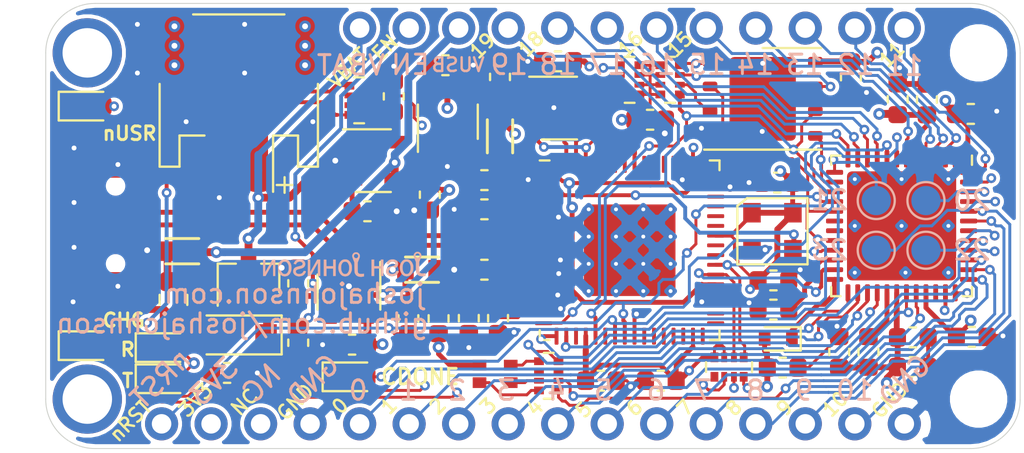
<source format=kicad_pcb>
(kicad_pcb (version 20171130) (host pcbnew "(5.1.2)-1")
  (layers (0 F.Cu signal) (1 Layer2 signal) (2 Layer3 signal) (31 B.Cu signal) (34 B.Paste user) (35 F.Paste user) (36 B.SilkS user) (37 F.SilkS user) (38 B.Mask user) (39 F.Mask user) (44 Edge.Cuts user))
  (net 0 "")
  (net 1 "Net-(C1-Pad1)")
  (net 2 +BATT)
  (net 3 +3V3)
  (net 4 +5V)
  (net 5 +1V2)
  (net 6 +1V8)
  (net 7 "Net-(D1-Pad1)")
  (net 8 "Net-(D4-Pad1)")
  (net 9 /ICE_CDONE)
  (net 10 "Net-(D6-Pad1)")
  (net 11 "Net-(D6-Pad3)")
  (net 12 "Net-(D6-Pad2)")
  (net 13 "Net-(D7-Pad1)")
  (net 14 "Net-(F1-Pad1)")
  (net 15 /LDO_EN)
  (net 16 /nICE_CRESET)
  (net 17 "Net-(R3-Pad1)")
  (net 18 "Net-(R6-Pad1)")
  (net 19 /nLED_RED)
  (net 20 "Net-(R13-Pad2)")
  (net 21 "/FTDI Programmer / UART/FT_EEDATA")
  (net 22 "Net-(R14-Pad1)")
  (net 23 "Net-(R15-Pad1)")
  (net 24 /FLASH_nWP|IO2)
  (net 25 "/FTDI Programmer / UART/FT_EECS")
  (net 26 "/FTDI Programmer / UART/FT_EECLK")
  (net 27 /FLASH_MISO|IO1)
  (net 28 /FLASH_MOSI|IO0)
  (net 29 /ICE_CLK)
  (net 30 "Net-(C31-Pad1)")
  (net 31 "Net-(C32-Pad1)")
  (net 32 GND)
  (net 33 /USB_P)
  (net 34 /USB_N)
  (net 35 /nLED)
  (net 36 "Net-(F1-Pad2)")
  (net 37 /FLASH_nHOLD|IO3)
  (net 38 "Net-(RN5-Pad1)")
  (net 39 "Net-(TP1-Pad1)")
  (net 40 "Net-(TP2-Pad1)")
  (net 41 "Net-(TP3-Pad1)")
  (net 42 "Net-(TP4-Pad1)")
  (net 43 /IO_0)
  (net 44 /IO_1)
  (net 45 /IO_2)
  (net 46 /IO_3)
  (net 47 /IO_4)
  (net 48 /IO_5)
  (net 49 /IO_6)
  (net 50 /IO_7)
  (net 51 /IO_8)
  (net 52 /IO_9)
  (net 53 /IO_10)
  (net 54 /IO_19)
  (net 55 /IO_18)
  (net 56 /IO_17)
  (net 57 /IO_16)
  (net 58 /IO_15)
  (net 59 /IO_14)
  (net 60 /IO_13)
  (net 61 /IO_12)
  (net 62 /IO_11)
  (net 63 /nLED_BLU)
  (net 64 /nLED_GRN)
  (net 65 /UART_TX)
  (net 66 /UART_RX)
  (net 67 "Net-(D3-Pad1)")
  (net 68 "Net-(D8-Pad1)")
  (net 69 "Net-(J1-Pad4)")
  (net 70 "Net-(J3-Pad3)")
  (net 71 "Net-(U4-Pad34)")
  (net 72 "Net-(U4-Pad20)")
  (net 73 "Net-(U4-Pad19)")
  (net 74 "Net-(U4-Pad18)")
  (net 75 /FLASH_SS)
  (net 76 /FLASH_SCK)
  (net 77 "Net-(U7-Pad60)")
  (net 78 "Net-(U7-Pad59)")
  (net 79 "Net-(U7-Pad58)")
  (net 80 "Net-(U7-Pad57)")
  (net 81 "Net-(U7-Pad55)")
  (net 82 "Net-(U7-Pad54)")
  (net 83 "Net-(U7-Pad53)")
  (net 84 "Net-(U7-Pad52)")
  (net 85 "Net-(U7-Pad48)")
  (net 86 "Net-(U7-Pad46)")
  (net 87 "Net-(U7-Pad45)")
  (net 88 "Net-(U7-Pad44)")
  (net 89 "Net-(U7-Pad43)")
  (net 90 "Net-(U7-Pad41)")
  (net 91 "Net-(U7-Pad40)")
  (net 92 "Net-(U7-Pad36)")
  (net 93 "Net-(U7-Pad34)")
  (net 94 "Net-(U7-Pad33)")
  (net 95 "Net-(U7-Pad32)")
  (net 96 "Net-(U7-Pad30)")
  (net 97 "Net-(U7-Pad29)")
  (net 98 "Net-(U7-Pad28)")
  (net 99 "Net-(U7-Pad27)")
  (net 100 "Net-(U7-Pad26)")
  (net 101 "Net-(U7-Pad22)")
  (net 102 "Net-(U7-Pad19)")
  (net 103 "Net-(U7-Pad3)")
  (module josh-logos:josh-johnson-logo-8_6x1_5 (layer B.Cu) (at 41.6 35.8 180)
    (fp_text reference G*** hide)
    (fp_text value LOGO hide)
  )
  (module josh-connectors:featherwing (layer F.Cu) (at 51.29 33.855001)
    (fp_text reference J3)
    (fp_text value Feather)
    (fp_arc (start -22.4536 -8.89) (end -24.9936 -8.89) (angle 90) (layer Edge.Cuts) (width 0.05))
    (fp_arc (start -22.4536 8.89) (end -22.4536 11.43) (angle 90) (layer Edge.Cuts) (width 0.05))
    (fp_arc (start 22.4536 8.89) (end 22.4536 11.43) (angle -88.9) (layer Edge.Cuts) (width 0.05))
    (fp_arc (start 22.4536 -8.89) (end 22.4536 -11.43) (angle 90) (layer Edge.Cuts) (width 0.05))
    (fp_line (start -24.9936 -8.89) (end -24.9936 8.89) (layer Edge.Cuts) (width 0.05))
    (fp_line (start -22.4536 11.43) (end 22.4536 11.43) (layer Edge.Cuts) (width 0.05))
    (fp_line (start 24.993132 8.938762) (end 24.9936 -8.89) (layer Edge.Cuts) (width 0.05))
    (fp_line (start 22.4536 -11.43) (end -22.4536 -11.43) (layer Edge.Cuts) (width 0.05))
    (pad 2 thru_hole circle (at -16.51 10.16) (size 1.7 1.7) (drill 1) (layers *.Cu *.Mask) (net 3 +3V3))
    (pad 3 thru_hole circle (at -13.97 10.16) (size 1.7 1.7) (drill 1) (layers *.Cu *.Mask) (net 70 "Net-(J3-Pad3)"))
    (pad 4 thru_hole circle (at -11.43 10.16) (size 1.7 1.7) (drill 1) (layers *.Cu *.Mask) (net 32 GND))
    (pad 5 thru_hole circle (at -8.89 10.16) (size 1.7 1.7) (drill 1) (layers *.Cu *.Mask) (net 43 /IO_0))
    (pad 6 thru_hole circle (at -6.35 10.16) (size 1.7 1.7) (drill 1) (layers *.Cu *.Mask) (net 44 /IO_1))
    (pad 7 thru_hole circle (at -3.81 10.16) (size 1.7 1.7) (drill 1) (layers *.Cu *.Mask) (net 45 /IO_2))
    (pad 8 thru_hole circle (at -1.27 10.16) (size 1.7 1.7) (drill 1) (layers *.Cu *.Mask) (net 46 /IO_3))
    (pad 9 thru_hole circle (at 1.27 10.16) (size 1.7 1.7) (drill 1) (layers *.Cu *.Mask) (net 47 /IO_4))
    (pad 10 thru_hole circle (at 3.81 10.16) (size 1.7 1.7) (drill 1) (layers *.Cu *.Mask) (net 48 /IO_5))
    (pad 11 thru_hole circle (at 6.35 10.16) (size 1.7 1.7) (drill 1) (layers *.Cu *.Mask) (net 49 /IO_6))
    (pad 12 thru_hole circle (at 8.89 10.16) (size 1.7 1.7) (drill 1) (layers *.Cu *.Mask) (net 50 /IO_7))
    (pad 13 thru_hole circle (at 11.43 10.16) (size 1.7 1.7) (drill 1) (layers *.Cu *.Mask) (net 51 /IO_8))
    (pad 14 thru_hole circle (at 13.97 10.16) (size 1.7 1.7) (drill 1) (layers *.Cu *.Mask) (net 52 /IO_9))
    (pad 15 thru_hole circle (at 16.51 10.16) (size 1.7 1.7) (drill 1) (layers *.Cu *.Mask) (net 53 /IO_10))
    (pad 1 thru_hole circle (at -19.05 10.16) (size 1.7 1.7) (drill 1) (layers *.Cu *.Mask) (net 16 /nICE_CRESET))
    (pad 16 thru_hole circle (at 19.05 10.16) (size 1.7 1.7) (drill 1) (layers *.Cu *.Mask) (net 32 GND))
    (pad 28 thru_hole circle (at -8.89 -10.16) (size 1.7 1.7) (drill 1) (layers *.Cu *.Mask) (net 2 +BATT))
    (pad 27 thru_hole circle (at -6.35 -10.16) (size 1.7 1.7) (drill 1) (layers *.Cu *.Mask) (net 15 /LDO_EN))
    (pad 26 thru_hole circle (at -3.81 -10.16) (size 1.7 1.7) (drill 1) (layers *.Cu *.Mask) (net 4 +5V))
    (pad 25 thru_hole circle (at -1.27 -10.16) (size 1.7 1.7) (drill 1) (layers *.Cu *.Mask) (net 54 /IO_19))
    (pad 24 thru_hole circle (at 1.27 -10.16) (size 1.7 1.7) (drill 1) (layers *.Cu *.Mask) (net 55 /IO_18))
    (pad 23 thru_hole circle (at 3.81 -10.16) (size 1.7 1.7) (drill 1) (layers *.Cu *.Mask) (net 56 /IO_17))
    (pad 22 thru_hole circle (at 6.35 -10.16) (size 1.7 1.7) (drill 1) (layers *.Cu *.Mask) (net 57 /IO_16))
    (pad 21 thru_hole circle (at 8.89 -10.16) (size 1.7 1.7) (drill 1) (layers *.Cu *.Mask) (net 58 /IO_15))
    (pad 20 thru_hole circle (at 11.43 -10.16) (size 1.7 1.7) (drill 1) (layers *.Cu *.Mask) (net 59 /IO_14))
    (pad 19 thru_hole circle (at 13.97 -10.16) (size 1.7 1.7) (drill 1) (layers *.Cu *.Mask) (net 60 /IO_13))
    (pad 18 thru_hole circle (at 16.51 -10.16) (size 1.7 1.7) (drill 1) (layers *.Cu *.Mask) (net 61 /IO_12))
    (pad 17 thru_hole circle (at 19.05 -10.16) (size 1.7 1.7) (drill 1) (layers *.Cu *.Mask) (net 62 /IO_11))
    (pad "" np_thru_hole circle (at -22.86 -8.89) (size 3.556 3.556) (drill 2.54) (layers *.Cu *.Mask))
    (pad "" np_thru_hole circle (at 22.86 -8.89) (size 2.54 2.54) (drill 2.54) (layers *.Cu *.Mask))
    (pad "" np_thru_hole circle (at -22.86 8.89) (size 3.556 3.556) (drill 2.54) (layers *.Cu *.Mask))
    (pad "" np_thru_hole circle (at 22.86 8.89) (size 2.54 2.54) (drill 2.54) (layers *.Cu *.Mask))
  )
  (module josh-led:LED_0606 (layer F.Cu) (at 49.35 41.45 270)
    (fp_text reference D6 hide)
    (fp_text value LED_RGBA)
    (pad 3 smd rect (at 0.45 0.8 270) (size 0.55 0.7) (layers F.Cu F.Paste F.Mask) (net 11 "Net-(D6-Pad3)"))
    (pad 2 smd rect (at 0.45 -0.8 270) (size 0.55 0.7) (layers F.Cu F.Paste F.Mask) (net 12 "Net-(D6-Pad2)"))
    (pad 4 smd rect (at -0.45 0.8 270) (size 0.55 0.7) (layers F.Cu F.Paste F.Mask) (net 3 +3V3))
    (pad 1 smd rect (at -0.45 -0.8 270) (size 0.55 0.7) (layers F.Cu F.Paste F.Mask) (net 10 "Net-(D6-Pad1)"))
  )
  (module josh-connectors:JST_PH_S2B-PH-SM4-TB_1x02-1MP_P2.00mm_Horizontal (layer F.Cu) (at 36.2 27.5 180)
    (fp_text reference J2 hide)
    (fp_text value JST_PH)
    (pad MP smd roundrect (at 3.35 2.9 180) (size 1.5 3.4) (layers F.Cu F.Paste F.Mask) (roundrect_rratio 0.166667))
    (pad MP smd roundrect (at -3.35 2.9 180) (size 1.5 3.4) (layers F.Cu F.Paste F.Mask) (roundrect_rratio 0.166667))
    (pad 2 smd roundrect (at 1 -2.85 180) (size 1 3.5) (layers F.Cu F.Paste F.Mask) (net 32 GND))
    (pad 1 smd roundrect (at -1 -2.85 180) (size 1 3.5) (layers F.Cu F.Paste F.Mask) (net 2 +BATT))
  )
  (module TestPoint:TestPoint_Pad_D1.5mm (layer B.Cu) (at 68.9 32.55)
    (fp_text reference TP4 hide)
    (fp_text value 21 (at -2.4 -0.025) (layer B.SilkS) (effects (justify mirror)))
    (pad 1 smd circle (at 0 0) (size 1.5 1.5) (layers B.Cu B.Mask) (net 42 "Net-(TP4-Pad1)"))
  )
  (module TestPoint:TestPoint_Pad_D1.5mm (layer B.Cu) (at 68.9 35.1)
    (fp_text reference TP3 hide)
    (fp_text value 23 (at -2.4 0) (layer B.SilkS) (effects (justify mirror)))
    (pad 1 smd circle (at 0 0) (size 1.5 1.5) (layers B.Cu B.Mask) (net 41 "Net-(TP3-Pad1)"))
  )
  (module TestPoint:TestPoint_Pad_D1.5mm (layer B.Cu) (at 71.45 32.55)
    (fp_text reference TP2 hide)
    (fp_text value 20 (at 2.35 0) (layer B.SilkS) (effects (justify mirror)))
    (pad 1 smd circle (at 0 0) (size 1.5 1.5) (layers B.Cu B.Mask) (net 40 "Net-(TP2-Pad1)"))
  )
  (module TestPoint:TestPoint_Pad_D1.5mm (layer B.Cu) (at 71.45 35.1)
    (fp_text reference TP1 hide)
    (fp_text value 22 (at 2.35 0) (layer B.SilkS) (effects (justify mirror)))
    (pad 1 smd circle (at 0 0) (size 1.5 1.5) (layers B.Cu B.Mask) (net 39 "Net-(TP1-Pad1)"))
  )
  (module Package_TO_SOT_SMD:TSOT-23-5 (layer F.Cu) (at 46.9 28.5 90)
    (fp_text reference U5 hide)
    (fp_text value NCV8114ASN120T1G)
    (pad 5 smd rect (at 1.31 -0.95 90) (size 1.22 0.65) (layers F.Cu F.Paste F.Mask) (net 5 +1V2))
    (pad 4 smd rect (at 1.31 0.95 90) (size 1.22 0.65) (layers F.Cu F.Paste F.Mask))
    (pad 3 smd rect (at -1.31 0.95 90) (size 1.22 0.65) (layers F.Cu F.Paste F.Mask) (net 1 "Net-(C1-Pad1)"))
    (pad 2 smd rect (at -1.31 0 90) (size 1.22 0.65) (layers F.Cu F.Paste F.Mask) (net 32 GND))
    (pad 1 smd rect (at -1.31 -0.95 90) (size 1.22 0.65) (layers F.Cu F.Paste F.Mask) (net 1 "Net-(C1-Pad1)"))
  )
  (module josh-dfn-qfn:QFN-48-1EP_7x7mm_P0.5mm_EP5.6x5.6mm_ThermalVias (layer F.Cu) (at 70.2 33.85 270)
    (fp_text reference U4 hide)
    (fp_text value ICE40UP5K-SG48ITR)
    (pad 48 smd roundrect (at -2.75 -3.4375 270) (size 0.25 0.875) (layers F.Cu F.Paste F.Mask) (net 62 /IO_11))
    (pad 47 smd roundrect (at -2.25 -3.4375 270) (size 0.25 0.875) (layers F.Cu F.Paste F.Mask) (net 35 /nLED))
    (pad 46 smd roundrect (at -1.75 -3.4375 270) (size 0.25 0.875) (layers F.Cu F.Paste F.Mask) (net 40 "Net-(TP2-Pad1)"))
    (pad 45 smd roundrect (at -1.25 -3.4375 270) (size 0.25 0.875) (layers F.Cu F.Paste F.Mask) (net 41 "Net-(TP3-Pad1)"))
    (pad 44 smd roundrect (at -0.75 -3.4375 270) (size 0.25 0.875) (layers F.Cu F.Paste F.Mask) (net 53 /IO_10))
    (pad 43 smd roundrect (at -0.25 -3.4375 270) (size 0.25 0.875) (layers F.Cu F.Paste F.Mask) (net 52 /IO_9))
    (pad 42 smd roundrect (at 0.25 -3.4375 270) (size 0.25 0.875) (layers F.Cu F.Paste F.Mask) (net 39 "Net-(TP1-Pad1)"))
    (pad 41 smd roundrect (at 0.75 -3.4375 270) (size 0.25 0.875) (layers F.Cu F.Paste F.Mask) (net 19 /nLED_RED))
    (pad 40 smd roundrect (at 1.25 -3.4375 270) (size 0.25 0.875) (layers F.Cu F.Paste F.Mask) (net 64 /nLED_GRN))
    (pad 39 smd roundrect (at 1.75 -3.4375 270) (size 0.25 0.875) (layers F.Cu F.Paste F.Mask) (net 63 /nLED_BLU))
    (pad 38 smd roundrect (at 2.25 -3.4375 270) (size 0.25 0.875) (layers F.Cu F.Paste F.Mask) (net 51 /IO_8))
    (pad 37 smd roundrect (at 2.75 -3.4375 270) (size 0.25 0.875) (layers F.Cu F.Paste F.Mask) (net 50 /IO_7))
    (pad 36 smd roundrect (at 3.4375 -2.75 270) (size 0.875 0.25) (layers F.Cu F.Paste F.Mask) (net 47 /IO_4))
    (pad 35 smd roundrect (at 3.4375 -2.25 270) (size 0.875 0.25) (layers F.Cu F.Paste F.Mask) (net 29 /ICE_CLK))
    (pad 34 smd roundrect (at 3.4375 -1.75 270) (size 0.875 0.25) (layers F.Cu F.Paste F.Mask) (net 71 "Net-(U4-Pad34)"))
    (pad 33 smd roundrect (at 3.4375 -1.25 270) (size 0.875 0.25) (layers F.Cu F.Paste F.Mask) (net 3 +3V3))
    (pad 32 smd roundrect (at 3.4375 -0.75 270) (size 0.875 0.25) (layers F.Cu F.Paste F.Mask) (net 49 /IO_6))
    (pad 31 smd roundrect (at 3.4375 -0.25 270) (size 0.875 0.25) (layers F.Cu F.Paste F.Mask) (net 48 /IO_5))
    (pad 30 smd roundrect (at 3.4375 0.25 270) (size 0.875 0.25) (layers F.Cu F.Paste F.Mask) (net 5 +1V2))
    (pad 29 smd roundrect (at 3.4375 0.75 270) (size 0.875 0.25) (layers F.Cu F.Paste F.Mask) (net 18 "Net-(R6-Pad1)"))
    (pad 28 smd roundrect (at 3.4375 1.25 270) (size 0.875 0.25) (layers F.Cu F.Paste F.Mask) (net 46 /IO_3))
    (pad 27 smd roundrect (at 3.4375 1.75 270) (size 0.875 0.25) (layers F.Cu F.Paste F.Mask) (net 45 /IO_2))
    (pad 26 smd roundrect (at 3.4375 2.25 270) (size 0.875 0.25) (layers F.Cu F.Paste F.Mask) (net 44 /IO_1))
    (pad 25 smd roundrect (at 3.4375 2.75 270) (size 0.875 0.25) (layers F.Cu F.Paste F.Mask) (net 43 /IO_0))
    (pad 24 smd roundrect (at 2.75 3.4375 270) (size 0.25 0.875) (layers F.Cu F.Paste F.Mask) (net 8 "Net-(D4-Pad1)"))
    (pad 23 smd roundrect (at 2.25 3.4375 270) (size 0.25 0.875) (layers F.Cu F.Paste F.Mask) (net 66 /UART_RX))
    (pad 22 smd roundrect (at 1.75 3.4375 270) (size 0.25 0.875) (layers F.Cu F.Paste F.Mask) (net 3 +3V3))
    (pad 21 smd roundrect (at 1.25 3.4375 270) (size 0.25 0.875) (layers F.Cu F.Paste F.Mask) (net 65 /UART_TX))
    (pad 20 smd roundrect (at 0.75 3.4375 270) (size 0.25 0.875) (layers F.Cu F.Paste F.Mask) (net 72 "Net-(U4-Pad20)"))
    (pad 19 smd roundrect (at 0.25 3.4375 270) (size 0.25 0.875) (layers F.Cu F.Paste F.Mask) (net 73 "Net-(U4-Pad19)"))
    (pad 18 smd roundrect (at -0.25 3.4375 270) (size 0.25 0.875) (layers F.Cu F.Paste F.Mask) (net 74 "Net-(U4-Pad18)"))
    (pad 17 smd roundrect (at -0.75 3.4375 270) (size 0.25 0.875) (layers F.Cu F.Paste F.Mask) (net 27 /FLASH_MISO|IO1))
    (pad 16 smd roundrect (at -1.25 3.4375 270) (size 0.25 0.875) (layers F.Cu F.Paste F.Mask) (net 75 /FLASH_SS))
    (pad 15 smd roundrect (at -1.75 3.4375 270) (size 0.25 0.875) (layers F.Cu F.Paste F.Mask) (net 76 /FLASH_SCK))
    (pad 14 smd roundrect (at -2.25 3.4375 270) (size 0.25 0.875) (layers F.Cu F.Paste F.Mask) (net 28 /FLASH_MOSI|IO0))
    (pad 13 smd roundrect (at -2.75 3.4375 270) (size 0.25 0.875) (layers F.Cu F.Paste F.Mask) (net 42 "Net-(TP4-Pad1)"))
    (pad 12 smd roundrect (at -3.4375 2.75 270) (size 0.875 0.25) (layers F.Cu F.Paste F.Mask) (net 54 /IO_19))
    (pad 11 smd roundrect (at -3.4375 2.25 270) (size 0.875 0.25) (layers F.Cu F.Paste F.Mask) (net 55 /IO_18))
    (pad 10 smd roundrect (at -3.4375 1.75 270) (size 0.875 0.25) (layers F.Cu F.Paste F.Mask) (net 56 /IO_17))
    (pad 9 smd roundrect (at -3.4375 1.25 270) (size 0.875 0.25) (layers F.Cu F.Paste F.Mask) (net 57 /IO_16))
    (pad 8 smd roundrect (at -3.4375 0.75 270) (size 0.875 0.25) (layers F.Cu F.Paste F.Mask) (net 16 /nICE_CRESET))
    (pad 7 smd roundrect (at -3.4375 0.25 270) (size 0.875 0.25) (layers F.Cu F.Paste F.Mask) (net 9 /ICE_CDONE))
    (pad 6 smd roundrect (at -3.4375 -0.25 270) (size 0.875 0.25) (layers F.Cu F.Paste F.Mask) (net 58 /IO_15))
    (pad 5 smd roundrect (at -3.4375 -0.75 270) (size 0.875 0.25) (layers F.Cu F.Paste F.Mask) (net 5 +1V2))
    (pad 4 smd roundrect (at -3.4375 -1.25 270) (size 0.875 0.25) (layers F.Cu F.Paste F.Mask) (net 59 /IO_14))
    (pad 3 smd roundrect (at -3.4375 -1.75 270) (size 0.875 0.25) (layers F.Cu F.Paste F.Mask) (net 60 /IO_13))
    (pad 2 smd roundrect (at -3.4375 -2.25 270) (size 0.875 0.25) (layers F.Cu F.Paste F.Mask) (net 61 /IO_12))
    (pad 1 smd roundrect (at -3.4375 -2.75 270) (size 0.875 0.25) (layers F.Cu F.Paste F.Mask) (net 3 +3V3))
    (pad 49 thru_hole circle (at 2.4 -0.2 270) (size 0.5 0.5) (drill 0.2) (layers *.Cu) (net 32 GND))
    (pad 49 thru_hole circle (at 2.4 -2.4 270) (size 0.5 0.5) (drill 0.2) (layers *.Cu) (net 32 GND))
    (pad 49 thru_hole circle (at -2.4 2.4 270) (size 0.5 0.5) (drill 0.2) (layers *.Cu) (net 32 GND))
    (pad 49 thru_hole circle (at 0 0 270) (size 0.5 0.5) (drill 0.2) (layers *.Cu) (net 32 GND))
    (pad 49 thru_hole circle (at 0 2.4 270) (size 0.5 0.5) (drill 0.2) (layers *.Cu) (net 32 GND))
    (pad 49 thru_hole circle (at -2.4 -2.4 270) (size 0.5 0.5) (drill 0.2) (layers *.Cu) (net 32 GND))
    (pad 49 thru_hole circle (at 2.4 2.4 270) (size 0.5 0.5) (drill 0.2) (layers *.Cu) (net 32 GND))
    (pad 49 thru_hole circle (at -2.4 0 270) (size 0.5 0.5) (drill 0.2) (layers *.Cu) (net 32 GND))
    (pad 49 thru_hole circle (at 0 -2.4 270) (size 0.5 0.5) (drill 0.2) (layers *.Cu) (net 32 GND))
    (pad 49 smd roundrect (at 0 0 270) (size 5.6 5.6) (layers F.Cu F.Mask) (roundrect_rratio 0.044643) (net 32 GND))
  )
  (module josh-passives-smt:Ferrite_Bead_0603 (layer F.Cu) (at 49.6 29.2 90)
    (fp_text reference FB3 hide)
    (fp_text value 600R hide)
    (pad 2 smd rect (at 0.8 0 90) (size 0.85 1) (layers F.Cu F.Paste F.Mask) (net 3 +3V3))
    (pad 1 smd rect (at -0.8 0 90) (size 0.85 1) (layers F.Cu F.Paste F.Mask) (net 31 "Net-(C32-Pad1)"))
  )
  (module josh-passives-smt:Ferrite_Bead_0603 (layer F.Cu) (at 45.55 36.1 180)
    (fp_text reference FB2 hide)
    (fp_text value 600R hide)
    (pad 2 smd rect (at 0.8 0 180) (size 0.85 1) (layers F.Cu F.Paste F.Mask) (net 3 +3V3))
    (pad 1 smd rect (at -0.8 0 180) (size 0.85 1) (layers F.Cu F.Paste F.Mask) (net 30 "Net-(C31-Pad1)"))
  )
  (module josh-passives-smt:Ferrite_Bead_0603 (layer F.Cu) (at 33.35 35.15)
    (fp_text reference FB1 hide)
    (fp_text value 600R hide)
    (pad 2 smd rect (at 0.8 0) (size 0.85 1) (layers F.Cu F.Paste F.Mask) (net 4 +5V))
    (pad 1 smd rect (at -0.8 0) (size 0.85 1) (layers F.Cu F.Paste F.Mask) (net 14 "Net-(F1-Pad1)"))
  )
  (module Resistor_SMD:R_Array_Convex_4x0402 (layer F.Cu) (at 42.375 27.4 180)
    (fp_text reference RN5 hide)
    (fp_text value 2K2)
    (pad 5 smd rect (at 0.5 0.75 180) (size 0.5 0.4) (layers F.Cu F.Paste F.Mask) (net 13 "Net-(D7-Pad1)"))
    (pad 6 smd rect (at 0.5 0.25 180) (size 0.5 0.3) (layers F.Cu F.Paste F.Mask))
    (pad 8 smd rect (at 0.5 -0.75 180) (size 0.5 0.4) (layers F.Cu F.Paste F.Mask) (net 7 "Net-(D1-Pad1)"))
    (pad 7 smd rect (at 0.5 -0.25 180) (size 0.5 0.3) (layers F.Cu F.Paste F.Mask))
    (pad 4 smd rect (at -0.5 0.75 180) (size 0.5 0.4) (layers F.Cu F.Paste F.Mask) (net 35 /nLED))
    (pad 2 smd rect (at -0.5 -0.25 180) (size 0.5 0.3) (layers F.Cu F.Paste F.Mask))
    (pad 3 smd rect (at -0.5 0.25 180) (size 0.5 0.3) (layers F.Cu F.Paste F.Mask))
    (pad 1 smd rect (at -0.5 -0.75 180) (size 0.5 0.4) (layers F.Cu F.Paste F.Mask) (net 38 "Net-(RN5-Pad1)"))
  )
  (module Resistor_SMD:R_Array_Convex_4x0402 (layer F.Cu) (at 61.35 41.1 90)
    (fp_text reference RN4 hide)
    (fp_text value 2K2)
    (pad 5 smd rect (at 0.5 0.75 90) (size 0.5 0.4) (layers F.Cu F.Paste F.Mask) (net 65 /UART_TX))
    (pad 6 smd rect (at 0.5 0.25 90) (size 0.5 0.3) (layers F.Cu F.Paste F.Mask) (net 66 /UART_RX))
    (pad 8 smd rect (at 0.5 -0.75 90) (size 0.5 0.4) (layers F.Cu F.Paste F.Mask) (net 3 +3V3))
    (pad 7 smd rect (at 0.5 -0.25 90) (size 0.5 0.3) (layers F.Cu F.Paste F.Mask) (net 3 +3V3))
    (pad 4 smd rect (at -0.5 0.75 90) (size 0.5 0.4) (layers F.Cu F.Paste F.Mask) (net 67 "Net-(D3-Pad1)"))
    (pad 2 smd rect (at -0.5 -0.25 90) (size 0.5 0.3) (layers F.Cu F.Paste F.Mask) (net 9 /ICE_CDONE))
    (pad 3 smd rect (at -0.5 0.25 90) (size 0.5 0.3) (layers F.Cu F.Paste F.Mask) (net 68 "Net-(D8-Pad1)"))
    (pad 1 smd rect (at -0.5 -0.75 90) (size 0.5 0.4) (layers F.Cu F.Paste F.Mask))
  )
  (module Capacitor_SMD:C_0603_1608Metric (layer F.Cu) (at 70 27.35 90)
    (fp_text reference C10 hide)
    (fp_text value 10u)
    (pad 2 smd roundrect (at 0.7875 0 90) (size 0.875 0.95) (layers F.Cu F.Paste F.Mask) (net 32 GND))
    (pad 1 smd roundrect (at -0.7875 0 90) (size 0.875 0.95) (layers F.Cu F.Paste F.Mask) (net 5 +1V2))
  )
  (module josh-logos:OSHW_Logo_3.6x3.6_F.Mask (layer B.Cu) (at 29.825 35.7 180)
    (fp_text reference G*** hide)
    (fp_text value LOGO hide)
  )
  (module josh-logos:josh-details (layer B.Cu) (at 41.05 37.35 180)
    (fp_text reference REF**)
    (fp_text value "Josh Details")
    (fp_text user github.com/joshajohnson (at 4.6736 -1.507) (layer B.SilkS) (effects (justify mirror)))
    (fp_text user joshajohnson.com (at 2 0.025) (layer B.SilkS) (effects (justify mirror)))
  )
  (module josh-soic-sot-etc:WSON-8-1EP_6x5mm_P1.27mm_EP3.4x4.3mm (layer F.Cu) (at 63.075 27.325)
    (fp_text reference U2 hide)
    (fp_text value W25Q32JVZP)
    (pad 8 smd roundrect (at 2.7 -1.905) (size 0.75 0.5) (layers F.Cu F.Paste F.Mask) (net 3 +3V3))
    (pad 7 smd roundrect (at 2.7 -0.635) (size 0.75 0.5) (layers F.Cu F.Paste F.Mask) (net 37 /FLASH_nHOLD|IO3))
    (pad 6 smd roundrect (at 2.7 0.635) (size 0.75 0.5) (layers F.Cu F.Paste F.Mask) (net 76 /FLASH_SCK))
    (pad 5 smd roundrect (at 2.7 1.905) (size 0.75 0.5) (layers F.Cu F.Paste F.Mask) (net 28 /FLASH_MOSI|IO0))
    (pad 4 smd roundrect (at -2.7 1.905) (size 0.75 0.5) (layers F.Cu F.Paste F.Mask) (net 32 GND))
    (pad 3 smd roundrect (at -2.7 0.635) (size 0.75 0.5) (layers F.Cu F.Paste F.Mask) (net 24 /FLASH_nWP|IO2))
    (pad 2 smd roundrect (at -2.7 -0.635) (size 0.75 0.5) (layers F.Cu F.Paste F.Mask) (net 27 /FLASH_MISO|IO1))
    (pad 1 smd roundrect (at -2.7 -1.905) (size 0.75 0.5) (layers F.Cu F.Paste F.Mask) (net 75 /FLASH_SS))
    (pad 9 smd roundrect (at 0 0) (size 3.4 4.3) (layers F.Cu F.Mask) (roundrect_rratio 0.073529) (net 32 GND))
  )
  (module josh-connectors:USB_Micro_Aliexpress (layer F.Cu) (at 26.3 33.8 270)
    (fp_text reference J1 hide)
    (fp_text value USB_B_Micro)
    (pad 2 smd rect (at -0.65 -4.125 270) (size 0.4 1.35) (layers F.Cu F.Paste F.Mask) (net 34 /USB_N))
    (pad 1 smd rect (at -1.3 -4.125 270) (size 0.4 1.35) (layers F.Cu F.Paste F.Mask) (net 36 "Net-(F1-Pad2)"))
    (pad 4 smd rect (at 0.65 -4.125 270) (size 0.4 1.35) (layers F.Cu F.Paste F.Mask) (net 69 "Net-(J1-Pad4)"))
    (pad 5 smd rect (at 1.3 -4.125 270) (size 0.4 1.35) (layers F.Cu F.Paste F.Mask) (net 32 GND))
    (pad "" np_thru_hole circle (at 2 -3.58 270) (size 0.6 0.6) (drill 0.6) (layers *.Mask F.Cu))
    (pad "" np_thru_hole circle (at -2 -3.58 270) (size 0.6 0.6) (drill 0.6) (layers *.Cu *.Mask))
    (pad 3 smd rect (at 0 -4.125 270) (size 0.4 1.35) (layers F.Cu F.Paste F.Mask) (net 33 /USB_P))
    (pad 6 smd rect (at -3.1 -3.7 270) (size 1.35 1) (layers F.Cu F.Paste F.Mask) (net 32 GND))
    (pad 6 smd rect (at 3.1 -3.7 270) (size 1.35 1) (layers F.Cu F.Paste F.Mask) (net 32 GND))
    (pad 6 smd rect (at 3.95 -1.45 270) (size 1.9 1.9) (layers F.Cu F.Paste F.Mask) (net 32 GND))
    (pad 6 smd rect (at -3.95 -1.45 270) (size 1.9 1.9) (layers F.Cu F.Paste F.Mask) (net 32 GND))
    (pad 6 smd rect (at -1.15 -1.45 270) (size 1.9 1.9) (layers F.Cu F.Paste F.Mask) (net 32 GND))
    (pad 6 smd rect (at 1.15 -1.45 270) (size 1.9 1.9) (layers F.Cu F.Paste F.Mask) (net 32 GND))
  )
  (module josh-passives-smt:Fuse_0805_2012Metric (layer F.Cu) (at 32.85 37.65 270)
    (fp_text reference F1 hide)
    (fp_text value 500mA)
    (pad 2 smd roundrect (at 0.9375 0 270) (size 0.975 1.4) (layers F.Cu F.Paste F.Mask) (net 36 "Net-(F1-Pad2)"))
    (pad 1 smd roundrect (at -0.9375 0 270) (size 0.975 1.4) (layers F.Cu F.Paste F.Mask) (net 14 "Net-(F1-Pad1)"))
  )
  (module josh-dfn-qfn:QFN-64-1EP_9x9mm_P0.5mm_EP4.7x4.7mm_ThermalVias (layer F.Cu) (at 56.25 35.1)
    (fp_text reference U7 hide)
    (fp_text value FT2232H)
    (pad 64 smd roundrect (at -3.75 -4.4125) (size 0.2 0.875) (layers F.Cu F.Paste F.Mask) (net 6 +1V8))
    (pad 63 smd roundrect (at -3.25 -4.4125) (size 0.2 0.875) (layers F.Cu F.Paste F.Mask) (net 25 "/FTDI Programmer / UART/FT_EECS"))
    (pad 62 smd roundrect (at -2.75 -4.4125) (size 0.2 0.875) (layers F.Cu F.Paste F.Mask) (net 26 "/FTDI Programmer / UART/FT_EECLK"))
    (pad 61 smd roundrect (at -2.25 -4.4125) (size 0.2 0.875) (layers F.Cu F.Paste F.Mask) (net 21 "/FTDI Programmer / UART/FT_EEDATA"))
    (pad 60 smd roundrect (at -1.75 -4.4125) (size 0.2 0.875) (layers F.Cu F.Paste F.Mask) (net 77 "Net-(U7-Pad60)"))
    (pad 59 smd roundrect (at -1.25 -4.4125) (size 0.2 0.875) (layers F.Cu F.Paste F.Mask) (net 78 "Net-(U7-Pad59)"))
    (pad 58 smd roundrect (at -0.75 -4.4125) (size 0.2 0.875) (layers F.Cu F.Paste F.Mask) (net 79 "Net-(U7-Pad58)"))
    (pad 57 smd roundrect (at -0.25 -4.4125) (size 0.2 0.875) (layers F.Cu F.Paste F.Mask) (net 80 "Net-(U7-Pad57)"))
    (pad 56 smd roundrect (at 0.25 -4.4125) (size 0.2 0.875) (layers F.Cu F.Paste F.Mask) (net 3 +3V3))
    (pad 55 smd roundrect (at 0.75 -4.4125) (size 0.2 0.875) (layers F.Cu F.Paste F.Mask) (net 81 "Net-(U7-Pad55)"))
    (pad 54 smd roundrect (at 1.25 -4.4125) (size 0.2 0.875) (layers F.Cu F.Paste F.Mask) (net 82 "Net-(U7-Pad54)"))
    (pad 53 smd roundrect (at 1.75 -4.4125) (size 0.2 0.875) (layers F.Cu F.Paste F.Mask) (net 83 "Net-(U7-Pad53)"))
    (pad 52 smd roundrect (at 2.25 -4.4125) (size 0.2 0.875) (layers F.Cu F.Paste F.Mask) (net 84 "Net-(U7-Pad52)"))
    (pad 51 smd roundrect (at 2.75 -4.4125) (size 0.2 0.875) (layers F.Cu F.Paste F.Mask) (net 32 GND))
    (pad 50 smd roundrect (at 3.25 -4.4125) (size 0.2 0.875) (layers F.Cu F.Paste F.Mask) (net 3 +3V3))
    (pad 49 smd roundrect (at 3.75 -4.4125) (size 0.2 0.875) (layers F.Cu F.Paste F.Mask) (net 6 +1V8))
    (pad 48 smd roundrect (at 4.4125 -3.75) (size 0.875 0.2) (layers F.Cu F.Paste F.Mask) (net 85 "Net-(U7-Pad48)"))
    (pad 47 smd roundrect (at 4.4125 -3.25) (size 0.875 0.2) (layers F.Cu F.Paste F.Mask) (net 32 GND))
    (pad 46 smd roundrect (at 4.4125 -2.75) (size 0.875 0.2) (layers F.Cu F.Paste F.Mask) (net 86 "Net-(U7-Pad46)"))
    (pad 45 smd roundrect (at 4.4125 -2.25) (size 0.875 0.2) (layers F.Cu F.Paste F.Mask) (net 87 "Net-(U7-Pad45)"))
    (pad 44 smd roundrect (at 4.4125 -1.75) (size 0.875 0.2) (layers F.Cu F.Paste F.Mask) (net 88 "Net-(U7-Pad44)"))
    (pad 43 smd roundrect (at 4.4125 -1.25) (size 0.875 0.2) (layers F.Cu F.Paste F.Mask) (net 89 "Net-(U7-Pad43)"))
    (pad 42 smd roundrect (at 4.4125 -0.75) (size 0.875 0.2) (layers F.Cu F.Paste F.Mask) (net 3 +3V3))
    (pad 41 smd roundrect (at 4.4125 -0.25) (size 0.875 0.2) (layers F.Cu F.Paste F.Mask) (net 90 "Net-(U7-Pad41)"))
    (pad 40 smd roundrect (at 4.4125 0.25) (size 0.875 0.2) (layers F.Cu F.Paste F.Mask) (net 91 "Net-(U7-Pad40)"))
    (pad 39 smd roundrect (at 4.4125 0.75) (size 0.875 0.2) (layers F.Cu F.Paste F.Mask) (net 65 /UART_TX))
    (pad 38 smd roundrect (at 4.4125 1.25) (size 0.875 0.2) (layers F.Cu F.Paste F.Mask) (net 66 /UART_RX))
    (pad 37 smd roundrect (at 4.4125 1.75) (size 0.875 0.2) (layers F.Cu F.Paste F.Mask) (net 6 +1V8))
    (pad 36 smd roundrect (at 4.4125 2.25) (size 0.875 0.2) (layers F.Cu F.Paste F.Mask) (net 92 "Net-(U7-Pad36)"))
    (pad 35 smd roundrect (at 4.4125 2.75) (size 0.875 0.2) (layers F.Cu F.Paste F.Mask) (net 32 GND))
    (pad 34 smd roundrect (at 4.4125 3.25) (size 0.875 0.2) (layers F.Cu F.Paste F.Mask) (net 93 "Net-(U7-Pad34)"))
    (pad 33 smd roundrect (at 4.4125 3.75) (size 0.875 0.2) (layers F.Cu F.Paste F.Mask) (net 94 "Net-(U7-Pad33)"))
    (pad 32 smd roundrect (at 3.75 4.4125) (size 0.2 0.875) (layers F.Cu F.Paste F.Mask) (net 95 "Net-(U7-Pad32)"))
    (pad 31 smd roundrect (at 3.25 4.4125) (size 0.2 0.875) (layers F.Cu F.Paste F.Mask) (net 3 +3V3))
    (pad 30 smd roundrect (at 2.75 4.4125) (size 0.2 0.875) (layers F.Cu F.Paste F.Mask) (net 96 "Net-(U7-Pad30)"))
    (pad 29 smd roundrect (at 2.25 4.4125) (size 0.2 0.875) (layers F.Cu F.Paste F.Mask) (net 97 "Net-(U7-Pad29)"))
    (pad 28 smd roundrect (at 1.75 4.4125) (size 0.2 0.875) (layers F.Cu F.Paste F.Mask) (net 98 "Net-(U7-Pad28)"))
    (pad 27 smd roundrect (at 1.25 4.4125) (size 0.2 0.875) (layers F.Cu F.Paste F.Mask) (net 99 "Net-(U7-Pad27)"))
    (pad 26 smd roundrect (at 0.75 4.4125) (size 0.2 0.875) (layers F.Cu F.Paste F.Mask) (net 100 "Net-(U7-Pad26)"))
    (pad 25 smd roundrect (at 0.25 4.4125) (size 0.2 0.875) (layers F.Cu F.Paste F.Mask) (net 32 GND))
    (pad 24 smd roundrect (at -0.25 4.4125) (size 0.2 0.875) (layers F.Cu F.Paste F.Mask) (net 16 /nICE_CRESET))
    (pad 23 smd roundrect (at -0.75 4.4125) (size 0.2 0.875) (layers F.Cu F.Paste F.Mask) (net 9 /ICE_CDONE))
    (pad 22 smd roundrect (at -1.25 4.4125) (size 0.2 0.875) (layers F.Cu F.Paste F.Mask) (net 101 "Net-(U7-Pad22)"))
    (pad 21 smd roundrect (at -1.75 4.4125) (size 0.2 0.875) (layers F.Cu F.Paste F.Mask) (net 75 /FLASH_SS))
    (pad 20 smd roundrect (at -2.25 4.4125) (size 0.2 0.875) (layers F.Cu F.Paste F.Mask) (net 3 +3V3))
    (pad 19 smd roundrect (at -2.75 4.4125) (size 0.2 0.875) (layers F.Cu F.Paste F.Mask) (net 102 "Net-(U7-Pad19)"))
    (pad 18 smd roundrect (at -3.25 4.4125) (size 0.2 0.875) (layers F.Cu F.Paste F.Mask) (net 27 /FLASH_MISO|IO1))
    (pad 17 smd roundrect (at -3.75 4.4125) (size 0.2 0.875) (layers F.Cu F.Paste F.Mask) (net 28 /FLASH_MOSI|IO0))
    (pad 16 smd roundrect (at -4.4125 3.75) (size 0.875 0.2) (layers F.Cu F.Paste F.Mask) (net 76 /FLASH_SCK))
    (pad 15 smd roundrect (at -4.4125 3.25) (size 0.875 0.2) (layers F.Cu F.Paste F.Mask) (net 32 GND))
    (pad 14 smd roundrect (at -4.4125 2.75) (size 0.875 0.2) (layers F.Cu F.Paste F.Mask) (net 22 "Net-(R14-Pad1)"))
    (pad 13 smd roundrect (at -4.4125 2.25) (size 0.875 0.2) (layers F.Cu F.Paste F.Mask) (net 32 GND))
    (pad 12 smd roundrect (at -4.4125 1.75) (size 0.875 0.2) (layers F.Cu F.Paste F.Mask) (net 6 +1V8))
    (pad 11 smd roundrect (at -4.4125 1.25) (size 0.875 0.2) (layers F.Cu F.Paste F.Mask) (net 32 GND))
    (pad 10 smd roundrect (at -4.4125 0.75) (size 0.875 0.2) (layers F.Cu F.Paste F.Mask) (net 32 GND))
    (pad 9 smd roundrect (at -4.4125 0.25) (size 0.875 0.2) (layers F.Cu F.Paste F.Mask) (net 30 "Net-(C31-Pad1)"))
    (pad 8 smd roundrect (at -4.4125 -0.25) (size 0.875 0.2) (layers F.Cu F.Paste F.Mask) (net 33 /USB_P))
    (pad 7 smd roundrect (at -4.4125 -0.75) (size 0.875 0.2) (layers F.Cu F.Paste F.Mask) (net 34 /USB_N))
    (pad 6 smd roundrect (at -4.4125 -1.25) (size 0.875 0.2) (layers F.Cu F.Paste F.Mask) (net 23 "Net-(R15-Pad1)"))
    (pad 5 smd roundrect (at -4.4125 -1.75) (size 0.875 0.2) (layers F.Cu F.Paste F.Mask) (net 32 GND))
    (pad 4 smd roundrect (at -4.4125 -2.25) (size 0.875 0.2) (layers F.Cu F.Paste F.Mask) (net 31 "Net-(C32-Pad1)"))
    (pad 3 smd roundrect (at -4.4125 -2.75) (size 0.875 0.2) (layers F.Cu F.Paste F.Mask) (net 103 "Net-(U7-Pad3)"))
    (pad 2 smd roundrect (at -4.4125 -3.25) (size 0.875 0.2) (layers F.Cu F.Paste F.Mask) (net 29 /ICE_CLK))
    (pad 1 smd roundrect (at -4.4125 -3.75) (size 0.875 0.2) (layers F.Cu F.Paste F.Mask) (net 32 GND))
    (pad 65 thru_hole circle (at 2.1 2.1) (size 0.5 0.5) (drill 0.2) (layers *.Cu) (net 32 GND))
    (pad 65 thru_hole circle (at 0.7 2.1) (size 0.5 0.5) (drill 0.2) (layers *.Cu) (net 32 GND))
    (pad 65 thru_hole circle (at -0.7 2.1) (size 0.5 0.5) (drill 0.2) (layers *.Cu) (net 32 GND))
    (pad 65 thru_hole circle (at -2.1 2.1) (size 0.5 0.5) (drill 0.2) (layers *.Cu) (net 32 GND))
    (pad 65 thru_hole circle (at 2.1 0.7) (size 0.5 0.5) (drill 0.2) (layers *.Cu) (net 32 GND))
    (pad 65 thru_hole circle (at 0.7 0.7) (size 0.5 0.5) (drill 0.2) (layers *.Cu) (net 32 GND))
    (pad 65 thru_hole circle (at -0.7 0.7) (size 0.5 0.5) (drill 0.2) (layers *.Cu) (net 32 GND))
    (pad 65 thru_hole circle (at -2.1 0.7) (size 0.5 0.5) (drill 0.2) (layers *.Cu) (net 32 GND))
    (pad 65 thru_hole circle (at 2.1 -0.7) (size 0.5 0.5) (drill 0.2) (layers *.Cu) (net 32 GND))
    (pad 65 thru_hole circle (at 0.7 -0.7) (size 0.5 0.5) (drill 0.2) (layers *.Cu) (net 32 GND))
    (pad 65 thru_hole circle (at -0.7 -0.7) (size 0.5 0.5) (drill 0.2) (layers *.Cu) (net 32 GND))
    (pad 65 thru_hole circle (at -2.1 -0.7) (size 0.5 0.5) (drill 0.2) (layers *.Cu) (net 32 GND))
    (pad 65 thru_hole circle (at 2.1 -2.1) (size 0.5 0.5) (drill 0.2) (layers *.Cu) (net 32 GND))
    (pad 65 thru_hole circle (at 0.7 -2.1) (size 0.5 0.5) (drill 0.2) (layers *.Cu) (net 32 GND))
    (pad 65 thru_hole circle (at -0.7 -2.1) (size 0.5 0.5) (drill 0.2) (layers *.Cu) (net 32 GND))
    (pad 65 thru_hole circle (at -2.1 -2.1) (size 0.5 0.5) (drill 0.2) (layers *.Cu) (net 32 GND))
    (pad 65 smd roundrect (at 0 0) (size 4.7 4.7) (layers F.Cu F.Mask) (roundrect_rratio 0.053191) (net 32 GND))
  )
  (module josh-oscillators:CDFN_3.2x2.5mm_XO (layer F.Cu) (at 63.575 34.125 270)
    (fp_text reference X1 hide)
    (fp_text value DSC6101CI1A)
    (pad 2 smd rect (at 0.95 1.05 270) (size 1 0.9) (layers F.Cu F.Paste F.Mask) (net 32 GND))
    (pad 3 smd rect (at 0.95 -1.05 270) (size 1 0.9) (layers F.Cu F.Paste F.Mask) (net 29 /ICE_CLK))
    (pad 1 smd rect (at -0.95 1.05 270) (size 1 0.9) (layers F.Cu F.Paste F.Mask) (net 3 +3V3))
    (pad 4 smd rect (at -0.95 -1.05 270) (size 1 0.9) (layers F.Cu F.Paste F.Mask) (net 3 +3V3))
  )
  (module Package_TO_SOT_SMD:SOT-23-6 (layer F.Cu) (at 52.65 27.8)
    (fp_text reference U6 hide)
    (fp_text value 93C46B)
    (pad 5 smd rect (at 1.1 0) (size 1.06 0.65) (layers F.Cu F.Paste F.Mask) (net 25 "/FTDI Programmer / UART/FT_EECS"))
    (pad 6 smd rect (at 1.1 -0.95) (size 1.06 0.65) (layers F.Cu F.Paste F.Mask) (net 3 +3V3))
    (pad 4 smd rect (at 1.1 0.95) (size 1.06 0.65) (layers F.Cu F.Paste F.Mask) (net 26 "/FTDI Programmer / UART/FT_EECLK"))
    (pad 3 smd rect (at -1.1 0.95) (size 1.06 0.65) (layers F.Cu F.Paste F.Mask) (net 21 "/FTDI Programmer / UART/FT_EEDATA"))
    (pad 2 smd rect (at -1.1 0) (size 1.06 0.65) (layers F.Cu F.Paste F.Mask) (net 32 GND))
    (pad 1 smd rect (at -1.1 -0.95) (size 1.06 0.65) (layers F.Cu F.Paste F.Mask) (net 20 "Net-(R13-Pad2)"))
  )
  (module Package_TO_SOT_SMD:SOT-23-5 (layer F.Cu) (at 43.1 30.5)
    (fp_text reference U1 hide)
    (fp_text value MCP73831-2-OT)
    (pad 5 smd rect (at 1.1 -0.95) (size 1.06 0.65) (layers F.Cu F.Paste F.Mask) (net 17 "Net-(R3-Pad1)"))
    (pad 4 smd rect (at 1.1 0.95) (size 1.06 0.65) (layers F.Cu F.Paste F.Mask) (net 4 +5V))
    (pad 3 smd rect (at -1.1 0.95) (size 1.06 0.65) (layers F.Cu F.Paste F.Mask) (net 2 +BATT))
    (pad 2 smd rect (at -1.1 0) (size 1.06 0.65) (layers F.Cu F.Paste F.Mask) (net 32 GND))
    (pad 1 smd rect (at -1.1 -0.95) (size 1.06 0.65) (layers F.Cu F.Paste F.Mask) (net 38 "Net-(RN5-Pad1)"))
  )
  (module LED_SMD:LED_0603_1608Metric (layer F.Cu) (at 32.4 40.1)
    (fp_text reference D8 hide)
    (fp_text value GRN)
    (pad 2 smd roundrect (at 0.7875 0) (size 0.875 0.95) (layers F.Cu F.Paste F.Mask) (net 3 +3V3))
    (pad 1 smd roundrect (at -0.7875 0) (size 0.875 0.95) (layers F.Cu F.Paste F.Mask) (net 68 "Net-(D8-Pad1)"))
  )
  (module LED_SMD:LED_0603_1608Metric (layer F.Cu) (at 32.4 41.7)
    (fp_text reference D3 hide)
    (fp_text value GRN)
    (pad 2 smd roundrect (at 0.7875 0) (size 0.875 0.95) (layers F.Cu F.Paste F.Mask) (net 3 +3V3))
    (pad 1 smd roundrect (at -0.7875 0) (size 0.875 0.95) (layers F.Cu F.Paste F.Mask) (net 67 "Net-(D3-Pad1)"))
  )
  (module Resistor_SMD:R_0603_1608Metric (layer F.Cu) (at 44.9 38.6 270)
    (fp_text reference R5 hide)
    (fp_text value 10K)
    (pad 2 smd roundrect (at 0.7875 0 270) (size 0.875 0.95) (layers F.Cu F.Paste F.Mask) (net 16 /nICE_CRESET))
    (pad 1 smd roundrect (at -0.7875 0 270) (size 0.875 0.95) (layers F.Cu F.Paste F.Mask) (net 3 +3V3))
  )
  (module Resistor_SMD:R_Array_Convex_4x0402 (layer F.Cu) (at 52.1 41.55 180)
    (fp_text reference RN3 hide)
    (fp_text value 330R)
    (pad 1 smd rect (at -0.5 -0.75 180) (size 0.5 0.4) (layers F.Cu F.Paste F.Mask) (net 63 /nLED_BLU))
    (pad 3 smd rect (at -0.5 0.25 180) (size 0.5 0.3) (layers F.Cu F.Paste F.Mask))
    (pad 2 smd rect (at -0.5 -0.25 180) (size 0.5 0.3) (layers F.Cu F.Paste F.Mask) (net 64 /nLED_GRN))
    (pad 4 smd rect (at -0.5 0.75 180) (size 0.5 0.4) (layers F.Cu F.Paste F.Mask) (net 19 /nLED_RED))
    (pad 7 smd rect (at 0.5 -0.25 180) (size 0.5 0.3) (layers F.Cu F.Paste F.Mask) (net 12 "Net-(D6-Pad2)"))
    (pad 8 smd rect (at 0.5 -0.75 180) (size 0.5 0.4) (layers F.Cu F.Paste F.Mask) (net 11 "Net-(D6-Pad3)"))
    (pad 6 smd rect (at 0.5 0.25 180) (size 0.5 0.3) (layers F.Cu F.Paste F.Mask))
    (pad 5 smd rect (at 0.5 0.75 180) (size 0.5 0.4) (layers F.Cu F.Paste F.Mask) (net 10 "Net-(D6-Pad1)"))
  )
  (module Capacitor_SMD:C_0603_1608Metric (layer F.Cu) (at 64.1 41.125)
    (fp_text reference C21 hide)
    (fp_text value 100n)
    (pad 2 smd roundrect (at 0.7875 0) (size 0.875 0.95) (layers F.Cu F.Paste F.Mask) (net 32 GND))
    (pad 1 smd roundrect (at -0.7875 0) (size 0.875 0.95) (layers F.Cu F.Paste F.Mask) (net 3 +3V3))
  )
  (module Capacitor_SMD:C_0603_1608Metric (layer F.Cu) (at 73.75 28.1)
    (fp_text reference C8 hide)
    (fp_text value 100n)
    (pad 2 smd roundrect (at 0.7875 0) (size 0.875 0.95) (layers F.Cu F.Paste F.Mask) (net 32 GND))
    (pad 1 smd roundrect (at -0.7875 0) (size 0.875 0.95) (layers F.Cu F.Paste F.Mask) (net 3 +3V3))
  )
  (module Capacitor_SMD:C_0603_1608Metric (layer F.Cu) (at 39.25 36.8 90)
    (fp_text reference C1 hide)
    (fp_text value 10u)
    (pad 2 smd roundrect (at 0.7875 0 90) (size 0.875 0.95) (layers F.Cu F.Paste F.Mask) (net 32 GND))
    (pad 1 smd roundrect (at -0.7875 0 90) (size 0.875 0.95) (layers F.Cu F.Paste F.Mask) (net 1 "Net-(C1-Pad1)"))
  )
  (module Capacitor_SMD:C_0603_1608Metric (layer F.Cu) (at 42.8 33.1)
    (fp_text reference C2 hide)
    (fp_text value 10u)
    (pad 2 smd roundrect (at 0.7875 0) (size 0.875 0.95) (layers F.Cu F.Paste F.Mask) (net 32 GND))
    (pad 1 smd roundrect (at -0.7875 0) (size 0.875 0.95) (layers F.Cu F.Paste F.Mask) (net 2 +BATT))
  )
  (module Capacitor_SMD:C_0603_1608Metric (layer F.Cu) (at 63.825 31.625 180)
    (fp_text reference C3 hide)
    (fp_text value 100n)
    (pad 2 smd roundrect (at 0.7875 0 180) (size 0.875 0.95) (layers F.Cu F.Paste F.Mask) (net 32 GND))
    (pad 1 smd roundrect (at -0.7875 0 180) (size 0.875 0.95) (layers F.Cu F.Paste F.Mask) (net 3 +3V3))
  )
  (module Capacitor_SMD:C_0603_1608Metric (layer F.Cu) (at 42.0125 39.95 180)
    (fp_text reference C4 hide)
    (fp_text value 10u)
    (pad 2 smd roundrect (at 0.7875 0 180) (size 0.875 0.95) (layers F.Cu F.Paste F.Mask) (net 32 GND))
    (pad 1 smd roundrect (at -0.7875 0 180) (size 0.875 0.95) (layers F.Cu F.Paste F.Mask) (net 3 +3V3))
  )
  (module Capacitor_SMD:C_0603_1608Metric (layer F.Cu) (at 46 32.25 270)
    (fp_text reference C5 hide)
    (fp_text value 1u)
    (pad 1 smd roundrect (at -0.7875 0 270) (size 0.875 0.95) (layers F.Cu F.Paste F.Mask) (net 1 "Net-(C1-Pad1)"))
    (pad 2 smd roundrect (at 0.7875 0 270) (size 0.875 0.95) (layers F.Cu F.Paste F.Mask) (net 32 GND))
  )
  (module Capacitor_SMD:C_0603_1608Metric (layer F.Cu) (at 46.8 25.6)
    (fp_text reference C6 hide)
    (fp_text value 1u)
    (pad 1 smd roundrect (at -0.7875 0) (size 0.875 0.95) (layers F.Cu F.Paste F.Mask) (net 5 +1V2))
    (pad 2 smd roundrect (at 0.7875 0) (size 0.875 0.95) (layers F.Cu F.Paste F.Mask) (net 32 GND))
  )
  (module Capacitor_SMD:C_0603_1608Metric (layer F.Cu) (at 67.6 26.2125 270)
    (fp_text reference C7 hide)
    (fp_text value 100n)
    (pad 1 smd roundrect (at -0.7875 0 270) (size 0.875 0.95) (layers F.Cu F.Paste F.Mask) (net 3 +3V3))
    (pad 2 smd roundrect (at 0.7875 0 270) (size 0.875 0.95) (layers F.Cu F.Paste F.Mask) (net 32 GND))
  )
  (module Capacitor_SMD:C_0603_1608Metric (layer F.Cu) (at 73.8 39.55)
    (fp_text reference C11 hide)
    (fp_text value 100n)
    (pad 1 smd roundrect (at -0.7875 0) (size 0.875 0.95) (layers F.Cu F.Paste F.Mask) (net 3 +3V3))
    (pad 2 smd roundrect (at 0.7875 0) (size 0.875 0.95) (layers F.Cu F.Paste F.Mask) (net 32 GND))
  )
  (module Capacitor_SMD:C_0603_1608Metric (layer F.Cu) (at 71.5 27.3625 90)
    (fp_text reference C16 hide)
    (fp_text value 100n)
    (pad 1 smd roundrect (at -0.7875 0 90) (size 0.875 0.95) (layers F.Cu F.Paste F.Mask) (net 5 +1V2))
    (pad 2 smd roundrect (at 0.7875 0 90) (size 0.875 0.95) (layers F.Cu F.Paste F.Mask) (net 32 GND))
  )
  (module Capacitor_SMD:C_0603_1608Metric (layer F.Cu) (at 70.775 41.1)
    (fp_text reference C18 hide)
    (fp_text value 10u)
    (pad 1 smd roundrect (at -0.7875 0) (size 0.875 0.95) (layers F.Cu F.Paste F.Mask) (net 5 +1V2))
    (pad 2 smd roundrect (at 0.7875 0) (size 0.875 0.95) (layers F.Cu F.Paste F.Mask) (net 32 GND))
  )
  (module Capacitor_SMD:C_0603_1608Metric (layer F.Cu) (at 67 40.325 90)
    (fp_text reference C19 hide)
    (fp_text value 100n)
    (pad 2 smd roundrect (at 0.7875 0 90) (size 0.875 0.95) (layers F.Cu F.Paste F.Mask) (net 32 GND))
    (pad 1 smd roundrect (at -0.7875 0 90) (size 0.875 0.95) (layers F.Cu F.Paste F.Mask) (net 5 +1V2))
  )
  (module Capacitor_SMD:C_0603_1608Metric (layer F.Cu) (at 70.775 39.575)
    (fp_text reference C22 hide)
    (fp_text value 100n)
    (pad 2 smd roundrect (at 0.7875 0) (size 0.875 0.95) (layers F.Cu F.Paste F.Mask) (net 32 GND))
    (pad 1 smd roundrect (at -0.7875 0) (size 0.875 0.95) (layers F.Cu F.Paste F.Mask) (net 5 +1V2))
  )
  (module Capacitor_SMD:C_0603_1608Metric (layer F.Cu) (at 63.625 38.15 180)
    (fp_text reference C24 hide)
    (fp_text value 100n)
    (pad 2 smd roundrect (at 0.7875 0 180) (size 0.875 0.95) (layers F.Cu F.Paste F.Mask) (net 32 GND))
    (pad 1 smd roundrect (at -0.7875 0 180) (size 0.875 0.95) (layers F.Cu F.Paste F.Mask) (net 3 +3V3))
  )
  (module Capacitor_SMD:C_0603_1608Metric (layer F.Cu) (at 52.575 25.4 180)
    (fp_text reference C26 hide)
    (fp_text value 100n)
    (pad 1 smd roundrect (at -0.7875 0 180) (size 0.875 0.95) (layers F.Cu F.Paste F.Mask) (net 3 +3V3))
    (pad 2 smd roundrect (at 0.7875 0 180) (size 0.875 0.95) (layers F.Cu F.Paste F.Mask) (net 32 GND))
  )
  (module Capacitor_SMD:C_0603_1608Metric (layer F.Cu) (at 48 38.5875 270)
    (fp_text reference C28 hide)
    (fp_text value 4u7)
    (pad 1 smd roundrect (at -0.7875 0 270) (size 0.875 0.95) (layers F.Cu F.Paste F.Mask) (net 6 +1V8))
    (pad 2 smd roundrect (at 0.7875 0 270) (size 0.875 0.95) (layers F.Cu F.Paste F.Mask) (net 32 GND))
  )
  (module Capacitor_SMD:C_0603_1608Metric (layer F.Cu) (at 49.5 38.5875 270)
    (fp_text reference C30 hide)
    (fp_text value 100n)
    (pad 2 smd roundrect (at 0.7875 0 270) (size 0.875 0.95) (layers F.Cu F.Paste F.Mask) (net 32 GND))
    (pad 1 smd roundrect (at -0.7875 0 270) (size 0.875 0.95) (layers F.Cu F.Paste F.Mask) (net 6 +1V8))
  )
  (module Capacitor_SMD:C_0603_1608Metric (layer F.Cu) (at 48.8 36.1 180)
    (fp_text reference C31 hide)
    (fp_text value 100n)
    (pad 1 smd roundrect (at -0.7875 0 180) (size 0.875 0.95) (layers F.Cu F.Paste F.Mask) (net 30 "Net-(C31-Pad1)"))
    (pad 2 smd roundrect (at 0.7875 0 180) (size 0.875 0.95) (layers F.Cu F.Paste F.Mask) (net 32 GND))
  )
  (module Capacitor_SMD:C_0603_1608Metric (layer F.Cu) (at 48.8 31.5 180)
    (fp_text reference C32 hide)
    (fp_text value 100n)
    (pad 2 smd roundrect (at 0.7875 0 180) (size 0.875 0.95) (layers F.Cu F.Paste F.Mask) (net 32 GND))
    (pad 1 smd roundrect (at -0.7875 0 180) (size 0.875 0.95) (layers F.Cu F.Paste F.Mask) (net 31 "Net-(C32-Pad1)"))
  )
  (module Capacitor_SMD:C_0603_1608Metric (layer F.Cu) (at 57.3 28.4 180)
    (fp_text reference C33 hide)
    (fp_text value 100n)
    (pad 2 smd roundrect (at 0.7875 0 180) (size 0.875 0.95) (layers F.Cu F.Paste F.Mask) (net 3 +3V3))
    (pad 1 smd roundrect (at -0.7875 0 180) (size 0.875 0.95) (layers F.Cu F.Paste F.Mask) (net 32 GND))
  )
  (module Capacitor_SMD:C_0603_1608Metric (layer F.Cu) (at 63.625 36.65 180)
    (fp_text reference C34 hide)
    (fp_text value 100n)
    (pad 1 smd roundrect (at -0.7875 0 180) (size 0.875 0.95) (layers F.Cu F.Paste F.Mask) (net 32 GND))
    (pad 2 smd roundrect (at 0.7875 0 180) (size 0.875 0.95) (layers F.Cu F.Paste F.Mask) (net 3 +3V3))
  )
  (module Capacitor_SMD:C_0603_1608Metric (layer F.Cu) (at 54.775 41.8 180)
    (fp_text reference C35 hide)
    (fp_text value 100n)
    (pad 2 smd roundrect (at 0.7875 0 180) (size 0.875 0.95) (layers F.Cu F.Paste F.Mask) (net 3 +3V3))
    (pad 1 smd roundrect (at -0.7875 0 180) (size 0.875 0.95) (layers F.Cu F.Paste F.Mask) (net 32 GND))
  )
  (module Capacitor_SMD:C_0603_1608Metric (layer F.Cu) (at 57.85 41.8)
    (fp_text reference C36 hide)
    (fp_text value 100n)
    (pad 1 smd roundrect (at -0.7875 0) (size 0.875 0.95) (layers F.Cu F.Paste F.Mask) (net 32 GND))
    (pad 2 smd roundrect (at 0.7875 0) (size 0.875 0.95) (layers F.Cu F.Paste F.Mask) (net 3 +3V3))
  )
  (module LED_SMD:LED_0603_1608Metric (layer F.Cu) (at 28.45 40)
    (fp_text reference D1 hide)
    (fp_text value ORG)
    (pad 1 smd roundrect (at -0.7875 0) (size 0.875 0.95) (layers F.Cu F.Paste F.Mask) (net 7 "Net-(D1-Pad1)"))
    (pad 2 smd roundrect (at 0.7875 0) (size 0.875 0.95) (layers F.Cu F.Paste F.Mask) (net 4 +5V))
  )
  (module Diode_SMD:D_SOD-123F (layer F.Cu) (at 36.2 39.45 180)
    (fp_text reference D2 hide)
    (fp_text value MBR120)
    (pad 1 smd rect (at -1.4 0 180) (size 1.1 1.1) (layers F.Cu F.Paste F.Mask) (net 1 "Net-(C1-Pad1)"))
    (pad 2 smd rect (at 1.4 0 180) (size 1.1 1.1) (layers F.Cu F.Paste F.Mask) (net 4 +5V))
  )
  (module Diode_SMD:D_SOD-523 (layer F.Cu) (at 63.875 39.65 180)
    (fp_text reference D4 hide)
    (fp_text value CDBU0520)
    (pad 2 smd rect (at 0.7 0) (size 0.6 0.7) (layers F.Cu F.Paste F.Mask) (net 3 +3V3))
    (pad 1 smd rect (at -0.7 0) (size 0.6 0.7) (layers F.Cu F.Paste F.Mask) (net 8 "Net-(D4-Pad1)"))
  )
  (module LED_SMD:LED_0603_1608Metric (layer F.Cu) (at 41.9875 41.6)
    (fp_text reference D5 hide)
    (fp_text value BLU)
    (pad 2 smd roundrect (at 0.7875 0) (size 0.875 0.95) (layers F.Cu F.Paste F.Mask) (net 9 /ICE_CDONE))
    (pad 1 smd roundrect (at -0.7875 0) (size 0.875 0.95) (layers F.Cu F.Paste F.Mask) (net 32 GND))
  )
  (module LED_SMD:LED_0603_1608Metric (layer F.Cu) (at 28.45 27.7)
    (fp_text reference D7 hide)
    (fp_text value RED)
    (pad 1 smd roundrect (at -0.7875 0) (size 0.875 0.95) (layers F.Cu F.Paste F.Mask) (net 13 "Net-(D7-Pad1)"))
    (pad 2 smd roundrect (at 0.7875 0) (size 0.875 0.95) (layers F.Cu F.Paste F.Mask) (net 3 +3V3))
  )
  (module Package_TO_SOT_SMD:SOT-23 (layer F.Cu) (at 36.7 36.55 90)
    (fp_text reference Q1 hide)
    (fp_text value DMP2045U)
    (pad 1 smd rect (at -1 -0.95 90) (size 0.9 0.8) (layers F.Cu F.Paste F.Mask) (net 4 +5V))
    (pad 2 smd rect (at -1 0.95 90) (size 0.9 0.8) (layers F.Cu F.Paste F.Mask) (net 1 "Net-(C1-Pad1)"))
    (pad 3 smd rect (at 1 0 90) (size 0.9 0.8) (layers F.Cu F.Paste F.Mask) (net 2 +BATT))
  )
  (module Resistor_SMD:R_0603_1608Metric (layer F.Cu) (at 35.6 41.4)
    (fp_text reference R1 hide)
    (fp_text value 100K)
    (pad 1 smd roundrect (at -0.7875 0) (size 0.875 0.95) (layers F.Cu F.Paste F.Mask) (net 4 +5V))
    (pad 2 smd roundrect (at 0.7875 0) (size 0.875 0.95) (layers F.Cu F.Paste F.Mask) (net 32 GND))
  )
  (module Resistor_SMD:R_0603_1608Metric (layer F.Cu) (at 44.15 27.2 90)
    (fp_text reference R3 hide)
    (fp_text value 10K)
    (pad 1 smd roundrect (at -0.7875 0 90) (size 0.875 0.95) (layers F.Cu F.Paste F.Mask) (net 17 "Net-(R3-Pad1)"))
    (pad 2 smd roundrect (at 0.7875 0 90) (size 0.875 0.95) (layers F.Cu F.Paste F.Mask) (net 32 GND))
  )
  (module Resistor_SMD:R_0603_1608Metric (layer F.Cu) (at 39.25 39.85 90)
    (fp_text reference R4 hide)
    (fp_text value 100K)
    (pad 1 smd roundrect (at -0.7875 0 90) (size 0.875 0.95) (layers F.Cu F.Paste F.Mask) (net 1 "Net-(C1-Pad1)"))
    (pad 2 smd roundrect (at 0.7875 0 90) (size 0.875 0.95) (layers F.Cu F.Paste F.Mask) (net 15 /LDO_EN))
  )
  (module Resistor_SMD:R_0603_1608Metric (layer F.Cu) (at 68.5 40.325 270)
    (fp_text reference R6 hide)
    (fp_text value 100R)
    (pad 2 smd roundrect (at 0.7875 0 270) (size 0.875 0.95) (layers F.Cu F.Paste F.Mask) (net 5 +1V2))
    (pad 1 smd roundrect (at -0.7875 0 270) (size 0.875 0.95) (layers F.Cu F.Paste F.Mask) (net 18 "Net-(R6-Pad1)"))
  )
  (module Resistor_SMD:R_0603_1608Metric (layer F.Cu) (at 49.6 26.2 90)
    (fp_text reference R13 hide)
    (fp_text value 2K2)
    (pad 2 smd roundrect (at 0.7875 0 90) (size 0.875 0.95) (layers F.Cu F.Paste F.Mask) (net 20 "Net-(R13-Pad2)"))
    (pad 1 smd roundrect (at -0.7875 0 90) (size 0.875 0.95) (layers F.Cu F.Paste F.Mask) (net 21 "/FTDI Programmer / UART/FT_EEDATA"))
  )
  (module Resistor_SMD:R_0603_1608Metric (layer F.Cu) (at 46.45 38.6 270)
    (fp_text reference R14 hide)
    (fp_text value 10K)
    (pad 1 smd roundrect (at -0.7875 0 270) (size 0.875 0.95) (layers F.Cu F.Paste F.Mask) (net 22 "Net-(R14-Pad1)"))
    (pad 2 smd roundrect (at 0.7875 0 270) (size 0.875 0.95) (layers F.Cu F.Paste F.Mask) (net 3 +3V3))
  )
  (module Resistor_SMD:R_0603_1608Metric (layer F.Cu) (at 48.8 33 180)
    (fp_text reference R15 hide)
    (fp_text value 12K)
    (pad 2 smd roundrect (at 0.7875 0 180) (size 0.875 0.95) (layers F.Cu F.Paste F.Mask) (net 32 GND))
    (pad 1 smd roundrect (at -0.7875 0 180) (size 0.875 0.95) (layers F.Cu F.Paste F.Mask) (net 23 "Net-(R15-Pad1)"))
  )
  (module Resistor_SMD:R_Array_Convex_4x0402 (layer F.Cu) (at 58.325 26.35 180)
    (fp_text reference RN1 hide)
    (fp_text value 10K)
    (pad 1 smd rect (at -0.5 -0.75 180) (size 0.5 0.4) (layers F.Cu F.Paste F.Mask) (net 76 /FLASH_SCK))
    (pad 3 smd rect (at -0.5 0.25 180) (size 0.5 0.3) (layers F.Cu F.Paste F.Mask) (net 37 /FLASH_nHOLD|IO3))
    (pad 2 smd rect (at -0.5 -0.25 180) (size 0.5 0.3) (layers F.Cu F.Paste F.Mask) (net 24 /FLASH_nWP|IO2))
    (pad 4 smd rect (at -0.5 0.75 180) (size 0.5 0.4) (layers F.Cu F.Paste F.Mask) (net 75 /FLASH_SS))
    (pad 7 smd rect (at 0.5 -0.25 180) (size 0.5 0.3) (layers F.Cu F.Paste F.Mask) (net 3 +3V3))
    (pad 8 smd rect (at 0.5 -0.75 180) (size 0.5 0.4) (layers F.Cu F.Paste F.Mask) (net 3 +3V3))
    (pad 6 smd rect (at 0.5 0.25 180) (size 0.5 0.3) (layers F.Cu F.Paste F.Mask) (net 3 +3V3))
    (pad 5 smd rect (at 0.5 0.75 180) (size 0.5 0.4) (layers F.Cu F.Paste F.Mask) (net 3 +3V3))
  )
  (module Resistor_SMD:R_Array_Convex_4x0402 (layer F.Cu) (at 56.25 26.35)
    (fp_text reference RN2 hide)
    (fp_text value 10K)
    (pad 5 smd rect (at 0.5 0.75) (size 0.5 0.4) (layers F.Cu F.Paste F.Mask) (net 3 +3V3))
    (pad 6 smd rect (at 0.5 0.25) (size 0.5 0.3) (layers F.Cu F.Paste F.Mask) (net 3 +3V3))
    (pad 8 smd rect (at 0.5 -0.75) (size 0.5 0.4) (layers F.Cu F.Paste F.Mask) (net 3 +3V3))
    (pad 7 smd rect (at 0.5 -0.25) (size 0.5 0.3) (layers F.Cu F.Paste F.Mask) (net 3 +3V3))
    (pad 4 smd rect (at -0.5 0.75) (size 0.5 0.4) (layers F.Cu F.Paste F.Mask) (net 21 "/FTDI Programmer / UART/FT_EEDATA"))
    (pad 2 smd rect (at -0.5 -0.25) (size 0.5 0.3) (layers F.Cu F.Paste F.Mask) (net 25 "/FTDI Programmer / UART/FT_EECS"))
    (pad 3 smd rect (at -0.5 0.25) (size 0.5 0.3) (layers F.Cu F.Paste F.Mask) (net 26 "/FTDI Programmer / UART/FT_EECLK"))
    (pad 1 smd rect (at -0.5 -0.75) (size 0.5 0.4) (layers F.Cu F.Paste F.Mask))
  )
  (module Package_TO_SOT_SMD:SOT-23-5 (layer F.Cu) (at 41.85 37.25 270)
    (fp_text reference U3 hide)
    (fp_text value AP2112K-3.3)
    (pad 5 smd rect (at 1.1 -0.95 270) (size 1.06 0.65) (layers F.Cu F.Paste F.Mask) (net 3 +3V3))
    (pad 4 smd rect (at 1.1 0.95 270) (size 1.06 0.65) (layers F.Cu F.Paste F.Mask))
    (pad 3 smd rect (at -1.1 0.95 270) (size 1.06 0.65) (layers F.Cu F.Paste F.Mask) (net 15 /LDO_EN))
    (pad 2 smd rect (at -1.1 0 270) (size 1.06 0.65) (layers F.Cu F.Paste F.Mask) (net 32 GND))
    (pad 1 smd rect (at -1.1 -0.95 270) (size 1.06 0.65) (layers F.Cu F.Paste F.Mask) (net 1 "Net-(C1-Pad1)"))
  )
  (gr_line (start 38.95 31.75) (end 38.15 31.75) (layer F.SilkS) (width 0.12))
  (gr_line (start 38.55 31.35) (end 38.55 32.15) (layer F.SilkS) (width 0.12))
  (gr_text 14 (at 62.7 25.575) (layer B.SilkS) (effects (font (size 1 1)) (justify mirror)))
  (gr_text 13 (at 65.225 25.575) (layer B.SilkS) (effects (font (size 1 1)) (justify mirror)))
  (gr_text 12 (at 67.85 25.575) (layer B.SilkS) (effects (font (size 1 1)) (justify mirror)))
  (gr_text 17 (at 55.1 25.575) (layer B.SilkS) (effects (font (size 1 1)) (justify mirror)))
  (gr_text 11 (at 70.35 25.626859) (layer B.SilkS) (effects (font (size 1 1)) (justify mirror)))
  (gr_text 18 (at 52.575 25.575) (layer B.SilkS) (effects (font (size 1 1)) (justify mirror)))
  (gr_text 15 (at 60.225 25.575) (layer B.SilkS) (effects (font (size 1 1)) (justify mirror)))
  (gr_text VBAT (at 41.95 25.6) (layer B.SilkS) (effects (font (size 1 1)) (justify mirror)))
  (gr_text EN (at 45 25.575) (layer B.SilkS) (effects (font (size 1 1)) (justify mirror)))
  (gr_text VUSB (at 47.45 25.575) (layer B.SilkS) (effects (font (size 0.7 0.7) (thickness 0.125)) (justify mirror)))
  (gr_text 19 (at 50.075 25.575) (layer B.SilkS) (effects (font (size 1 1)) (justify mirror)))
  (gr_text 16 (at 57.65 25.575) (layer B.SilkS) (effects (font (size 1 1)) (justify mirror)))
  (gr_text 4 (at 52.5 42.3) (layer B.SilkS) (effects (font (size 1 1)) (justify mirror)))
  (gr_text GND (at 40.025 41.775 45) (layer B.SilkS) (effects (font (size 1 1)) (justify mirror)))
  (gr_text 3V3 (at 34.925 41.85 45) (layer B.SilkS) (effects (font (size 1 1)) (justify mirror)))
  (gr_text 5 (at 54.9 42.3) (layer B.SilkS) (effects (font (size 1 1)) (justify mirror)))
  (gr_text GND (at 70.375 41.8 45) (layer B.SilkS) (effects (font (size 1 1)) (justify mirror)))
  (gr_text 3 (at 49.9 42.3) (layer B.SilkS) (effects (font (size 1 1)) (justify mirror)))
  (gr_text 7 (at 60 42.3) (layer B.SilkS) (effects (font (size 1 1)) (justify mirror)))
  (gr_text NC (at 37.375 41.925 45) (layer B.SilkS) (effects (font (size 1 1)) (justify mirror)))
  (gr_text 9 (at 65.2 42.3) (layer B.SilkS) (effects (font (size 1 1)) (justify mirror)))
  (gr_text 10 (at 67.8 42.3) (layer B.SilkS) (effects (font (size 1 1)) (justify mirror)))
  (gr_text 1 (at 44.9 42.3) (layer B.SilkS) (effects (font (size 1 1)) (justify mirror)))
  (gr_text nRST (at 32.2 41.7 45) (layer B.SilkS) (effects (font (size 1 1)) (justify mirror)))
  (gr_text 6 (at 57.6 42.294445) (layer B.SilkS) (effects (font (size 1 1)) (justify mirror)))
  (gr_text 2 (at 47.4 42.3) (layer B.SilkS) (effects (font (size 1 1)) (justify mirror)))
  (gr_text 8 (at 62.7 42.3) (layer B.SilkS) (effects (font (size 1 1)) (justify mirror)))
  (gr_text 0 (at 42.325 42.3) (layer B.SilkS) (effects (font (size 1 1)) (justify mirror)))
  (gr_text R (at 30.5 40.2) (layer F.SilkS) (effects (font (size 0.7 0.7))))
  (gr_text T (at 30.5 41.8) (layer F.SilkS) (effects (font (size 0.7 0.7))))
  (gr_text 18 (at 51.2 24.5 45) (layer F.SilkS) (effects (font (size 0.7 0.7) (thickness 0.125))))
  (gr_text 15 (at 58.825 24.525 45) (layer F.SilkS) (effects (font (size 0.7 0.7) (thickness 0.125))))
  (gr_text 11 (at 69.7 25.05 45) (layer F.SilkS) (effects (font (size 0.7 0.7) (thickness 0.125))))
  (gr_text 16 (at 56.3 24.5 45) (layer F.SilkS) (effects (font (size 0.7 0.7) (thickness 0.125))))
  (gr_text 19 (at 48.7 24.6 45) (layer F.SilkS) (effects (font (size 0.7 0.7) (thickness 0.125))))
  (gr_text EN (at 43.7 24.7 45) (layer F.SilkS) (effects (font (size 0.7 0.7) (thickness 0.125))))
  (gr_text VBAT (at 41.825 25.75 45) (layer F.SilkS) (effects (font (size 0.7 0.7) (thickness 0.125))))
  (gr_text GND (at 69.6 42.8 45) (layer F.SilkS) (effects (font (size 0.7 0.7) (thickness 0.125))))
  (gr_text 10 (at 66.8 43 45) (layer F.SilkS) (effects (font (size 0.7 0.7) (thickness 0.125))))
  (gr_text 9 (at 64.2 43.2 45) (layer F.SilkS) (effects (font (size 0.7 0.7) (thickness 0.125))))
  (gr_text 8 (at 61.6 43.2 45) (layer F.SilkS) (effects (font (size 0.7 0.7) (thickness 0.125))))
  (gr_text 7 (at 59.1 43.2 45) (layer F.SilkS) (effects (font (size 0.7 0.7) (thickness 0.125))))
  (gr_text 6 (at 56.5 43.2 45) (layer F.SilkS) (effects (font (size 0.7 0.7) (thickness 0.125))))
  (gr_text 5 (at 53.9 43.3 45) (layer F.SilkS) (effects (font (size 0.7 0.7) (thickness 0.125))))
  (gr_text 4 (at 51.4 43.2 45) (layer F.SilkS) (effects (font (size 0.7 0.7) (thickness 0.125))))
  (gr_text 3 (at 49 43.1 45) (layer F.SilkS) (effects (font (size 0.7 0.7) (thickness 0.125))))
  (gr_text 2 (at 46.4 43.1 45) (layer F.SilkS) (effects (font (size 0.7 0.7) (thickness 0.125))))
  (gr_text 1 (at 43.9 43.1 45) (layer F.SilkS) (effects (font (size 0.7 0.7) (thickness 0.125))))
  (gr_text 0 (at 41.4 43.1 45) (layer F.SilkS) (effects (font (size 0.7 0.7) (thickness 0.125))))
  (gr_text GND (at 39.1 42.9 45) (layer F.SilkS) (effects (font (size 0.7 0.7) (thickness 0.125))))
  (gr_text NC (at 36.5 42.9 45) (layer F.SilkS) (effects (font (size 0.7 0.7) (thickness 0.125))))
  (gr_text 3V3 (at 34 42.8 45) (layer F.SilkS) (effects (font (size 0.7 0.7) (thickness 0.125))))
  (gr_text nRST (at 30.65 43.85 45) (layer F.SilkS) (effects (font (size 0.7 0.7) (thickness 0.125))))
  (gr_text CDONE (at 45.5 41.6) (layer F.SilkS) (effects (font (size 0.8 0.8))))
  (gr_text CHG (at 30.3 38.7) (layer F.SilkS) (effects (font (size 0.7 0.7))))
  (gr_text nUSR (at 30.6 29.1) (layer F.SilkS) (effects (font (size 0.7 0.7))))
  (via (at 32.9 25.6) (size 0.6) (drill 0.3) (layers F.Cu B.Cu) (net 0))
  (via (at 32.9 24.6) (size 0.6) (drill 0.3) (layers F.Cu B.Cu) (net 0))
  (via (at 32.9 23.6) (size 0.6) (drill 0.3) (layers F.Cu B.Cu) (net 0))
  (via (at 39.6 23.6) (size 0.6) (drill 0.3) (layers F.Cu B.Cu) (net 0))
  (via (at 39.6 25.6) (size 0.6) (drill 0.3) (layers F.Cu B.Cu) (net 0))
  (via (at 39.6 24.6) (size 0.6) (drill 0.3) (layers F.Cu B.Cu) (net 0))
  (segment (start 39.25 37.5875) (end 37.6875 37.5875) (width 0.3) (layer F.Cu) (net 1))
  (segment (start 37.6875 37.5875) (end 37.65 37.55) (width 0.3) (layer F.Cu) (net 1))
  (segment (start 37.65 37.55) (end 37.65 39.45) (width 0.4) (layer F.Cu) (net 1))
  (segment (start 37.65 39.45) (end 37.6 39.5) (width 0.4) (layer F.Cu) (net 1))
  (segment (start 37.6 39.45) (end 37.65 39.45) (width 0.2) (layer F.Cu) (net 1))
  (segment (start 38.2 40.65) (end 39.25 40.65) (width 0.2) (layer F.Cu) (net 1))
  (segment (start 37.65 39.45) (end 37.65 40.1) (width 0.2) (layer F.Cu) (net 1))
  (segment (start 37.65 40.1) (end 38.2 40.65) (width 0.2) (layer F.Cu) (net 1))
  (segment (start 39.4 37.45) (end 39.25 37.6) (width 0.3) (layer F.Cu) (net 1))
  (segment (start 41.425001 37.45) (end 39.4 37.45) (width 0.3) (layer F.Cu) (net 1))
  (segment (start 41.575001 37.6) (end 41.425001 37.45) (width 0.3) (layer F.Cu) (net 1))
  (segment (start 42.18 37.6) (end 41.575001 37.6) (width 0.3) (layer F.Cu) (net 1))
  (segment (start 46 31.4625) (end 46 29.9) (width 0.4) (layer F.Cu) (net 1))
  (via (at 43.6 37.4) (size 0.6) (drill 0.3) (layers F.Cu B.Cu) (net 1))
  (segment (start 42.54 37.24) (end 42.18 37.6) (width 0.3) (layer F.Cu) (net 1))
  (segment (start 43.6 37.4) (end 43.9 37.1) (width 0.3) (layer B.Cu) (net 1))
  (segment (start 43.9 37.1) (end 44.8 37.1) (width 0.3) (layer B.Cu) (net 1))
  (segment (start 44.8 37.1) (end 46.2 35.7) (width 0.3) (layer B.Cu) (net 1))
  (via (at 47 32) (size 0.6) (drill 0.3) (layers F.Cu B.Cu) (net 1))
  (segment (start 46.2 35.7) (end 46.2 32.8) (width 0.3) (layer B.Cu) (net 1))
  (segment (start 46.2 32.8) (end 47 32) (width 0.3) (layer B.Cu) (net 1))
  (segment (start 46.5 32) (end 46 31.5) (width 0.3) (layer F.Cu) (net 1))
  (segment (start 47 32) (end 46.5 32) (width 0.3) (layer F.Cu) (net 1))
  (segment (start 47.85 29.75) (end 47.9 29.8) (width 0.25) (layer F.Cu) (net 1))
  (segment (start 47.85 29.05) (end 47.85 29.75) (width 0.25) (layer F.Cu) (net 1))
  (segment (start 47.6 28.8) (end 47.85 29.05) (width 0.25) (layer F.Cu) (net 1))
  (segment (start 46.3 28.8) (end 47.6 28.8) (width 0.25) (layer F.Cu) (net 1))
  (segment (start 46 29.6) (end 46 29.1) (width 0.25) (layer F.Cu) (net 1))
  (segment (start 46 29.1) (end 46.3 28.8) (width 0.25) (layer F.Cu) (net 1))
  (segment (start 42.8 36.15) (end 42.8 36.98) (width 0.3) (layer F.Cu) (net 1))
  (segment (start 42.8 36.98) (end 42.54 37.24) (width 0.3) (layer F.Cu) (net 1))
  (segment (start 42.69 37.24) (end 42.54 37.24) (width 0.3) (layer F.Cu) (net 1))
  (segment (start 43.6 37.4) (end 42.85 37.4) (width 0.3) (layer F.Cu) (net 1))
  (segment (start 42.85 37.4) (end 42.69 37.24) (width 0.3) (layer F.Cu) (net 1))
  (via (at 36.7 34.5) (size 0.6) (drill 0.3) (layers F.Cu B.Cu) (net 2))
  (segment (start 36.7 34.5) (end 36.7 35.6) (width 0.4) (layer F.Cu) (net 2))
  (segment (start 42.0125 33.1) (end 42.0125 31.4625) (width 0.25) (layer F.Cu) (net 2))
  (segment (start 42.0125 31.4625) (end 42 31.45) (width 0.25) (layer F.Cu) (net 2))
  (segment (start 42.35 23.65) (end 42.4 23.7) (width 0.3) (layer B.Cu) (net 2))
  (segment (start 36.7 34.5) (end 37.2 34) (width 0.4) (layer B.Cu) (net 2))
  (segment (start 42.4 23.8) (end 42.4 25) (width 0.3) (layer B.Cu) (net 2))
  (segment (start 42.4 25) (end 37.2 30.2) (width 0.3) (layer B.Cu) (net 2))
  (segment (start 37.2 31) (end 37.2 30.2) (width 0.4) (layer B.Cu) (net 2))
  (via (at 37.2 32.4) (size 0.6) (drill 0.3) (layers F.Cu B.Cu) (net 2))
  (segment (start 37.2 34) (end 37.2 32.4) (width 0.4) (layer B.Cu) (net 2))
  (segment (start 37.2 32.4) (end 37.2 31) (width 0.4) (layer B.Cu) (net 2))
  (segment (start 37.2 32.4) (end 37.2 30.5) (width 0.4) (layer F.Cu) (net 2))
  (segment (start 41.95 31.45) (end 42 31.5) (width 0.4) (layer F.Cu) (net 2))
  (segment (start 39.75 31.45) (end 41.95 31.45) (width 0.4) (layer F.Cu) (net 2))
  (segment (start 37.2 32.4) (end 38.8 32.4) (width 0.4) (layer F.Cu) (net 2))
  (segment (start 38.8 32.4) (end 39.75 31.45) (width 0.4) (layer F.Cu) (net 2))
  (segment (start 56.5 30.6875) (end 56.5 30.15) (width 0.2) (layer F.Cu) (net 3))
  (segment (start 59.5 39.5125) (end 59.5 40.05) (width 0.2) (layer F.Cu) (net 3))
  (segment (start 56.5 30.15) (end 56.5 28.45) (width 0.25) (layer F.Cu) (net 3))
  (segment (start 56.5 28.45) (end 56.5 28.4) (width 0.25) (layer F.Cu) (net 3))
  (segment (start 29.696447 27.7) (end 29.611332 27.7) (width 0.2) (layer F.Cu) (net 3))
  (segment (start 42.8 39.95) (end 42.8 38.35) (width 0.4) (layer F.Cu) (net 3))
  (segment (start 53.75 26.375) (end 53.75 26.85) (width 0.2) (layer F.Cu) (net 3))
  (segment (start 53.3625 25.4) (end 53.3625 25.9875) (width 0.2) (layer F.Cu) (net 3))
  (segment (start 53.3625 25.9875) (end 53.75 26.375) (width 0.2) (layer F.Cu) (net 3))
  (via (at 50.375 29.125) (size 0.6) (drill 0.3) (layers F.Cu B.Cu) (net 3))
  (segment (start 49.6 28.4) (end 49.65 28.4) (width 0.3) (layer F.Cu) (net 3))
  (segment (start 50.075001 28.825001) (end 50.375 29.125) (width 0.3) (layer F.Cu) (net 3))
  (segment (start 49.65 28.4) (end 50.075001 28.825001) (width 0.3) (layer F.Cu) (net 3))
  (segment (start 73.0125 39.55) (end 73.0125 39.5375) (width 0.2) (layer F.Cu) (net 3))
  (segment (start 63.175 39.65) (end 63.175 39.6) (width 0.25) (layer F.Cu) (net 3))
  (segment (start 64.6125 31.6) (end 64.6125 33.1625) (width 0.25) (layer F.Cu) (net 3))
  (segment (start 64.6125 33.1625) (end 64.625 33.175) (width 0.25) (layer F.Cu) (net 3))
  (segment (start 64.625 33.175) (end 62.525 33.175) (width 0.3) (layer F.Cu) (net 3))
  (segment (start 62.85 36.65) (end 62.8 36.65) (width 0.3) (layer F.Cu) (net 3))
  (segment (start 62.8 36.65) (end 62.9 36.65) (width 0.3) (layer F.Cu) (net 3))
  (segment (start 62.9 36.65) (end 64.45 38.2) (width 0.3) (layer F.Cu) (net 3))
  (segment (start 64.425 38.35) (end 64.425 38.15) (width 0.25) (layer F.Cu) (net 3))
  (segment (start 67.1 25.4) (end 65.8 25.4) (width 0.3) (layer F.Cu) (net 3))
  (segment (start 64.6125 31.625) (end 63.992015 31.004515) (width 0.3) (layer F.Cu) (net 3))
  (segment (start 56.5125 28.4) (end 55.85 28.4) (width 0.3) (layer F.Cu) (net 3))
  (via (at 55.85 28.4) (size 0.6) (drill 0.3) (layers F.Cu B.Cu) (net 3))
  (segment (start 73.0125 39.5375) (end 73.190332 39.5375) (width 0.2) (layer F.Cu) (net 3))
  (segment (start 62.75 36.65) (end 63.05 36.35) (width 0.25) (layer F.Cu) (net 3))
  (segment (start 62.85 36.65) (end 62.75 36.65) (width 0.25) (layer F.Cu) (net 3))
  (segment (start 63.05 36.35) (end 62.55 36.35) (width 0.25) (layer F.Cu) (net 3))
  (segment (start 46.45 39.3875) (end 46.45 40.07499) (width 0.25) (layer F.Cu) (net 3))
  (via (at 46.45 40.07499) (size 0.6) (drill 0.3) (layers F.Cu B.Cu) (net 3))
  (segment (start 54 40.2) (end 54 39.5) (width 0.25) (layer F.Cu) (net 3))
  (segment (start 53.9875 41.8) (end 54 41.7875) (width 0.3) (layer F.Cu) (net 3))
  (segment (start 54 40.2) (end 54 40.5) (width 0.3) (layer F.Cu) (net 3))
  (segment (start 54 41.7875) (end 54 40.2) (width 0.3) (layer F.Cu) (net 3))
  (segment (start 44.8 36.15) (end 44.75 36.1) (width 0.25) (layer F.Cu) (net 3))
  (segment (start 72.9625 28.1) (end 73.00491 28.05759) (width 0.25) (layer F.Cu) (net 3))
  (segment (start 73.00491 28.05759) (end 73.00491 28.012432) (width 0.25) (layer F.Cu) (net 3))
  (segment (start 73.00491 28.012432) (end 72.754911 27.762433) (width 0.25) (layer F.Cu) (net 3))
  (segment (start 72.9625 28.1) (end 72.8 28.1) (width 0.3) (layer F.Cu) (net 3))
  (segment (start 72.9 28.1) (end 72.65 27.85) (width 0.3) (layer F.Cu) (net 3))
  (segment (start 72.9625 28.1) (end 72.9 28.1) (width 0.3) (layer F.Cu) (net 3))
  (segment (start 72.500888 27.638388) (end 72.500888 27.615497) (width 0.3) (layer F.Cu) (net 3))
  (segment (start 72.9625 28.1) (end 72.500888 27.638388) (width 0.3) (layer F.Cu) (net 3))
  (via (at 44.099998 36.1) (size 0.6) (drill 0.3) (layers F.Cu B.Cu) (net 3))
  (segment (start 44.75 36.1) (end 44.099998 36.1) (width 0.25) (layer F.Cu) (net 3))
  (segment (start 43.551464 39.95) (end 43.575736 39.925728) (width 0.4) (layer F.Cu) (net 3))
  (via (at 43.575736 39.925728) (size 0.6) (drill 0.3) (layers F.Cu B.Cu) (net 3))
  (segment (start 42.8 39.95) (end 43.551464 39.95) (width 0.4) (layer F.Cu) (net 3))
  (segment (start 46.45 40.2) (end 46.45 40.07499) (width 0.2) (layer F.Cu) (net 3))
  (via (at 63.98063 31.034596) (size 0.6) (drill 0.3) (layers F.Cu B.Cu) (net 3))
  (segment (start 63.175 40.275) (end 63.175 39.6) (width 0.25) (layer F.Cu) (net 3))
  (segment (start 63.3 40.4) (end 63.175 40.275) (width 0.25) (layer F.Cu) (net 3))
  (segment (start 63.3 40.4) (end 63.3 41.2) (width 0.3) (layer F.Cu) (net 3))
  (segment (start 62.55 33.2) (end 62.55 33.175) (width 0.2) (layer F.Cu) (net 3))
  (segment (start 61.45 34.35) (end 62.55 33.25) (width 0.2) (layer F.Cu) (net 3))
  (segment (start 62.55 33.25) (end 62.55 33.2) (width 0.2) (layer F.Cu) (net 3))
  (segment (start 60.6625 34.35) (end 61.45 34.35) (width 0.2) (layer F.Cu) (net 3))
  (segment (start 62.554998 36.55) (end 62.825 36.55) (width 0.15) (layer F.Cu) (net 3))
  (segment (start 61.799999 35.795001) (end 62.554998 36.55) (width 0.15) (layer F.Cu) (net 3))
  (segment (start 61.799999 35.649999) (end 61.799999 35.795001) (width 0.15) (layer F.Cu) (net 3))
  (segment (start 61.625 35.475) (end 61.799999 35.649999) (width 0.15) (layer F.Cu) (net 3))
  (segment (start 61.45 34.35) (end 61.625 34.525) (width 0.15) (layer F.Cu) (net 3))
  (segment (start 61.625 34.525) (end 61.625 35.475) (width 0.15) (layer F.Cu) (net 3))
  (segment (start 57.82499 40.99999) (end 58.65 41.825) (width 0.25) (layer F.Cu) (net 3))
  (segment (start 54.72501 40.99999) (end 57.82499 40.99999) (width 0.25) (layer F.Cu) (net 3))
  (segment (start 53.9875 41.8) (end 53.9875 41.7375) (width 0.25) (layer F.Cu) (net 3))
  (segment (start 53.9875 41.7375) (end 54.72501 40.99999) (width 0.25) (layer F.Cu) (net 3))
  (segment (start 59.5 30.6875) (end 59.5 29.856425) (width 0.2) (layer F.Cu) (net 3))
  (segment (start 59.5 29.856425) (end 59.525895 29.83053) (width 0.2) (layer F.Cu) (net 3))
  (via (at 59.525895 29.83053) (size 0.5) (drill 0.25) (layers F.Cu B.Cu) (net 3))
  (segment (start 58.6375 40.9125) (end 59.5 40.05) (width 0.25) (layer F.Cu) (net 3))
  (segment (start 58.6375 41.8) (end 58.6375 40.9125) (width 0.25) (layer F.Cu) (net 3))
  (segment (start 44.75 36.9) (end 44.75 36.15) (width 0.3) (layer F.Cu) (net 3))
  (segment (start 44.9 37.8125) (end 44.9 37.05) (width 0.3) (layer F.Cu) (net 3))
  (segment (start 44.9 37.05) (end 44.75 36.9) (width 0.3) (layer F.Cu) (net 3))
  (segment (start 62.8375 36.689589) (end 62.67502 36.852069) (width 0.3) (layer F.Cu) (net 3))
  (segment (start 62.8375 36.65) (end 62.8375 36.689589) (width 0.3) (layer F.Cu) (net 3))
  (segment (start 62.67502 36.852069) (end 62.425021 37.102068) (width 0.3) (layer F.Cu) (net 3))
  (via (at 62.425021 37.102068) (size 0.5) (drill 0.25) (layers F.Cu B.Cu) (net 3))
  (segment (start 71.45 37.2875) (end 71.45 38.014004) (width 0.25) (layer F.Cu) (net 3))
  (via (at 59.301946 41.280808) (size 0.5) (drill 0.25) (layers F.Cu B.Cu) (net 3))
  (segment (start 59.551945 41.030809) (end 59.301946 41.280808) (width 0.2) (layer F.Cu) (net 3))
  (segment (start 59.051947 41.530807) (end 59.301946 41.280808) (width 0.3) (layer F.Cu) (net 3))
  (segment (start 58.782754 41.8) (end 59.051947 41.530807) (width 0.3) (layer F.Cu) (net 3))
  (segment (start 59.982754 40.6) (end 59.551945 41.030809) (width 0.2) (layer F.Cu) (net 3))
  (segment (start 60.6 40.6) (end 59.982754 40.6) (width 0.2) (layer F.Cu) (net 3))
  (segment (start 58.65 41.8) (end 58.782754 41.8) (width 0.3) (layer F.Cu) (net 3))
  (segment (start 73.325 30.425) (end 72.975 30.425) (width 0.25) (layer F.Cu) (net 3))
  (segment (start 73.599989 30.150011) (end 73.325 30.425) (width 0.25) (layer F.Cu) (net 3))
  (segment (start 72.9625 28.1) (end 73.599989 28.737489) (width 0.25) (layer F.Cu) (net 3))
  (segment (start 73.599989 28.737489) (end 73.599989 30.150011) (width 0.25) (layer F.Cu) (net 3))
  (via (at 72.45 27.418396) (size 0.6) (drill 0.3) (layers F.Cu B.Cu) (net 3))
  (segment (start 73.0125 39.5375) (end 72.973496 39.5375) (width 0.2) (layer F.Cu) (net 3))
  (via (at 29.802519 27.708305) (size 0.5) (drill 0.25) (layers F.Cu B.Cu) (net 3))
  (segment (start 29.696447 27.7) (end 29.794214 27.7) (width 0.2) (layer F.Cu) (net 3))
  (segment (start 29.794214 27.7) (end 29.802519 27.708305) (width 0.2) (layer F.Cu) (net 3))
  (via (at 63.3 42.1) (size 0.6) (drill 0.3) (layers F.Cu B.Cu) (net 3))
  (segment (start 63.3125 41.125) (end 63.3125 42.0875) (width 0.3) (layer F.Cu) (net 3))
  (segment (start 63.3125 42.0875) (end 63.3 42.1) (width 0.3) (layer F.Cu) (net 3))
  (segment (start 67.1 25.4) (end 67.6 25.4) (width 0.3) (layer F.Cu) (net 3))
  (segment (start 68.474956 25.425) (end 68.650001 25.249955) (width 0.3) (layer F.Cu) (net 3))
  (segment (start 68.650001 25.249955) (end 68.95 24.949956) (width 0.3) (layer F.Cu) (net 3))
  (segment (start 67.6 25.425) (end 68.474956 25.425) (width 0.3) (layer F.Cu) (net 3))
  (via (at 68.95 24.949956) (size 0.6) (drill 0.3) (layers F.Cu B.Cu) (net 3))
  (segment (start 65.224999 36.973999) (end 65.649979 36.549019) (width 0.25) (layer F.Cu) (net 3))
  (segment (start 65.224999 37.425001) (end 65.224999 36.973999) (width 0.25) (layer F.Cu) (net 3))
  (segment (start 64.45 38.2) (end 65.224999 37.425001) (width 0.25) (layer F.Cu) (net 3))
  (segment (start 66.098944 35.6) (end 66.75 35.6) (width 0.25) (layer F.Cu) (net 3))
  (segment (start 65.649979 36.549019) (end 65.649979 36.048965) (width 0.25) (layer F.Cu) (net 3))
  (segment (start 65.649979 36.048965) (end 66.098944 35.6) (width 0.25) (layer F.Cu) (net 3))
  (segment (start 73.745509 38.816991) (end 73.745509 38.706056) (width 0.25) (layer F.Cu) (net 3))
  (segment (start 73.0125 39.55) (end 73.745509 38.816991) (width 0.25) (layer F.Cu) (net 3))
  (via (at 73.745509 38.706056) (size 0.6) (drill 0.3) (layers F.Cu B.Cu) (net 3))
  (segment (start 63.824999 35.650001) (end 63.824999 35.675001) (width 0.3) (layer F.Cu) (net 3))
  (segment (start 63.824999 35.675001) (end 62.85 36.65) (width 0.3) (layer F.Cu) (net 3))
  (segment (start 64.625 33.175) (end 64.625 33.225) (width 0.3) (layer F.Cu) (net 3))
  (segment (start 63.824999 34.025001) (end 63.824999 35.650001) (width 0.3) (layer F.Cu) (net 3))
  (segment (start 64.625 33.225) (end 63.824999 34.025001) (width 0.3) (layer F.Cu) (net 3))
  (via (at 54.184485 25.666596) (size 0.5) (drill 0.25) (layers F.Cu B.Cu) (net 3))
  (segment (start 53.917889 25.4) (end 53.934486 25.416597) (width 0.3) (layer F.Cu) (net 3))
  (segment (start 53.934486 25.416597) (end 54.184485 25.666596) (width 0.3) (layer F.Cu) (net 3))
  (segment (start 53.3625 25.4) (end 53.917889 25.4) (width 0.3) (layer F.Cu) (net 3))
  (segment (start 47.025 41) (end 48.575 41) (width 0.25) (layer F.Cu) (net 3))
  (segment (start 46.45 40.07499) (end 46.45 40.425) (width 0.25) (layer F.Cu) (net 3))
  (segment (start 46.45 40.425) (end 47.025 41) (width 0.25) (layer F.Cu) (net 3))
  (via (at 33.9 40.9) (size 0.6) (drill 0.3) (layers F.Cu B.Cu) (net 3))
  (segment (start 33.8125 40.8625) (end 33.85 40.9) (width 0.2) (layer F.Cu) (net 3))
  (segment (start 33.85 40.9) (end 33.9 40.9) (width 0.2) (layer F.Cu) (net 3))
  (segment (start 33.1875 40.1875) (end 33.9 40.9) (width 0.15) (layer F.Cu) (net 3))
  (segment (start 33.1875 40.1) (end 33.1875 40.1875) (width 0.15) (layer F.Cu) (net 3))
  (segment (start 33.9 40.9) (end 33.2 41.6) (width 0.15) (layer F.Cu) (net 3))
  (segment (start 71.45 38.014004) (end 71.45 38.05) (width 0.25) (layer F.Cu) (net 3))
  (segment (start 71.45 38.05) (end 72.95 39.55) (width 0.25) (layer F.Cu) (net 3))
  (segment (start 72.95 39.55) (end 73 39.55) (width 0.25) (layer F.Cu) (net 3))
  (segment (start 56.5125 28.4) (end 57.3 27.6125) (width 0.15) (layer F.Cu) (net 3))
  (segment (start 57.3 26.65) (end 57.35 26.6) (width 0.15) (layer F.Cu) (net 3))
  (segment (start 56.75 26.6) (end 57.35 26.6) (width 0.15) (layer F.Cu) (net 3))
  (segment (start 57.35 26.6) (end 57.825 26.6) (width 0.15) (layer F.Cu) (net 3))
  (segment (start 57.425 27.1) (end 57.3 27.1) (width 0.15) (layer F.Cu) (net 3))
  (segment (start 57.825 27.1) (end 57.425 27.1) (width 0.15) (layer F.Cu) (net 3))
  (segment (start 57.3 27.6125) (end 57.3 27.1) (width 0.15) (layer F.Cu) (net 3))
  (segment (start 57.3 27.1) (end 57.3 26.65) (width 0.15) (layer F.Cu) (net 3))
  (segment (start 56.75 27.1) (end 57.3 27.1) (width 0.15) (layer F.Cu) (net 3))
  (segment (start 56.75 26.1) (end 57.3 26.1) (width 0.15) (layer F.Cu) (net 3))
  (segment (start 57.3 26.1) (end 57.825 26.1) (width 0.15) (layer F.Cu) (net 3))
  (segment (start 57.3 26.55) (end 57.3 26.1) (width 0.15) (layer F.Cu) (net 3))
  (segment (start 57.35 26.6) (end 57.3 26.55) (width 0.15) (layer F.Cu) (net 3))
  (segment (start 57.3 26.1) (end 57.3 25.6) (width 0.15) (layer F.Cu) (net 3))
  (segment (start 56.75 25.6) (end 57.3 25.6) (width 0.15) (layer F.Cu) (net 3))
  (segment (start 57.3 25.6) (end 57.825 25.6) (width 0.15) (layer F.Cu) (net 3))
  (segment (start 60.6 40.1) (end 60.7 40) (width 0.15) (layer F.Cu) (net 3))
  (segment (start 60.6 40.6) (end 60.6 40.1) (width 0.15) (layer F.Cu) (net 3))
  (segment (start 60.7 40) (end 61 40) (width 0.15) (layer F.Cu) (net 3))
  (segment (start 61 40) (end 61.1 40.1) (width 0.15) (layer F.Cu) (net 3))
  (segment (start 61.1 40.1) (end 61.1 40.6) (width 0.15) (layer F.Cu) (net 3))
  (segment (start 34.8 39.45) (end 34.8 39.4) (width 0.4) (layer F.Cu) (net 4))
  (segment (start 34.8 39.4) (end 35.75 38.45) (width 0.4) (layer F.Cu) (net 4))
  (segment (start 35.75 38.45) (end 35.75 37.55) (width 0.4) (layer F.Cu) (net 4))
  (segment (start 44.2125 31.4625) (end 44.2 31.45) (width 0.4) (layer F.Cu) (net 4))
  (via (at 44.2 30.6) (size 0.6) (drill 0.3) (layers F.Cu B.Cu) (net 4))
  (segment (start 44.2 31.45) (end 44.2 30.6) (width 0.4) (layer F.Cu) (net 4))
  (segment (start 35.1 37.6) (end 35.75 37.6) (width 0.4) (layer F.Cu) (net 4))
  (segment (start 34.15 35.15) (end 34.15 36.65) (width 0.4) (layer F.Cu) (net 4))
  (segment (start 34.15 36.65) (end 35.1 37.6) (width 0.4) (layer F.Cu) (net 4))
  (via (at 35.05 35.2) (size 0.6) (drill 0.3) (layers F.Cu B.Cu) (net 4))
  (segment (start 34.2 35.2) (end 35.05 35.2) (width 0.4) (layer F.Cu) (net 4))
  (segment (start 29.252408 39.947592) (end 29.25 39.95) (width 0.2) (layer F.Cu) (net 4))
  (segment (start 34.8 41.3875) (end 34.8 39.45) (width 0.3) (layer F.Cu) (net 4))
  (segment (start 34.8125 41.4) (end 34.8 41.3875) (width 0.3) (layer F.Cu) (net 4))
  (segment (start 34.775 39.45) (end 34.675 39.35) (width 0.15) (layer F.Cu) (net 4))
  (segment (start 34.675 39.35) (end 29.87 39.35) (width 0.15) (layer F.Cu) (net 4))
  (segment (start 29.87 39.35) (end 29.26 39.96) (width 0.15) (layer F.Cu) (net 4))
  (segment (start 35.474264 35.2) (end 35.05 35.2) (width 0.4) (layer B.Cu) (net 4))
  (segment (start 44.2 30.6) (end 39.6 35.2) (width 0.4) (layer B.Cu) (net 4))
  (segment (start 39.6 35.2) (end 35.474264 35.2) (width 0.4) (layer B.Cu) (net 4))
  (segment (start 44.2 30.175736) (end 44.9 29.475736) (width 0.4) (layer B.Cu) (net 4))
  (segment (start 44.2 30.6) (end 44.2 30.175736) (width 0.4) (layer B.Cu) (net 4))
  (segment (start 44.9 29.475736) (end 44.9 26.3) (width 0.4) (layer B.Cu) (net 4))
  (segment (start 44.9 26.3) (end 47.5 23.7) (width 0.4) (layer B.Cu) (net 4))
  (segment (start 46 27.4) (end 46 25.8) (width 0.3) (layer F.Cu) (net 5))
  (segment (start 67.575 41.1125) (end 67.5875 41.125) (width 0.3) (layer F.Cu) (net 5))
  (segment (start 67 41.1125) (end 67.575 41.1125) (width 0.3) (layer F.Cu) (net 5))
  (segment (start 67.5875 41.125) (end 68.525 41.125) (width 0.3) (layer F.Cu) (net 5))
  (segment (start 69.95 41.125) (end 69.975 41.1) (width 0.3) (layer F.Cu) (net 5))
  (segment (start 71.5 28.15) (end 70 28.15) (width 0.3) (layer F.Cu) (net 5))
  (segment (start 70.07404 28.1375) (end 70.139531 28.202991) (width 0.3) (layer F.Cu) (net 5))
  (segment (start 70 28.1375) (end 70.07404 28.1375) (width 0.3) (layer F.Cu) (net 5))
  (segment (start 68.5 41.1125) (end 69.9125 41.1125) (width 0.3) (layer F.Cu) (net 5))
  (segment (start 69.9125 41.1125) (end 69.95 41.15) (width 0.3) (layer F.Cu) (net 5))
  (segment (start 69.9875 40.525) (end 70 40.5125) (width 0.3) (layer F.Cu) (net 5))
  (segment (start 69.9875 41.1) (end 69.9875 40.525) (width 0.3) (layer F.Cu) (net 5))
  (segment (start 70 40.5125) (end 70 39.6) (width 0.3) (layer F.Cu) (net 5))
  (segment (start 69.95 37.2875) (end 69.95 38.05) (width 0.25) (layer F.Cu) (net 5))
  (segment (start 71.5 28.15) (end 71.5 28.6875) (width 0.25) (layer F.Cu) (net 5))
  (segment (start 71.105631 29.272173) (end 70.95 29.427804) (width 0.25) (layer F.Cu) (net 5))
  (segment (start 71.5 28.6875) (end 71.105631 29.081869) (width 0.25) (layer F.Cu) (net 5))
  (segment (start 71.105631 29.081869) (end 71.105631 29.272173) (width 0.25) (layer F.Cu) (net 5))
  (segment (start 70.95 29.427804) (end 70.95 30.2) (width 0.25) (layer F.Cu) (net 5))
  (via (at 46.9 27.8) (size 0.6) (drill 0.3) (layers F.Cu B.Cu) (net 5))
  (segment (start 46.0125 26.1) (end 46.0125 27.6625) (width 0.3) (layer F.Cu) (net 5))
  (segment (start 46.9 27.8) (end 46.9 27.375736) (width 0.3) (layer F.Cu) (net 5))
  (segment (start 69.875011 39.475011) (end 70 39.6) (width 0.2) (layer F.Cu) (net 5))
  (via (at 69.437746 41.909958) (size 0.6) (drill 0.3) (layers F.Cu B.Cu) (net 5))
  (segment (start 69.9875 41.1) (end 69.437746 41.649754) (width 0.3) (layer F.Cu) (net 5))
  (segment (start 69.437746 41.649754) (end 69.437746 41.909958) (width 0.3) (layer F.Cu) (net 5))
  (segment (start 70 28.15) (end 69.95 28.1) (width 0.4) (layer F.Cu) (net 5))
  (via (at 69.049996 28.1) (size 0.6) (drill 0.3) (layers F.Cu B.Cu) (net 5))
  (segment (start 69.47426 28.1) (end 69.049996 28.1) (width 0.4) (layer F.Cu) (net 5))
  (segment (start 69.95 28.1) (end 69.47426 28.1) (width 0.4) (layer F.Cu) (net 5))
  (segment (start 69.95 38.05) (end 69.95 39.55) (width 0.3) (layer F.Cu) (net 5))
  (segment (start 69.95 39.55) (end 70 39.6) (width 0.3) (layer F.Cu) (net 5))
  (segment (start 46.9 27.375736) (end 46.9 26.5) (width 0.3) (layer F.Cu) (net 5))
  (segment (start 46.9 26.5) (end 46 25.6) (width 0.3) (layer F.Cu) (net 5))
  (segment (start 49.5 37.5) (end 49.5 37.55) (width 0.2) (layer F.Cu) (net 6))
  (segment (start 51.8375 36.85) (end 51.25 36.85) (width 0.2) (layer F.Cu) (net 6))
  (segment (start 48 37.8) (end 49.55 37.8) (width 0.3) (layer F.Cu) (net 6))
  (segment (start 52.57501 31.32501) (end 52.8 31.55) (width 0.2) (layer F.Cu) (net 6))
  (segment (start 52.57501 31.15502) (end 52.57501 31.32501) (width 0.2) (layer F.Cu) (net 6))
  (segment (start 52.5 30.6875) (end 52.5 31.08001) (width 0.2) (layer F.Cu) (net 6))
  (segment (start 52.5 31.08001) (end 52.57501 31.15502) (width 0.2) (layer F.Cu) (net 6))
  (segment (start 50.45 36.85) (end 49.5 37.8) (width 0.25) (layer F.Cu) (net 6))
  (segment (start 51.25 36.85) (end 50.45 36.85) (width 0.25) (layer F.Cu) (net 6))
  (segment (start 53.05 31.55) (end 53.15 31.65) (width 0.2) (layer F.Cu) (net 6))
  (segment (start 52.8 31.55) (end 53.05 31.55) (width 0.2) (layer F.Cu) (net 6))
  (segment (start 59.95 36.85) (end 60.65 36.85) (width 0.2) (layer F.Cu) (net 6))
  (segment (start 53.275 36.85) (end 53.3 36.825) (width 0.2) (layer F.Cu) (net 6))
  (segment (start 51.8375 36.85) (end 53.275 36.85) (width 0.2) (layer F.Cu) (net 6))
  (via (at 53.15 31.65) (size 0.6) (drill 0.3) (layers F.Cu B.Cu) (net 6))
  (via (at 53.3 32.9) (size 0.6) (drill 0.3) (layers F.Cu B.Cu) (net 6))
  (segment (start 53.15 31.65) (end 53.15 32.75) (width 0.2) (layer B.Cu) (net 6))
  (segment (start 53.3 36.825) (end 53.3 32.9) (width 0.25) (layer F.Cu) (net 6))
  (segment (start 53.15 32.75) (end 53.3 32.9) (width 0.2) (layer B.Cu) (net 6))
  (segment (start 53.3 36.825) (end 53.3 37.16319) (width 0.25) (layer F.Cu) (net 6))
  (segment (start 59.02499 37.77501) (end 59.95 36.85) (width 0.25) (layer F.Cu) (net 6))
  (segment (start 53.3 37.16319) (end 53.91182 37.77501) (width 0.25) (layer F.Cu) (net 6))
  (segment (start 53.91182 37.77501) (end 59.02499 37.77501) (width 0.25) (layer F.Cu) (net 6))
  (segment (start 53.574264 31.65) (end 53.15 31.65) (width 0.2) (layer F.Cu) (net 6))
  (segment (start 58.16935 31.65) (end 53.574264 31.65) (width 0.2) (layer F.Cu) (net 6))
  (segment (start 60 31.08001) (end 59.92499 31.15502) (width 0.2) (layer F.Cu) (net 6))
  (segment (start 60 30.6875) (end 60 31.08001) (width 0.2) (layer F.Cu) (net 6))
  (segment (start 59.92499 31.15502) (end 59.92499 31.361006) (width 0.2) (layer F.Cu) (net 6))
  (segment (start 59.92499 31.361006) (end 59.135996 32.15) (width 0.2) (layer F.Cu) (net 6))
  (segment (start 59.135996 32.15) (end 58.66935 32.15) (width 0.2) (layer F.Cu) (net 6))
  (segment (start 58.66935 32.15) (end 58.16935 31.65) (width 0.2) (layer F.Cu) (net 6))
  (via (at 32.5 32.15) (size 0.5) (drill 0.25) (layers F.Cu B.Cu) (net 7))
  (segment (start 32.5 32.15) (end 32.5 32.503553) (width 0.2) (layer B.Cu) (net 7))
  (segment (start 32.5 32.503553) (end 32.5 37.82498) (width 0.2) (layer B.Cu) (net 7))
  (segment (start 32.5 37.82498) (end 31.5 38.82498) (width 0.2) (layer B.Cu) (net 7))
  (via (at 31.5 38.82498) (size 0.5) (drill 0.25) (layers F.Cu B.Cu) (net 7))
  (segment (start 31.146447 38.82498) (end 31.5 38.82498) (width 0.2) (layer F.Cu) (net 7))
  (segment (start 29.52502 38.82498) (end 31.146447 38.82498) (width 0.2) (layer F.Cu) (net 7))
  (segment (start 29.225 39.125) (end 29.52502 38.82498) (width 0.2) (layer F.Cu) (net 7))
  (segment (start 28.475 39.125) (end 29.225 39.125) (width 0.2) (layer F.Cu) (net 7))
  (segment (start 27.65 40) (end 27.65 39.95) (width 0.2) (layer F.Cu) (net 7))
  (segment (start 27.65 39.95) (end 28.475 39.125) (width 0.2) (layer F.Cu) (net 7))
  (segment (start 41.25 28.15) (end 41.875 28.15) (width 0.15) (layer F.Cu) (net 7))
  (segment (start 41.15 28.15) (end 41.25 28.15) (width 0.2) (layer F.Cu) (net 7))
  (segment (start 40.5 27.5) (end 41.15 28.15) (width 0.2) (layer F.Cu) (net 7))
  (segment (start 33.3 27.5) (end 40.5 27.5) (width 0.2) (layer F.Cu) (net 7))
  (segment (start 32.5 32.15) (end 32.5 28.3) (width 0.2) (layer F.Cu) (net 7))
  (segment (start 32.5 28.3) (end 33.3 27.5) (width 0.2) (layer F.Cu) (net 7))
  (segment (start 64.575 39.231494) (end 64.575 39.65) (width 0.25) (layer F.Cu) (net 8))
  (segment (start 65.927329 37.879165) (end 64.575 39.231494) (width 0.25) (layer F.Cu) (net 8))
  (segment (start 66.220835 37.879165) (end 65.927329 37.879165) (width 0.25) (layer F.Cu) (net 8))
  (segment (start 66.75 37.35) (end 66.220835 37.879165) (width 0.25) (layer F.Cu) (net 8))
  (segment (start 66.775 36.6) (end 66.75 36.625) (width 0.25) (layer F.Cu) (net 8))
  (segment (start 66.75 36.625) (end 66.75 37.35) (width 0.25) (layer F.Cu) (net 8))
  (segment (start 55.345596 38.678318) (end 55.358147 38.678318) (width 0.15) (layer B.Cu) (net 9))
  (via (at 55.358147 38.678318) (size 0.5) (drill 0.25) (layers F.Cu B.Cu) (net 9))
  (segment (start 55.5 38.820171) (end 55.358147 38.678318) (width 0.2) (layer F.Cu) (net 9))
  (segment (start 55.5 39.5) (end 55.5 38.820171) (width 0.2) (layer F.Cu) (net 9))
  (via (at 43.5 41.6) (size 0.5) (drill 0.25) (layers F.Cu B.Cu) (net 9))
  (segment (start 42.8 41.6) (end 43.5 41.6) (width 0.15) (layer F.Cu) (net 9))
  (via (at 60.021767 42.006467) (size 0.5) (drill 0.25) (layers F.Cu B.Cu) (net 9))
  (segment (start 60.290299 42.274999) (end 60.271766 42.256466) (width 0.15) (layer F.Cu) (net 9))
  (segment (start 61.1 42) (end 60.825001 42.274999) (width 0.15) (layer F.Cu) (net 9))
  (segment (start 60.825001 42.274999) (end 60.290299 42.274999) (width 0.15) (layer F.Cu) (net 9))
  (segment (start 61.1 41.6) (end 61.1 42) (width 0.15) (layer F.Cu) (net 9))
  (segment (start 60.271766 42.256466) (end 60.021767 42.006467) (width 0.15) (layer F.Cu) (net 9))
  (via (at 69.963062 29.303891) (size 0.5) (drill 0.25) (layers F.Cu B.Cu) (net 9))
  (segment (start 69.975 30.4) (end 69.963062 30.388062) (width 0.15) (layer F.Cu) (net 9))
  (segment (start 69.963062 30.388062) (end 69.963062 29.657444) (width 0.15) (layer F.Cu) (net 9))
  (segment (start 69.963062 29.657444) (end 69.963062 29.303891) (width 0.15) (layer F.Cu) (net 9))
  (segment (start 44.3 40.8) (end 43.5 41.6) (width 0.15) (layer B.Cu) (net 9))
  (segment (start 49.5 40.8) (end 44.3 40.8) (width 0.15) (layer B.Cu) (net 9))
  (segment (start 51.132381 39.167619) (end 49.5 40.8) (width 0.15) (layer B.Cu) (net 9))
  (segment (start 54.658741 39.167619) (end 51.132381 39.167619) (width 0.15) (layer B.Cu) (net 9))
  (segment (start 55.358147 38.678318) (end 55.148042 38.678318) (width 0.15) (layer B.Cu) (net 9))
  (segment (start 55.148042 38.678318) (end 54.658741 39.167619) (width 0.15) (layer B.Cu) (net 9))
  (segment (start 69.963062 29.886938) (end 69.963062 29.657444) (width 0.15) (layer B.Cu) (net 9))
  (segment (start 67.2125 30.2875) (end 69.5625 30.2875) (width 0.15) (layer B.Cu) (net 9))
  (segment (start 66.825 29.9) (end 67.2125 30.2875) (width 0.15) (layer B.Cu) (net 9))
  (segment (start 65.575011 30.249989) (end 65.925 29.9) (width 0.15) (layer B.Cu) (net 9))
  (segment (start 65.575011 30.899289) (end 65.575011 30.249989) (width 0.15) (layer B.Cu) (net 9))
  (segment (start 66.649989 31.974267) (end 65.575011 30.899289) (width 0.15) (layer B.Cu) (net 9))
  (segment (start 59.3125 37.711779) (end 59.3125 35.9375) (width 0.15) (layer B.Cu) (net 9))
  (segment (start 57.96233 38.024912) (end 58.999367 38.024912) (width 0.15) (layer B.Cu) (net 9))
  (segment (start 55.54124 38.861411) (end 57.125831 38.861411) (width 0.15) (layer B.Cu) (net 9))
  (segment (start 55.358147 38.678318) (end 55.54124 38.861411) (width 0.15) (layer B.Cu) (net 9))
  (segment (start 63.9 34.8) (end 65.1 34.8) (width 0.15) (layer B.Cu) (net 9))
  (segment (start 69.5625 30.2875) (end 69.963062 29.886938) (width 0.15) (layer B.Cu) (net 9))
  (segment (start 59.3125 35.9375) (end 59.75 35.5) (width 0.15) (layer B.Cu) (net 9))
  (segment (start 57.125831 38.861411) (end 57.96233 38.024912) (width 0.15) (layer B.Cu) (net 9))
  (segment (start 59.75 35.5) (end 60.75 35.5) (width 0.15) (layer B.Cu) (net 9))
  (segment (start 65.1 34.8) (end 65.324999 34.575001) (width 0.15) (layer B.Cu) (net 9))
  (segment (start 65.324999 34.575001) (end 65.324999 34.225001) (width 0.15) (layer B.Cu) (net 9))
  (segment (start 58.999367 38.024912) (end 59.3125 37.711779) (width 0.15) (layer B.Cu) (net 9))
  (segment (start 60.75 35.5) (end 61.65 34.6) (width 0.15) (layer B.Cu) (net 9))
  (segment (start 65.925 29.9) (end 66.825 29.9) (width 0.15) (layer B.Cu) (net 9))
  (segment (start 61.65 34.6) (end 63.7 34.6) (width 0.15) (layer B.Cu) (net 9))
  (segment (start 69.963062 29.657444) (end 69.963062 29.303891) (width 0.15) (layer B.Cu) (net 9))
  (segment (start 63.7 34.6) (end 63.9 34.8) (width 0.15) (layer B.Cu) (net 9))
  (segment (start 65.324999 34.225001) (end 66.649989 32.900011) (width 0.15) (layer B.Cu) (net 9))
  (segment (start 66.649989 32.900011) (end 66.649989 31.974267) (width 0.15) (layer B.Cu) (net 9))
  (segment (start 51.6 40.8) (end 50.95 40.8) (width 0.15) (layer F.Cu) (net 10))
  (segment (start 50.95 40.8) (end 50.75 41) (width 0.15) (layer F.Cu) (net 10))
  (segment (start 50.75 41) (end 50.15 41) (width 0.15) (layer F.Cu) (net 10))
  (segment (start 51.2 42.3) (end 50.975 42.525) (width 0.15) (layer F.Cu) (net 11))
  (segment (start 51.6 42.3) (end 51.2 42.3) (width 0.15) (layer F.Cu) (net 11))
  (segment (start 49.675 42.525) (end 49.05 41.9) (width 0.15) (layer F.Cu) (net 11))
  (segment (start 50.975 42.525) (end 49.675 42.525) (width 0.15) (layer F.Cu) (net 11))
  (segment (start 49.05 41.9) (end 48.55 41.9) (width 0.15) (layer F.Cu) (net 11))
  (segment (start 50.15 41.9) (end 50.875 41.9) (width 0.15) (layer F.Cu) (net 12))
  (segment (start 50.875 41.9) (end 50.975 41.8) (width 0.15) (layer F.Cu) (net 12))
  (segment (start 50.975 41.8) (end 51.6 41.8) (width 0.15) (layer F.Cu) (net 12))
  (segment (start 41.875 26.65) (end 41.25 26.65) (width 0.15) (layer F.Cu) (net 13))
  (segment (start 28.4625 28.5) (end 27.6625 27.7) (width 0.2) (layer F.Cu) (net 13))
  (segment (start 30.65 28.5) (end 28.4625 28.5) (width 0.2) (layer F.Cu) (net 13))
  (segment (start 32.2 26.95) (end 30.65 28.5) (width 0.2) (layer F.Cu) (net 13))
  (segment (start 40.9 26.95) (end 32.2 26.95) (width 0.2) (layer F.Cu) (net 13))
  (segment (start 41.25 26.65) (end 41.2 26.65) (width 0.2) (layer F.Cu) (net 13))
  (segment (start 41.2 26.65) (end 40.9 26.95) (width 0.2) (layer F.Cu) (net 13))
  (segment (start 32.55 35.15) (end 32.55 36.4) (width 0.4) (layer F.Cu) (net 14))
  (segment (start 32.55 36.4) (end 32.85 36.7) (width 0.4) (layer F.Cu) (net 14))
  (via (at 40 36.8) (size 0.5) (drill 0.25) (layers F.Cu B.Cu) (net 15))
  (segment (start 45 23.75) (end 44.95 23.7) (width 0.2) (layer B.Cu) (net 15))
  (via (at 39.775 38.575) (size 0.5) (drill 0.25) (layers F.Cu B.Cu) (net 15))
  (segment (start 40 36.8) (end 40 38.35) (width 0.2) (layer B.Cu) (net 15))
  (segment (start 40 38.35) (end 39.775 38.575) (width 0.2) (layer B.Cu) (net 15))
  (segment (start 39.25 39.0625) (end 39.7375 38.575) (width 0.2) (layer F.Cu) (net 15))
  (segment (start 39.7375 38.575) (end 39.775 38.575) (width 0.2) (layer F.Cu) (net 15))
  (segment (start 45.030001 23.805001) (end 44.95 23.725) (width 0.2) (layer F.Cu) (net 15))
  (via (at 39.1 34.4) (size 0.5) (drill 0.25) (layers F.Cu B.Cu) (net 15))
  (segment (start 40.05 36.15) (end 40.9 36.15) (width 0.2) (layer F.Cu) (net 15))
  (segment (start 40 36.8) (end 40 36.2) (width 0.2) (layer F.Cu) (net 15))
  (segment (start 40 36.2) (end 40.05 36.15) (width 0.2) (layer F.Cu) (net 15))
  (segment (start 40 35.3) (end 40 36.8) (width 0.2) (layer F.Cu) (net 15))
  (segment (start 39.1 34.4) (end 40 35.3) (width 0.2) (layer F.Cu) (net 15))
  (segment (start 41.450011 28.849989) (end 39.1 31.2) (width 0.2) (layer B.Cu) (net 15))
  (segment (start 39.1 31.2) (end 39.1 34.046447) (width 0.2) (layer B.Cu) (net 15))
  (segment (start 41.450011 27.18499) (end 41.450011 28.849989) (width 0.2) (layer B.Cu) (net 15))
  (segment (start 44.94 23.695001) (end 41.450011 27.18499) (width 0.2) (layer B.Cu) (net 15))
  (segment (start 39.1 34.046447) (end 39.1 34.4) (width 0.2) (layer B.Cu) (net 15))
  (via (at 55.925734 38.36152) (size 0.5) (drill 0.25) (layers F.Cu B.Cu) (net 16))
  (via (at 59.65 33.25) (size 0.5) (drill 0.25) (layers F.Cu B.Cu) (net 16))
  (segment (start 59.65 34.778234) (end 59.439122 34.989112) (width 0.15) (layer F.Cu) (net 16))
  (segment (start 59.65 33.25) (end 59.65 34.778234) (width 0.15) (layer F.Cu) (net 16))
  (segment (start 59.439122 34.989112) (end 59.189123 35.239111) (width 0.15) (layer F.Cu) (net 16))
  (via (at 59.189123 35.239111) (size 0.5) (drill 0.25) (layers F.Cu B.Cu) (net 16))
  (via (at 43.9 39.1) (size 0.5) (drill 0.25) (layers F.Cu B.Cu) (net 16))
  (segment (start 44.9 39.3875) (end 44.1875 39.3875) (width 0.15) (layer F.Cu) (net 16))
  (segment (start 44.1875 39.3875) (end 43.9 39.1) (width 0.15) (layer F.Cu) (net 16))
  (via (at 69.45001 29.703007) (size 0.5) (drill 0.25) (layers F.Cu B.Cu) (net 16))
  (segment (start 69.45001 30.05656) (end 69.45001 29.703007) (width 0.2) (layer F.Cu) (net 16))
  (segment (start 69.45001 30.37501) (end 69.45001 30.05656) (width 0.2) (layer F.Cu) (net 16))
  (segment (start 69.475 30.4) (end 69.45001 30.37501) (width 0.2) (layer F.Cu) (net 16))
  (segment (start 55.925734 38.715073) (end 55.925734 38.36152) (width 0.2) (layer F.Cu) (net 16))
  (segment (start 56 39.5) (end 56 38.789339) (width 0.2) (layer F.Cu) (net 16))
  (segment (start 56 38.789339) (end 55.925734 38.715073) (width 0.2) (layer F.Cu) (net 16))
  (segment (start 55.925734 37.824167) (end 55.925734 38.36152) (width 0.15) (layer B.Cu) (net 16))
  (segment (start 57.3 37.8) (end 55.949901 37.8) (width 0.15) (layer B.Cu) (net 16))
  (segment (start 59 35.428234) (end 59 36.1) (width 0.15) (layer B.Cu) (net 16))
  (segment (start 57.75 37.35) (end 57.3 37.8) (width 0.15) (layer B.Cu) (net 16))
  (segment (start 59 36.1) (end 58.5 36.6) (width 0.15) (layer B.Cu) (net 16))
  (segment (start 58.5 36.6) (end 57.95 36.6) (width 0.15) (layer B.Cu) (net 16))
  (segment (start 55.949901 37.8) (end 55.925734 37.824167) (width 0.15) (layer B.Cu) (net 16))
  (segment (start 57.95 36.6) (end 57.75 36.8) (width 0.15) (layer B.Cu) (net 16))
  (segment (start 59.189123 35.239111) (end 59 35.428234) (width 0.15) (layer B.Cu) (net 16))
  (segment (start 57.75 36.8) (end 57.75 37.35) (width 0.15) (layer B.Cu) (net 16))
  (segment (start 69.200011 29.953006) (end 67.302285 29.953006) (width 0.15) (layer B.Cu) (net 16))
  (segment (start 66.349978 32.627279) (end 66.152269 32.824988) (width 0.15) (layer B.Cu) (net 16))
  (segment (start 60.075012 32.824988) (end 59.899999 33.000001) (width 0.15) (layer B.Cu) (net 16))
  (segment (start 65.275 31.023557) (end 66.349978 32.098535) (width 0.15) (layer B.Cu) (net 16))
  (segment (start 66.349978 32.098535) (end 66.349978 32.627279) (width 0.15) (layer B.Cu) (net 16))
  (segment (start 59.899999 33.000001) (end 59.65 33.25) (width 0.15) (layer B.Cu) (net 16))
  (segment (start 65.800011 29.599989) (end 65.275 30.125) (width 0.15) (layer B.Cu) (net 16))
  (segment (start 69.45001 29.703007) (end 69.200011 29.953006) (width 0.15) (layer B.Cu) (net 16))
  (segment (start 65.275 30.125) (end 65.275 31.023557) (width 0.15) (layer B.Cu) (net 16))
  (segment (start 66.949268 29.599989) (end 65.800011 29.599989) (width 0.15) (layer B.Cu) (net 16))
  (segment (start 67.302285 29.953006) (end 66.949268 29.599989) (width 0.15) (layer B.Cu) (net 16))
  (segment (start 66.152269 32.824988) (end 60.075012 32.824988) (width 0.15) (layer B.Cu) (net 16))
  (segment (start 55.533038 37.8) (end 55.95 37.8) (width 0.15) (layer B.Cu) (net 16))
  (segment (start 54.508014 38.825024) (end 55.533038 37.8) (width 0.15) (layer B.Cu) (net 16))
  (segment (start 33.483602 42.8) (end 33.55 42.8) (width 0.15) (layer B.Cu) (net 16))
  (segment (start 32.268601 44.015001) (end 33.483602 42.8) (width 0.15) (layer B.Cu) (net 16))
  (segment (start 33.55 42.8) (end 37.25 39.1) (width 0.15) (layer B.Cu) (net 16))
  (segment (start 37.25 39.1) (end 49.5 39.1) (width 0.15) (layer B.Cu) (net 16))
  (segment (start 49.5 39.1) (end 49.774976 38.825024) (width 0.15) (layer B.Cu) (net 16))
  (segment (start 49.774976 38.825024) (end 54.508014 38.825024) (width 0.15) (layer B.Cu) (net 16))
  (segment (start 44.2 29.55) (end 44.2 28) (width 0.25) (layer F.Cu) (net 17))
  (segment (start 44.2 28) (end 44.15 27.95) (width 0.25) (layer F.Cu) (net 17))
  (segment (start 69.45 37.5) (end 69.45 37.3) (width 0.25) (layer F.Cu) (net 18))
  (segment (start 68.5 39.5375) (end 68.639504 39.5375) (width 0.25) (layer F.Cu) (net 18))
  (segment (start 68.639504 39.5375) (end 69.45 38.727004) (width 0.25) (layer F.Cu) (net 18))
  (segment (start 69.45 38.727004) (end 69.45 37.5) (width 0.25) (layer F.Cu) (net 18))
  (via (at 51.05 39.95) (size 0.5) (drill 0.25) (layers F.Cu B.Cu) (net 19))
  (segment (start 52.55 40.8) (end 52.6 40.8) (width 0.15) (layer F.Cu) (net 19))
  (segment (start 52.05 40.3) (end 52.55 40.8) (width 0.15) (layer F.Cu) (net 19))
  (segment (start 51.05 39.95) (end 51.4 40.3) (width 0.15) (layer F.Cu) (net 19))
  (segment (start 51.4 40.3) (end 52.05 40.3) (width 0.15) (layer F.Cu) (net 19))
  (via (at 74.384037 34.62501) (size 0.5) (drill 0.25) (layers F.Cu B.Cu) (net 19))
  (segment (start 72.65 37) (end 73.15 36.5) (width 0.15) (layer B.Cu) (net 19))
  (segment (start 73.15 36.5) (end 73.15 35.4) (width 0.15) (layer B.Cu) (net 19))
  (segment (start 73.15 35.4) (end 73.92499 34.62501) (width 0.15) (layer B.Cu) (net 19))
  (segment (start 74.030484 34.62501) (end 74.384037 34.62501) (width 0.15) (layer B.Cu) (net 19))
  (segment (start 54.199262 40.899934) (end 55.337752 39.761444) (width 0.15) (layer B.Cu) (net 19))
  (segment (start 73.92499 34.62501) (end 74.030484 34.62501) (width 0.15) (layer B.Cu) (net 19))
  (segment (start 58.335134 38.924945) (end 64.922053 38.924945) (width 0.15) (layer B.Cu) (net 19))
  (segment (start 68.304227 37) (end 72.65 37) (width 0.15) (layer B.Cu) (net 19))
  (segment (start 57.498635 39.761444) (end 58.335134 38.924945) (width 0.15) (layer B.Cu) (net 19))
  (segment (start 66.875039 38.429188) (end 68.304227 37) (width 0.15) (layer B.Cu) (net 19))
  (segment (start 73.6375 34.6) (end 74.359027 34.6) (width 0.15) (layer F.Cu) (net 19))
  (segment (start 64.922053 38.924945) (end 65.41781 38.429188) (width 0.15) (layer B.Cu) (net 19))
  (segment (start 55.337752 39.761444) (end 57.498635 39.761444) (width 0.15) (layer B.Cu) (net 19))
  (segment (start 74.359027 34.6) (end 74.384037 34.62501) (width 0.15) (layer F.Cu) (net 19))
  (segment (start 51.999934 40.899934) (end 54.199262 40.899934) (width 0.15) (layer B.Cu) (net 19))
  (segment (start 51.05 39.95) (end 51.999934 40.899934) (width 0.15) (layer B.Cu) (net 19))
  (segment (start 65.41781 38.429188) (end 66.875039 38.429188) (width 0.15) (layer B.Cu) (net 19))
  (segment (start 51.125 26.65) (end 51.575 26.65) (width 0.2) (layer F.Cu) (net 20))
  (segment (start 50.73125 26.25625) (end 51.125 26.65) (width 0.2) (layer F.Cu) (net 20))
  (segment (start 49.6 25.4125) (end 50.44375 26.25625) (width 0.2) (layer F.Cu) (net 20))
  (segment (start 50.44375 26.25625) (end 50.73125 26.25625) (width 0.2) (layer F.Cu) (net 20))
  (segment (start 51.3625 28.75) (end 51.55 28.75) (width 0.15) (layer F.Cu) (net 21))
  (segment (start 50.85 28.75) (end 51.3625 28.75) (width 0.15) (layer F.Cu) (net 21))
  (segment (start 50.575 28.475) (end 50.85 28.75) (width 0.15) (layer F.Cu) (net 21))
  (segment (start 49.6 26.9875) (end 50.575 27.9625) (width 0.15) (layer F.Cu) (net 21))
  (segment (start 50.575 27.9625) (end 50.575 28.475) (width 0.15) (layer F.Cu) (net 21))
  (via (at 51.85 29.8) (size 0.5) (drill 0.25) (layers F.Cu B.Cu) (net 21))
  (segment (start 51.55 28.75) (end 51.55 29.5) (width 0.2) (layer F.Cu) (net 21))
  (segment (start 51.55 29.5) (end 51.85 29.8) (width 0.2) (layer F.Cu) (net 21))
  (via (at 54.015373 29.834627) (size 0.5) (drill 0.25) (layers F.Cu B.Cu) (net 21))
  (segment (start 53.980746 29.8) (end 54.015373 29.834627) (width 0.2) (layer B.Cu) (net 21))
  (segment (start 51.85 29.8) (end 53.980746 29.8) (width 0.2) (layer B.Cu) (net 21))
  (segment (start 54 29.85) (end 54.015373 29.834627) (width 0.2) (layer F.Cu) (net 21))
  (segment (start 54 30.6875) (end 54 29.85) (width 0.2) (layer F.Cu) (net 21))
  (segment (start 55.000011 28.224267) (end 55.000011 28.849989) (width 0.15) (layer F.Cu) (net 21))
  (segment (start 55.000011 28.849989) (end 54.265372 29.584628) (width 0.15) (layer F.Cu) (net 21))
  (segment (start 55.75 27.474278) (end 55.000011 28.224267) (width 0.15) (layer F.Cu) (net 21))
  (segment (start 55.75 27.1) (end 55.75 27.474278) (width 0.15) (layer F.Cu) (net 21))
  (segment (start 54.265372 29.584628) (end 54.015373 29.834627) (width 0.15) (layer F.Cu) (net 21))
  (segment (start 51.2 37.85) (end 51.8 37.85) (width 0.2) (layer F.Cu) (net 22))
  (segment (start 50.51249 38.53751) (end 51.2 37.85) (width 0.2) (layer F.Cu) (net 22))
  (segment (start 47.17501 38.53751) (end 50.51249 38.53751) (width 0.2) (layer F.Cu) (net 22))
  (segment (start 46.45 37.8125) (end 47.17501 38.53751) (width 0.2) (layer F.Cu) (net 22))
  (segment (start 51.8375 33.85) (end 51.25 33.85) (width 0.2) (layer F.Cu) (net 23))
  (segment (start 51.25 33.85) (end 50.4 33.85) (width 0.25) (layer F.Cu) (net 23))
  (segment (start 50.4 33.85) (end 49.55 33) (width 0.25) (layer F.Cu) (net 23))
  (segment (start 60.26 27.96) (end 60.375 27.96) (width 0.15) (layer F.Cu) (net 24))
  (segment (start 59.63 27.33) (end 60.26 27.96) (width 0.15) (layer F.Cu) (net 24))
  (segment (start 59.63 27.005) (end 59.63 27.33) (width 0.15) (layer F.Cu) (net 24))
  (segment (start 58.825 26.6) (end 59.225 26.6) (width 0.15) (layer F.Cu) (net 24))
  (segment (start 59.225 26.6) (end 59.63 27.005) (width 0.15) (layer F.Cu) (net 24))
  (segment (start 53.02 27.8) (end 52.9 27.92) (width 0.2) (layer F.Cu) (net 25))
  (segment (start 53.75 27.8) (end 53.02 27.8) (width 0.2) (layer F.Cu) (net 25))
  (segment (start 52.9 27.92) (end 52.9 29.55) (width 0.2) (layer F.Cu) (net 25))
  (segment (start 52.9 29.55) (end 53 29.65) (width 0.2) (layer F.Cu) (net 25))
  (segment (start 53 29.65) (end 53 30.7) (width 0.2) (layer F.Cu) (net 25))
  (segment (start 54.375 27.8) (end 53.75 27.8) (width 0.15) (layer F.Cu) (net 25))
  (segment (start 54.85 27.325) (end 54.375 27.8) (width 0.15) (layer F.Cu) (net 25))
  (segment (start 54.85 26.65) (end 54.85 27.325) (width 0.15) (layer F.Cu) (net 25))
  (segment (start 55.75 26.1) (end 55.4 26.1) (width 0.15) (layer F.Cu) (net 25))
  (segment (start 55.4 26.1) (end 54.85 26.65) (width 0.15) (layer F.Cu) (net 25))
  (segment (start 53.75 28.75) (end 53.75 29.275) (width 0.2) (layer F.Cu) (net 26))
  (segment (start 53.5 29.525) (end 53.5 30.675) (width 0.2) (layer F.Cu) (net 26))
  (segment (start 53.75 29.275) (end 53.5 29.525) (width 0.2) (layer F.Cu) (net 26))
  (segment (start 54.7 28.1) (end 54.7 28.48) (width 0.15) (layer F.Cu) (net 26))
  (segment (start 55.150011 27.649989) (end 54.7 28.1) (width 0.15) (layer F.Cu) (net 26))
  (segment (start 55.150011 26.87727) (end 55.150011 27.649989) (width 0.15) (layer F.Cu) (net 26))
  (segment (start 54.43 28.75) (end 53.75 28.75) (width 0.15) (layer F.Cu) (net 26))
  (segment (start 55.427281 26.6) (end 55.150011 26.87727) (width 0.15) (layer F.Cu) (net 26))
  (segment (start 54.7 28.48) (end 54.43 28.75) (width 0.15) (layer F.Cu) (net 26))
  (segment (start 55.75 26.6) (end 55.427281 26.6) (width 0.15) (layer F.Cu) (net 26))
  (segment (start 65.9 33.1) (end 66.75 33.1) (width 0.15) (layer F.Cu) (net 27))
  (segment (start 52.982889 40.067111) (end 52.971075 40.067111) (width 0.2) (layer F.Cu) (net 27))
  (segment (start 53 40.05) (end 52.982889 40.067111) (width 0.2) (layer F.Cu) (net 27))
  (segment (start 53 39.5125) (end 53 40.05) (width 0.2) (layer F.Cu) (net 27))
  (via (at 52.971075 40.067111) (size 0.5) (drill 0.25) (layers F.Cu B.Cu) (net 27))
  (segment (start 65.9 33.1) (end 65.900471 33.100471) (width 0.15) (layer F.Cu) (net 27))
  (via (at 65.900471 34.542682) (size 0.5) (drill 0.25) (layers F.Cu B.Cu) (net 27))
  (segment (start 65.39997 33.1) (end 65.9 33.1) (width 0.15) (layer F.Cu) (net 27))
  (segment (start 65.39997 32.700088) (end 65.39997 33.1) (width 0.15) (layer F.Cu) (net 27))
  (segment (start 65.350001 33.992212) (end 65.350001 32.750057) (width 0.15) (layer F.Cu) (net 27))
  (segment (start 65.900471 34.542682) (end 65.350001 33.992212) (width 0.15) (layer F.Cu) (net 27))
  (segment (start 65.350001 32.750057) (end 65.39997 32.700088) (width 0.15) (layer F.Cu) (net 27))
  (segment (start 66.3 37.55) (end 66.3 34.942211) (width 0.15) (layer B.Cu) (net 27))
  (segment (start 66.020834 37.829166) (end 66.3 37.55) (width 0.15) (layer B.Cu) (net 27))
  (segment (start 66.15047 34.792681) (end 65.900471 34.542682) (width 0.15) (layer B.Cu) (net 27))
  (segment (start 65.135579 37.829166) (end 66.020834 37.829166) (width 0.15) (layer B.Cu) (net 27))
  (segment (start 54.183527 40.067111) (end 55.089216 39.161422) (width 0.15) (layer B.Cu) (net 27))
  (segment (start 66.3 34.942211) (end 66.15047 34.792681) (width 0.15) (layer B.Cu) (net 27))
  (segment (start 52.971075 40.067111) (end 54.183527 40.067111) (width 0.15) (layer B.Cu) (net 27))
  (segment (start 55.089216 39.161422) (end 57.250099 39.161422) (width 0.15) (layer B.Cu) (net 27))
  (segment (start 57.250099 39.161422) (end 58.086598 38.324923) (width 0.15) (layer B.Cu) (net 27))
  (segment (start 58.086598 38.324923) (end 64.639822 38.324923) (width 0.15) (layer B.Cu) (net 27))
  (segment (start 64.639822 38.324923) (end 65.135579 37.829166) (width 0.15) (layer B.Cu) (net 27))
  (segment (start 65.383782 32.6839) (end 65.39997 32.700088) (width 0.15) (layer F.Cu) (net 27))
  (segment (start 60.49 26.69) (end 61.02501 27.22501) (width 0.15) (layer F.Cu) (net 27))
  (segment (start 60.375 26.69) (end 60.49 26.69) (width 0.15) (layer F.Cu) (net 27))
  (segment (start 61.02501 27.22501) (end 61.02501 29.36749) (width 0.15) (layer F.Cu) (net 27))
  (segment (start 65.383782 31.186786) (end 65.383782 32.6839) (width 0.15) (layer F.Cu) (net 27))
  (segment (start 61.02501 29.36749) (end 62.05752 30.4) (width 0.15) (layer F.Cu) (net 27))
  (segment (start 62.05752 30.4) (end 64.596996 30.4) (width 0.15) (layer F.Cu) (net 27))
  (segment (start 64.596996 30.4) (end 65.383782 31.186786) (width 0.15) (layer F.Cu) (net 27))
  (segment (start 66.257021 31.6) (end 66.8 31.6) (width 0.15) (layer F.Cu) (net 28))
  (segment (start 66.09571 29.55071) (end 66.09571 31.438689) (width 0.15) (layer F.Cu) (net 28))
  (segment (start 65.775 29.23) (end 66.09571 29.55071) (width 0.15) (layer F.Cu) (net 28))
  (segment (start 66.09571 31.438689) (end 66.257021 31.6) (width 0.15) (layer F.Cu) (net 28))
  (segment (start 51.859267 39.5125) (end 51.706783 39.664984) (width 0.2) (layer F.Cu) (net 28))
  (via (at 51.706783 39.664984) (size 0.5) (drill 0.25) (layers F.Cu B.Cu) (net 28))
  (segment (start 52.5 39.5125) (end 51.859267 39.5125) (width 0.2) (layer F.Cu) (net 28))
  (via (at 66.05165 30.445117) (size 0.5) (drill 0.25) (layers F.Cu B.Cu) (net 28))
  (segment (start 52.641722 40.599923) (end 54.074994 40.599923) (width 0.15) (layer B.Cu) (net 28))
  (segment (start 51.706783 39.664984) (end 52.641722 40.599923) (width 0.15) (layer B.Cu) (net 28))
  (segment (start 54.074994 40.599923) (end 55.213484 39.461433) (width 0.15) (layer B.Cu) (net 28))
  (segment (start 57.374367 39.461433) (end 58.210866 38.624934) (width 0.15) (layer B.Cu) (net 28))
  (segment (start 66.95 31.849999) (end 66.05165 30.951649) (width 0.15) (layer B.Cu) (net 28))
  (segment (start 66.270823 38.129177) (end 66.95 37.45) (width 0.15) (layer B.Cu) (net 28))
  (segment (start 55.213484 39.461433) (end 57.374367 39.461433) (width 0.15) (layer B.Cu) (net 28))
  (segment (start 66.05165 30.79867) (end 66.05165 30.445117) (width 0.15) (layer B.Cu) (net 28))
  (segment (start 66.05165 30.951649) (end 66.05165 30.79867) (width 0.15) (layer B.Cu) (net 28))
  (segment (start 64.76409 38.624934) (end 65.259847 38.129177) (width 0.15) (layer B.Cu) (net 28))
  (segment (start 58.210866 38.624934) (end 64.76409 38.624934) (width 0.15) (layer B.Cu) (net 28))
  (segment (start 66.95 37.45) (end 66.95 31.849999) (width 0.15) (layer B.Cu) (net 28))
  (segment (start 65.259847 38.129177) (end 66.270823 38.129177) (width 0.15) (layer B.Cu) (net 28))
  (via (at 56.549998 32.27501) (size 0.5) (drill 0.25) (layers F.Cu B.Cu) (net 29))
  (segment (start 56.196445 32.27501) (end 56.549998 32.27501) (width 0.2) (layer F.Cu) (net 29))
  (segment (start 52.887006 32.27501) (end 56.196445 32.27501) (width 0.2) (layer F.Cu) (net 29))
  (segment (start 52.461996 31.85) (end 52.887006 32.27501) (width 0.2) (layer F.Cu) (net 29))
  (segment (start 51.8375 31.85) (end 52.461996 31.85) (width 0.2) (layer F.Cu) (net 29))
  (segment (start 59.1 32.9) (end 59.1 33.459999) (width 0.2) (layer B.Cu) (net 29))
  (segment (start 59.840001 34.2) (end 64.6 34.2) (width 0.2) (layer B.Cu) (net 29))
  (segment (start 64.67499 34.27499) (end 64.67499 34.285883) (width 0.2) (layer B.Cu) (net 29))
  (via (at 64.67499 34.285883) (size 0.5) (drill 0.25) (layers F.Cu B.Cu) (net 29))
  (segment (start 56.549998 32.27501) (end 58.47501 32.27501) (width 0.2) (layer B.Cu) (net 29))
  (segment (start 59.1 33.459999) (end 59.840001 34.2) (width 0.2) (layer B.Cu) (net 29))
  (segment (start 64.67499 34.639436) (end 64.67499 34.285883) (width 0.25) (layer F.Cu) (net 29))
  (segment (start 64.67499 34.92501) (end 64.67499 34.639436) (width 0.25) (layer F.Cu) (net 29))
  (segment (start 58.47501 32.27501) (end 59.1 32.9) (width 0.2) (layer B.Cu) (net 29))
  (segment (start 64.6 35) (end 64.67499 34.92501) (width 0.25) (layer F.Cu) (net 29))
  (segment (start 64.6 34.2) (end 64.67499 34.27499) (width 0.2) (layer B.Cu) (net 29))
  (via (at 72.409936 38.189519) (size 0.5) (drill 0.25) (layers F.Cu B.Cu) (net 29))
  (segment (start 72.45 38.149455) (end 72.409936 38.189519) (width 0.2) (layer F.Cu) (net 29))
  (segment (start 72.475 37.3) (end 72.45 37.325) (width 0.2) (layer F.Cu) (net 29))
  (segment (start 72.45 37.325) (end 72.45 38.149455) (width 0.2) (layer F.Cu) (net 29))
  (segment (start 51.8375 35.35) (end 51.25 35.35) (width 0.2) (layer F.Cu) (net 30))
  (segment (start 50.8 35.35) (end 51.25 35.35) (width 0.25) (layer F.Cu) (net 30))
  (segment (start 48.76249 36.92501) (end 47.27501 36.92501) (width 0.3) (layer F.Cu) (net 30))
  (segment (start 49.5875 36.1) (end 48.76249 36.92501) (width 0.3) (layer F.Cu) (net 30))
  (segment (start 50.8 35.35) (end 50.35 35.35) (width 0.25) (layer F.Cu) (net 30))
  (segment (start 50.35 35.35) (end 49.6 36.1) (width 0.25) (layer F.Cu) (net 30))
  (segment (start 46.3 36.7) (end 46.3 36.1) (width 0.3) (layer F.Cu) (net 30))
  (segment (start 46.52501 36.92501) (end 46.3 36.7) (width 0.3) (layer F.Cu) (net 30))
  (segment (start 47.22501 36.92501) (end 46.52501 36.92501) (width 0.3) (layer F.Cu) (net 30))
  (segment (start 51.8375 32.85) (end 51.25 32.85) (width 0.2) (layer F.Cu) (net 31))
  (segment (start 51.25 32.85) (end 50.95 32.85) (width 0.25) (layer F.Cu) (net 31))
  (segment (start 50.95 32.85) (end 49.6 31.5) (width 0.25) (layer F.Cu) (net 31))
  (segment (start 49.5875 31.5) (end 49.5875 29.9625) (width 0.3) (layer F.Cu) (net 31))
  (segment (start 49.5875 29.9625) (end 49.6 29.95) (width 0.3) (layer F.Cu) (net 31))
  (via (at 63.05 29) (size 0.5) (drill 0.25) (layers F.Cu B.Cu) (net 32))
  (via (at 63.075 25.5) (size 0.5) (drill 0.25) (layers F.Cu B.Cu) (net 32))
  (via (at 30 30.7) (size 0.5) (drill 0.25) (layers F.Cu B.Cu) (net 32))
  (via (at 27.75 29.85) (size 0.5) (drill 0.25) (layers F.Cu B.Cu) (net 32))
  (via (at 27.75 32.65) (size 0.5) (drill 0.25) (layers F.Cu B.Cu) (net 32))
  (via (at 27.75 34.95) (size 0.5) (drill 0.25) (layers F.Cu B.Cu) (net 32))
  (via (at 27.7 37.75) (size 0.5) (drill 0.25) (layers F.Cu B.Cu) (net 32))
  (via (at 30 36.95) (size 0.5) (drill 0.25) (layers F.Cu B.Cu) (net 32))
  (via (at 47.25 33) (size 0.5) (drill 0.25) (layers F.Cu B.Cu) (net 32))
  (segment (start 48.0125 33) (end 47.25 33) (width 0.2) (layer F.Cu) (net 32))
  (via (at 47.25 36.1) (size 0.6) (drill 0.3) (layers F.Cu B.Cu) (net 32))
  (segment (start 48.0125 36.1) (end 47.25 36.1) (width 0.3) (layer F.Cu) (net 32))
  (segment (start 51.8375 36.35) (end 51.7 36.35) (width 0.2) (layer F.Cu) (net 32))
  (via (at 52.612528 36.29999) (size 0.5) (drill 0.25) (layers F.Cu B.Cu) (net 32))
  (segment (start 51.8375 36.35) (end 52.562518 36.35) (width 0.2) (layer F.Cu) (net 32))
  (segment (start 52.512518 37.35) (end 52.562528 37.40001) (width 0.2) (layer F.Cu) (net 32))
  (segment (start 51.8375 37.35) (end 52.512518 37.35) (width 0.2) (layer F.Cu) (net 32))
  (segment (start 52.562518 36.35) (end 52.612528 36.29999) (width 0.2) (layer F.Cu) (net 32))
  (via (at 52.562528 37.40001) (size 0.5) (drill 0.25) (layers F.Cu B.Cu) (net 32))
  (via (at 52.7 35.599994) (size 0.5) (drill 0.25) (layers F.Cu B.Cu) (net 32))
  (segment (start 51.8375 35.85) (end 52.449994 35.85) (width 0.2) (layer F.Cu) (net 32))
  (segment (start 52.450001 35.849993) (end 52.7 35.599994) (width 0.2) (layer F.Cu) (net 32))
  (segment (start 52.449994 35.85) (end 52.450001 35.849993) (width 0.2) (layer F.Cu) (net 32))
  (via (at 38.4 36) (size 0.6) (drill 0.3) (layers F.Cu B.Cu) (net 32))
  (segment (start 39.25 36.0125) (end 38.4125 36.0125) (width 0.3) (layer F.Cu) (net 32))
  (segment (start 38.4125 36.0125) (end 38.4 36) (width 0.3) (layer F.Cu) (net 32))
  (via (at 37.15 41.4) (size 0.5) (drill 0.25) (layers F.Cu B.Cu) (net 32))
  (segment (start 36.3875 41.4) (end 37.15 41.4) (width 0.25) (layer F.Cu) (net 32))
  (via (at 31.5 35.1) (size 0.6) (drill 0.3) (layers F.Cu B.Cu) (net 32))
  (segment (start 30.425 35.1) (end 31.5 35.1) (width 0.3) (layer F.Cu) (net 32))
  (via (at 48 40.1) (size 0.5) (drill 0.25) (layers F.Cu B.Cu) (net 32))
  (segment (start 48 39.375) (end 48 40.1) (width 0.2) (layer F.Cu) (net 32))
  (via (at 41.85 36.94998) (size 0.6) (drill 0.3) (layers F.Cu B.Cu) (net 32))
  (segment (start 41.85 36.15) (end 41.85 36.94998) (width 0.4) (layer F.Cu) (net 32))
  (via (at 40.5 39.95) (size 0.5) (drill 0.25) (layers F.Cu B.Cu) (net 32))
  (segment (start 41.225 39.95) (end 40.5 39.95) (width 0.3) (layer F.Cu) (net 32))
  (via (at 41.15 30.5) (size 0.6) (drill 0.3) (layers F.Cu B.Cu) (net 32))
  (segment (start 42 30.5) (end 41.15 30.5) (width 0.4) (layer F.Cu) (net 32))
  (via (at 44.3 33.1) (size 0.6) (drill 0.3) (layers F.Cu B.Cu) (net 32))
  (segment (start 43.5875 33.1) (end 44.3 33.1) (width 0.3) (layer F.Cu) (net 32))
  (via (at 45.2 33.05) (size 0.6) (drill 0.3) (layers F.Cu B.Cu) (net 32))
  (segment (start 46 33.0375) (end 45.2125 33.0375) (width 0.3) (layer F.Cu) (net 32))
  (segment (start 45.2125 33.0375) (end 45.2 33.05) (width 0.3) (layer F.Cu) (net 32))
  (via (at 51.025 25.4) (size 0.5) (drill 0.25) (layers F.Cu B.Cu) (net 32))
  (segment (start 51.7875 25.4) (end 51.025 25.4) (width 0.2) (layer F.Cu) (net 32))
  (segment (start 52.342265 27.8) (end 52.362524 27.779741) (width 0.2) (layer F.Cu) (net 32))
  (segment (start 51.55 27.8) (end 52.342265 27.8) (width 0.2) (layer F.Cu) (net 32))
  (via (at 52.362524 27.779741) (size 0.5) (drill 0.25) (layers F.Cu B.Cu) (net 32))
  (segment (start 70 26.5625) (end 71.30103 26.5625) (width 0.3) (layer F.Cu) (net 32))
  (segment (start 71.30103 26.5625) (end 71.438815 26.68018) (width 0.3) (layer F.Cu) (net 32))
  (via (at 62.375 31.625) (size 0.5) (drill 0.25) (layers F.Cu B.Cu) (net 32))
  (segment (start 63.0375 31.625) (end 62.375 31.625) (width 0.2) (layer F.Cu) (net 32))
  (segment (start 61.47 29.23) (end 62.2 28.5) (width 0.2) (layer F.Cu) (net 32))
  (segment (start 75.075 28.1) (end 75.080214 28.094786) (width 0.25) (layer F.Cu) (net 32))
  (segment (start 74.5375 28.1) (end 75.075 28.1) (width 0.25) (layer F.Cu) (net 32))
  (segment (start 75.080214 28.094786) (end 75.080214 27.959153) (width 0.25) (layer F.Cu) (net 32))
  (via (at 75.080214 27.959153) (size 0.5) (drill 0.25) (layers F.Cu B.Cu) (net 32))
  (segment (start 51.8375 38.35) (end 52.45315 38.35) (width 0.2) (layer F.Cu) (net 32))
  (segment (start 52.45315 38.35) (end 52.454174 38.348976) (width 0.2) (layer F.Cu) (net 32))
  (via (at 52.704173 38.098977) (size 0.5) (drill 0.25) (layers F.Cu B.Cu) (net 32))
  (segment (start 52.454174 38.348976) (end 52.704173 38.098977) (width 0.2) (layer F.Cu) (net 32))
  (via (at 56.599727 38.374913) (size 0.5) (drill 0.25) (layers F.Cu B.Cu) (net 32))
  (segment (start 56.5 38.47464) (end 56.599727 38.374913) (width 0.2) (layer F.Cu) (net 32))
  (segment (start 56.5 39.5125) (end 56.5 38.47464) (width 0.2) (layer F.Cu) (net 32))
  (segment (start 71.25 41.372927) (end 71.290303 41.332624) (width 0.25) (layer F.Cu) (net 32))
  (segment (start 71.290303 41.332624) (end 71.290733 41.317331) (width 0.25) (layer F.Cu) (net 32))
  (segment (start 71.25 41.4) (end 71.25 41.372927) (width 0.25) (layer F.Cu) (net 32))
  (segment (start 71.5625 39.575) (end 71.5625 41.0875) (width 0.2) (layer F.Cu) (net 32))
  (segment (start 71.5625 41.0875) (end 71.566267 41.091267) (width 0.2) (layer F.Cu) (net 32))
  (via (at 36.5 23.5) (size 0.5) (drill 0.25) (layers F.Cu B.Cu) (net 32))
  (via (at 36.5 26) (size 0.5) (drill 0.25) (layers F.Cu B.Cu) (net 32))
  (via (at 31 23.5) (size 0.5) (drill 0.25) (layers F.Cu B.Cu) (net 32))
  (via (at 31 26) (size 0.5) (drill 0.25) (layers F.Cu B.Cu) (net 32))
  (via (at 33.5 28.5) (size 0.5) (drill 0.25) (layers F.Cu B.Cu) (net 32))
  (via (at 40 28.5) (size 0.5) (drill 0.25) (layers F.Cu B.Cu) (net 32))
  (segment (start 51.8375 33.35) (end 52.403562 33.35) (width 0.2) (layer F.Cu) (net 32))
  (via (at 52.6 33.4) (size 0.5) (drill 0.25) (layers F.Cu B.Cu) (net 32))
  (segment (start 52.403562 33.35) (end 52.55 33.35) (width 0.2) (layer F.Cu) (net 32))
  (segment (start 52.55 33.35) (end 52.6 33.4) (width 0.2) (layer F.Cu) (net 32))
  (segment (start 60.6625 31.85) (end 61.394496 31.85) (width 0.2) (layer F.Cu) (net 32))
  (via (at 61.4 31.844496) (size 0.5) (drill 0.25) (layers F.Cu B.Cu) (net 32))
  (segment (start 61.394496 31.85) (end 61.4 31.844496) (width 0.2) (layer F.Cu) (net 32))
  (segment (start 59.979906 28.834906) (end 59.934249 28.834906) (width 0.2) (layer F.Cu) (net 32))
  (segment (start 60.375 29.23) (end 59.979906 28.834906) (width 0.2) (layer F.Cu) (net 32))
  (via (at 59.934249 28.834906) (size 0.5) (drill 0.25) (layers F.Cu B.Cu) (net 32))
  (segment (start 67 39.9) (end 67 39.5) (width 0.15) (layer F.Cu) (net 32))
  (segment (start 62.8375 38.15) (end 62.66904 38.15) (width 0.25) (layer F.Cu) (net 32))
  (segment (start 62.66904 38.15) (end 62.613442 38.094402) (width 0.25) (layer F.Cu) (net 32))
  (via (at 63.198848 35.07501) (size 0.5) (drill 0.25) (layers F.Cu B.Cu) (net 32))
  (segment (start 62.525 35.075) (end 62.52501 35.07501) (width 0.25) (layer F.Cu) (net 32))
  (segment (start 62.845295 35.07501) (end 63.198848 35.07501) (width 0.25) (layer F.Cu) (net 32))
  (segment (start 62.52501 35.07501) (end 62.845295 35.07501) (width 0.25) (layer F.Cu) (net 32))
  (segment (start 60.050077 37.85) (end 59.95 37.749923) (width 0.2) (layer F.Cu) (net 32))
  (segment (start 60.6625 37.85) (end 60.050077 37.85) (width 0.2) (layer F.Cu) (net 32))
  (via (at 59.95 37.749923) (size 0.5) (drill 0.25) (layers F.Cu B.Cu) (net 32))
  (segment (start 62.8375 38.15) (end 62.72473 38.15) (width 0.25) (layer F.Cu) (net 32))
  (segment (start 62.72473 38.15) (end 62.62502 38.05029) (width 0.25) (layer F.Cu) (net 32))
  (segment (start 62.62502 38.05029) (end 62.375021 37.800291) (width 0.25) (layer F.Cu) (net 32))
  (via (at 62.375021 37.800291) (size 0.5) (drill 0.25) (layers F.Cu B.Cu) (net 32))
  (via (at 56.3 42.1) (size 0.5) (drill 0.25) (layers F.Cu B.Cu) (net 32))
  (segment (start 56.1 41.8) (end 56.3 42) (width 0.15) (layer F.Cu) (net 32))
  (segment (start 56.3 42) (end 56.3 42.1) (width 0.15) (layer F.Cu) (net 32))
  (segment (start 55.5625 41.8) (end 56.1 41.8) (width 0.15) (layer F.Cu) (net 32))
  (segment (start 56.549999 41.850001) (end 56.3 42.1) (width 0.15) (layer F.Cu) (net 32))
  (segment (start 56.6 41.8) (end 56.549999 41.850001) (width 0.15) (layer F.Cu) (net 32))
  (segment (start 57.05 41.8) (end 56.6 41.8) (width 0.15) (layer F.Cu) (net 32))
  (segment (start 41.2 41.6) (end 41.2 40) (width 0.15) (layer F.Cu) (net 32))
  (via (at 50.320287 39.307946) (size 0.5) (drill 0.25) (layers F.Cu B.Cu) (net 32))
  (segment (start 49.5 39.375) (end 50.253233 39.375) (width 0.2) (layer F.Cu) (net 32))
  (segment (start 50.253233 39.375) (end 50.320287 39.307946) (width 0.2) (layer F.Cu) (net 32))
  (via (at 44.15 25.65) (size 0.5) (drill 0.25) (layers F.Cu B.Cu) (net 32))
  (segment (start 44.15 26.4125) (end 44.15 25.65) (width 0.25) (layer F.Cu) (net 32))
  (segment (start 59 30.6875) (end 59 31.429962) (width 0.2) (layer F.Cu) (net 32))
  (segment (start 59 31.429962) (end 58.94941 31.480552) (width 0.2) (layer F.Cu) (net 32))
  (via (at 58.94941 31.480552) (size 0.5) (drill 0.25) (layers F.Cu B.Cu) (net 32))
  (segment (start 66.95 39.75) (end 67 39.8) (width 0.15) (layer F.Cu) (net 32))
  (segment (start 66.95 39.65) (end 66.95 39.75) (width 0.15) (layer F.Cu) (net 32))
  (segment (start 66.9 39.65) (end 66.95 39.65) (width 0.15) (layer F.Cu) (net 32))
  (segment (start 64.8875 41.125) (end 65.425 41.125) (width 0.15) (layer F.Cu) (net 32))
  (segment (start 65.425 41.125) (end 66.9 39.65) (width 0.15) (layer F.Cu) (net 32))
  (via (at 51.046016 31.47501) (size 0.5) (drill 0.25) (layers F.Cu B.Cu) (net 32))
  (segment (start 51.171026 31.35) (end 51.046016 31.47501) (width 0.2) (layer F.Cu) (net 32))
  (segment (start 51.8375 31.35) (end 51.171026 31.35) (width 0.2) (layer F.Cu) (net 32))
  (segment (start 48.0125 32.9875) (end 48 33) (width 0.25) (layer F.Cu) (net 32))
  (segment (start 48.0125 31.5) (end 48.0125 32.9875) (width 0.25) (layer F.Cu) (net 32))
  (via (at 46.9 30.8) (size 0.5) (drill 0.25) (layers F.Cu B.Cu) (net 32))
  (segment (start 46.9 29.81) (end 46.9 30.8) (width 0.25) (layer F.Cu) (net 32))
  (via (at 48.224977 25.594033) (size 0.5) (drill 0.25) (layers F.Cu B.Cu) (net 32))
  (segment (start 48.21901 25.6) (end 48.224977 25.594033) (width 0.25) (layer F.Cu) (net 32))
  (segment (start 47.5875 25.6) (end 48.21901 25.6) (width 0.25) (layer F.Cu) (net 32))
  (segment (start 70 26.5625) (end 70 25.823829) (width 0.3) (layer F.Cu) (net 32))
  (segment (start 70 25.823829) (end 70.096716 25.727113) (width 0.3) (layer F.Cu) (net 32))
  (via (at 70.096716 25.727113) (size 0.5) (drill 0.25) (layers F.Cu B.Cu) (net 32))
  (segment (start 67.6 27) (end 68.4 27) (width 0.15) (layer F.Cu) (net 32))
  (segment (start 68.4 27) (end 68.4 27) (width 0.15) (layer F.Cu) (net 32))
  (via (at 68.4 27) (size 0.5) (drill 0.25) (layers F.Cu B.Cu) (net 32))
  (segment (start 64.9625 36.1) (end 65 36.1) (width 0.2) (layer F.Cu) (net 32))
  (segment (start 66.886077 39.423577) (end 66.886077 39.35775) (width 0.25) (layer F.Cu) (net 32))
  (segment (start 66.886077 39.35775) (end 66.886077 39.004197) (width 0.25) (layer F.Cu) (net 32))
  (segment (start 64.4125 36.65) (end 64.9625 36.1) (width 0.2) (layer F.Cu) (net 32))
  (segment (start 67 39.5375) (end 66.886077 39.423577) (width 0.25) (layer F.Cu) (net 32))
  (via (at 65 36.1) (size 0.5) (drill 0.25) (layers F.Cu B.Cu) (net 32))
  (via (at 66.886077 39.004197) (size 0.5) (drill 0.25) (layers F.Cu B.Cu) (net 32))
  (segment (start 75.350006 39.55) (end 75.4 39.500006) (width 0.3) (layer F.Cu) (net 32))
  (segment (start 74.5875 39.55) (end 75.350006 39.55) (width 0.3) (layer F.Cu) (net 32))
  (via (at 75.4 39.500006) (size 0.5) (drill 0.25) (layers F.Cu B.Cu) (net 32))
  (via (at 70.900018 41.7) (size 0.5) (drill 0.25) (layers F.Cu B.Cu) (net 32))
  (segment (start 71.286274 41.348208) (end 71.25181 41.348208) (width 0.2) (layer F.Cu) (net 32))
  (segment (start 71.150017 41.450001) (end 70.900018 41.7) (width 0.2) (layer F.Cu) (net 32))
  (segment (start 71.25181 41.348208) (end 71.150017 41.450001) (width 0.2) (layer F.Cu) (net 32))
  (segment (start 58.052412 28.675689) (end 58.052412 29.099953) (width 0.2) (layer F.Cu) (net 32))
  (segment (start 58.052412 28.447588) (end 58.052412 28.675689) (width 0.2) (layer F.Cu) (net 32))
  (via (at 58.052412 29.099953) (size 0.6) (drill 0.3) (layers F.Cu B.Cu) (net 32))
  (segment (start 58.1 28.4) (end 58.052412 28.447588) (width 0.2) (layer F.Cu) (net 32))
  (via (at 35.2 32.4) (size 0.5) (drill 0.25) (layers F.Cu B.Cu) (net 32))
  (segment (start 35.2 32.4) (end 35.2 31.2) (width 0.4) (layer F.Cu) (net 32))
  (segment (start 51.8375 34.85) (end 51.4 34.85) (width 0.2) (layer F.Cu) (net 33))
  (segment (start 44.4 34.85) (end 51.4 34.85) (width 0.25) (layer F.Cu) (net 33))
  (segment (start 30.425 33.8) (end 39.95 33.8) (width 0.25) (layer F.Cu) (net 33))
  (segment (start 39.95 33.8) (end 41 34.85) (width 0.25) (layer F.Cu) (net 33))
  (segment (start 41 34.85) (end 44.4 34.85) (width 0.25) (layer F.Cu) (net 33))
  (segment (start 51.8375 34.35) (end 51.365698 34.35) (width 0.2) (layer F.Cu) (net 34))
  (segment (start 44.8 34.35) (end 51.365698 34.35) (width 0.25) (layer F.Cu) (net 34))
  (segment (start 41.4 34.35) (end 44.8 34.35) (width 0.25) (layer F.Cu) (net 34))
  (segment (start 30.425 33.15) (end 40.2 33.15) (width 0.25) (layer F.Cu) (net 34))
  (segment (start 40.2 33.15) (end 41.4 34.35) (width 0.25) (layer F.Cu) (net 34))
  (via (at 74.8 31.399982) (size 0.5) (drill 0.25) (layers F.Cu B.Cu) (net 35))
  (segment (start 73.6375 31.6) (end 74.599982 31.6) (width 0.15) (layer F.Cu) (net 35))
  (segment (start 74.599982 31.6) (end 74.8 31.399982) (width 0.15) (layer F.Cu) (net 35))
  (via (at 45.593406 28.693406) (size 0.5) (drill 0.25) (layers F.Cu B.Cu) (net 35))
  (segment (start 43.275 26.65) (end 42.875 26.65) (width 0.15) (layer F.Cu) (net 35))
  (segment (start 43.8 27.175) (end 43.275 26.65) (width 0.15) (layer F.Cu) (net 35))
  (segment (start 44.7 27.175) (end 43.8 27.175) (width 0.15) (layer F.Cu) (net 35))
  (segment (start 45.2 27.675) (end 44.7 27.175) (width 0.15) (layer F.Cu) (net 35))
  (segment (start 45.593406 28.693406) (end 45.2 28.3) (width 0.15) (layer F.Cu) (net 35))
  (segment (start 45.2 28.3) (end 45.2 27.675) (width 0.15) (layer F.Cu) (net 35))
  (segment (start 29.394999 38.145001) (end 32.395001 38.145001) (width 0.35) (layer F.Cu) (net 36))
  (segment (start 32.395001 38.145001) (end 32.85 38.6) (width 0.35) (layer F.Cu) (net 36))
  (segment (start 29.124999 37.875001) (end 29.394999 38.145001) (width 0.35) (layer F.Cu) (net 36))
  (segment (start 29.124999 32.775001) (end 29.124999 37.875001) (width 0.35) (layer F.Cu) (net 36))
  (segment (start 29.4 32.5) (end 29.124999 32.775001) (width 0.35) (layer F.Cu) (net 36))
  (segment (start 30.425 32.5) (end 29.4 32.5) (width 0.35) (layer F.Cu) (net 36))
  (segment (start 59.61285 26.1) (end 59.671331 26.158481) (width 0.15) (layer F.Cu) (net 37))
  (segment (start 58.825 26.1) (end 59.61285 26.1) (width 0.15) (layer F.Cu) (net 37))
  (segment (start 65.77 26.69) (end 65.63 26.69) (width 0.15) (layer F.Cu) (net 37))
  (via (at 59.671331 26.158481) (size 0.5) (drill 0.25) (layers F.Cu B.Cu) (net 37))
  (via (at 66.549994 26.7) (size 0.5) (drill 0.25) (layers F.Cu B.Cu) (net 37))
  (segment (start 65.775 26.69) (end 66.539994 26.69) (width 0.15) (layer F.Cu) (net 37))
  (segment (start 66.539994 26.69) (end 66.549994 26.7) (width 0.15) (layer F.Cu) (net 37))
  (segment (start 59.671331 26.158481) (end 66.008475 26.158481) (width 0.15) (layer B.Cu) (net 37))
  (segment (start 66.299995 26.450001) (end 66.549994 26.7) (width 0.15) (layer B.Cu) (net 37))
  (segment (start 66.008475 26.158481) (end 66.299995 26.450001) (width 0.15) (layer B.Cu) (net 37))
  (segment (start 42.9 28.8) (end 42 29.7) (width 0.15) (layer F.Cu) (net 38))
  (segment (start 42.9 28.1) (end 42.9 28.7) (width 0.15) (layer F.Cu) (net 38))
  (segment (start 42.9 28.8) (end 42.9 28.7) (width 0.15) (layer F.Cu) (net 38))
  (via (at 74.974979 34.35) (size 0.5) (drill 0.25) (layers F.Cu B.Cu) (net 39))
  (segment (start 73.949999 34.100001) (end 74.72498 34.100001) (width 0.15) (layer B.Cu) (net 39))
  (segment (start 74.72498 34.100001) (end 74.974979 34.35) (width 0.15) (layer B.Cu) (net 39))
  (segment (start 72.95 35.1) (end 73.949999 34.100001) (width 0.15) (layer B.Cu) (net 39))
  (segment (start 71.45 35.1) (end 72.95 35.1) (width 0.15) (layer B.Cu) (net 39))
  (segment (start 74.72498 34.100001) (end 74.974979 34.35) (width 0.15) (layer F.Cu) (net 39))
  (segment (start 73.6375 34.1) (end 74.72498 34.100001) (width 0.15) (layer F.Cu) (net 39))
  (via (at 74.45 32.1) (size 0.5) (drill 0.25) (layers F.Cu B.Cu) (net 40))
  (segment (start 73.6375 32.1) (end 74.45 32.1) (width 0.15) (layer F.Cu) (net 40))
  (segment (start 74.45 32.1) (end 73.05 32.1) (width 0.15) (layer B.Cu) (net 40))
  (segment (start 73.05 32.1) (end 72.6 32.55) (width 0.15) (layer B.Cu) (net 40))
  (segment (start 72.6 32.55) (end 71.45 32.55) (width 0.15) (layer B.Cu) (net 40))
  (via (at 75 32.6) (size 0.5) (drill 0.25) (layers F.Cu B.Cu) (net 41))
  (segment (start 73.6375 32.6) (end 75 32.6) (width 0.15) (layer F.Cu) (net 41))
  (segment (start 69.9 35.1) (end 68.9 35.1) (width 0.15) (layer B.Cu) (net 41))
  (segment (start 74.05 32.6) (end 73.6 33.05) (width 0.15) (layer B.Cu) (net 41))
  (segment (start 75 32.6) (end 74.05 32.6) (width 0.15) (layer B.Cu) (net 41))
  (segment (start 73.6 33.05) (end 72.55 33.05) (width 0.15) (layer B.Cu) (net 41))
  (segment (start 72.55 33.05) (end 71.75 33.85) (width 0.15) (layer B.Cu) (net 41))
  (segment (start 71.75 33.85) (end 71.15 33.85) (width 0.15) (layer B.Cu) (net 41))
  (segment (start 71.15 33.85) (end 69.9 35.1) (width 0.15) (layer B.Cu) (net 41))
  (segment (start 67.998171 30.587511) (end 66.840758 30.587511) (width 0.15) (layer B.Cu) (net 42))
  (segment (start 66.7625 30.509253) (end 66.701653 30.448406) (width 0.15) (layer F.Cu) (net 42))
  (segment (start 66.840758 30.587511) (end 66.701653 30.448406) (width 0.15) (layer B.Cu) (net 42))
  (segment (start 68.9 32.55) (end 68.9 31.48934) (width 0.15) (layer B.Cu) (net 42))
  (segment (start 66.7625 31.1) (end 66.7625 30.509253) (width 0.15) (layer F.Cu) (net 42))
  (segment (start 68.9 31.48934) (end 67.998171 30.587511) (width 0.15) (layer B.Cu) (net 42))
  (via (at 66.701653 30.448406) (size 0.5) (drill 0.25) (layers F.Cu B.Cu) (net 42))
  (via (at 65.439844 39.109127) (size 0.5) (drill 0.25) (layers F.Cu B.Cu) (net 43))
  (segment (start 53.102939 41.199945) (end 54.32353 41.199945) (width 0.15) (layer B.Cu) (net 43))
  (segment (start 54.32353 41.199945) (end 55.46202 40.061455) (width 0.15) (layer B.Cu) (net 43))
  (segment (start 55.46202 40.061455) (end 57.622903 40.061455) (width 0.15) (layer B.Cu) (net 43))
  (segment (start 45.243635 41.199967) (end 53.102917 41.199967) (width 0.15) (layer B.Cu) (net 43))
  (segment (start 65.293369 39.255602) (end 65.439844 39.109127) (width 0.15) (layer B.Cu) (net 43))
  (segment (start 42.428601 44.015001) (end 45.243635 41.199967) (width 0.15) (layer B.Cu) (net 43))
  (segment (start 57.622903 40.061455) (end 58.428755 39.255602) (width 0.15) (layer B.Cu) (net 43))
  (segment (start 53.102917 41.199967) (end 53.102939 41.199945) (width 0.15) (layer B.Cu) (net 43))
  (segment (start 58.428755 39.255602) (end 65.293369 39.255602) (width 0.15) (layer B.Cu) (net 43))
  (segment (start 65.689843 38.859128) (end 65.439844 39.109127) (width 0.15) (layer F.Cu) (net 43))
  (segment (start 66.319795 38.229176) (end 65.689843 38.859128) (width 0.15) (layer F.Cu) (net 43))
  (segment (start 67.070824 38.229176) (end 66.319795 38.229176) (width 0.15) (layer F.Cu) (net 43))
  (segment (start 67.45 37.85) (end 67.070824 38.229176) (width 0.15) (layer F.Cu) (net 43))
  (segment (start 67.475 37.3) (end 67.45 37.325) (width 0.15) (layer F.Cu) (net 43))
  (segment (start 67.45 37.325) (end 67.45 37.85) (width 0.15) (layer F.Cu) (net 43))
  (segment (start 53.227207 41.499956) (end 54.447798 41.499956) (width 0.15) (layer B.Cu) (net 44))
  (segment (start 54.447798 41.499956) (end 55.586288 40.361466) (width 0.15) (layer B.Cu) (net 44))
  (segment (start 47.483624 41.499978) (end 53.227185 41.499978) (width 0.15) (layer B.Cu) (net 44))
  (via (at 65.939487 39.524891) (size 0.5) (drill 0.25) (layers F.Cu B.Cu) (net 44))
  (segment (start 55.586288 40.361466) (end 57.74717 40.361466) (width 0.15) (layer B.Cu) (net 44))
  (segment (start 53.227185 41.499978) (end 53.227207 41.499956) (width 0.15) (layer B.Cu) (net 44))
  (segment (start 44.968601 44.015001) (end 47.483624 41.499978) (width 0.15) (layer B.Cu) (net 44))
  (segment (start 65.764488 39.69989) (end 65.939487 39.524891) (width 0.15) (layer B.Cu) (net 44))
  (segment (start 65.332321 39.69989) (end 65.764488 39.69989) (width 0.15) (layer B.Cu) (net 44))
  (segment (start 65.188044 39.555613) (end 65.332321 39.69989) (width 0.15) (layer B.Cu) (net 44))
  (segment (start 57.74717 40.361466) (end 58.553023 39.555613) (width 0.15) (layer B.Cu) (net 44))
  (segment (start 58.553023 39.555613) (end 65.188044 39.555613) (width 0.15) (layer B.Cu) (net 44))
  (segment (start 67.195092 38.529187) (end 66.47653 38.529187) (width 0.15) (layer F.Cu) (net 44))
  (segment (start 67.95 37.2875) (end 67.95 37.774279) (width 0.15) (layer F.Cu) (net 44))
  (segment (start 65.939487 39.066229) (end 65.939487 39.171338) (width 0.15) (layer F.Cu) (net 44))
  (segment (start 66.47653 38.529187) (end 65.939487 39.066229) (width 0.15) (layer F.Cu) (net 44))
  (segment (start 67.95 37.774279) (end 67.195092 38.529187) (width 0.15) (layer F.Cu) (net 44))
  (segment (start 65.939487 39.171338) (end 65.939487 39.524891) (width 0.15) (layer F.Cu) (net 44))
  (segment (start 47.5 44) (end 47.5 43.599251) (width 0.15) (layer B.Cu) (net 45))
  (segment (start 58.677291 39.855624) (end 64.30341 39.855624) (width 0.15) (layer B.Cu) (net 45))
  (segment (start 67.678605 38.717441) (end 67.928604 38.467442) (width 0.15) (layer B.Cu) (net 45))
  (segment (start 68.45 37.2875) (end 68.45 37.724278) (width 0.15) (layer F.Cu) (net 45))
  (segment (start 68.45 37.724278) (end 67.928604 38.245674) (width 0.15) (layer F.Cu) (net 45))
  (segment (start 67.928604 38.245674) (end 67.928604 38.467442) (width 0.15) (layer F.Cu) (net 45))
  (segment (start 47.5 43.599251) (end 49.299262 41.799989) (width 0.15) (layer B.Cu) (net 45))
  (via (at 67.928604 38.467442) (size 0.5) (drill 0.25) (layers F.Cu B.Cu) (net 45))
  (segment (start 64.30341 39.855624) (end 64.447687 39.999901) (width 0.15) (layer B.Cu) (net 45))
  (segment (start 66.593375 39.999901) (end 67.678605 38.914671) (width 0.15) (layer B.Cu) (net 45))
  (segment (start 67.678605 38.914671) (end 67.678605 38.717441) (width 0.15) (layer B.Cu) (net 45))
  (segment (start 54.572044 41.799989) (end 55.710556 40.661477) (width 0.15) (layer B.Cu) (net 45))
  (segment (start 55.710556 40.661477) (end 57.871438 40.661477) (width 0.15) (layer B.Cu) (net 45))
  (segment (start 64.447687 39.999901) (end 66.593375 39.999901) (width 0.15) (layer B.Cu) (net 45))
  (segment (start 57.871438 40.661477) (end 58.677291 39.855624) (width 0.15) (layer B.Cu) (net 45))
  (segment (start 49.299262 41.799989) (end 54.572044 41.799989) (width 0.15) (layer B.Cu) (net 45))
  (segment (start 53.425 42.1) (end 53.575 42.1) (width 0.15) (layer B.Cu) (net 46))
  (via (at 68.584987 38.276574) (size 0.5) (drill 0.25) (layers F.Cu B.Cu) (net 46))
  (segment (start 68.834986 38.026575) (end 68.584987 38.276574) (width 0.15) (layer F.Cu) (net 46))
  (segment (start 68.95 37.2875) (end 68.95 37.911562) (width 0.15) (layer F.Cu) (net 46))
  (segment (start 68.95 37.911562) (end 68.834986 38.026575) (width 0.15) (layer F.Cu) (net 46))
  (segment (start 51.95 42.1) (end 53.425 42.1) (width 0.15) (layer B.Cu) (net 46))
  (segment (start 50.048601 44.015001) (end 50.048601 44.001399) (width 0.15) (layer B.Cu) (net 46))
  (segment (start 50.048601 44.001399) (end 51.95 42.1) (width 0.15) (layer B.Cu) (net 46))
  (segment (start 64.224191 40.299912) (end 64.079914 40.155635) (width 0.15) (layer B.Cu) (net 46))
  (segment (start 64.079914 40.155635) (end 58.801559 40.155635) (width 0.15) (layer B.Cu) (net 46))
  (segment (start 54.696312 42.1) (end 53.425 42.1) (width 0.15) (layer B.Cu) (net 46))
  (segment (start 58.801559 40.155635) (end 57.995706 40.961488) (width 0.15) (layer B.Cu) (net 46))
  (segment (start 57.995706 40.961488) (end 55.834824 40.961488) (width 0.15) (layer B.Cu) (net 46))
  (segment (start 55.834824 40.961488) (end 54.696312 42.1) (width 0.15) (layer B.Cu) (net 46))
  (segment (start 66.799138 40.299912) (end 64.224191 40.299912) (width 0.15) (layer B.Cu) (net 46))
  (segment (start 68.584987 38.514063) (end 66.799138 40.299912) (width 0.15) (layer B.Cu) (net 46))
  (segment (start 68.584987 38.276574) (end 68.584987 38.514063) (width 0.15) (layer B.Cu) (net 46))
  (via (at 73.55972 37.297565) (size 0.5) (drill 0.25) (layers F.Cu B.Cu) (net 47))
  (segment (start 73.549655 37.2875) (end 73.55972 37.297565) (width 0.15) (layer F.Cu) (net 47))
  (segment (start 72.95 37.2875) (end 73.549655 37.2875) (width 0.15) (layer F.Cu) (net 47))
  (segment (start 56.08336 41.56151) (end 58.244242 41.56151) (width 0.15) (layer B.Cu) (net 47))
  (segment (start 70.288844 37.7) (end 72.824278 37.7) (width 0.15) (layer B.Cu) (net 47))
  (segment (start 59.049945 40.755807) (end 63.755807 40.755807) (width 0.15) (layer B.Cu) (net 47))
  (segment (start 63.899934 40.899934) (end 67.08891 40.899934) (width 0.15) (layer B.Cu) (net 47))
  (segment (start 58.244242 41.56151) (end 59.049945 40.755807) (width 0.15) (layer B.Cu) (net 47))
  (segment (start 52.56 44.015001) (end 53.409999 43.165002) (width 0.15) (layer B.Cu) (net 47))
  (segment (start 54.69487 42.95) (end 56.08336 41.56151) (width 0.15) (layer B.Cu) (net 47))
  (segment (start 72.824278 37.7) (end 73.226713 37.297565) (width 0.15) (layer B.Cu) (net 47))
  (segment (start 53.409999 43.165002) (end 53.484998 43.165002) (width 0.15) (layer B.Cu) (net 47))
  (segment (start 53.7 42.95) (end 54.69487 42.95) (width 0.15) (layer B.Cu) (net 47))
  (segment (start 53.484998 43.165002) (end 53.7 42.95) (width 0.15) (layer B.Cu) (net 47))
  (segment (start 73.226713 37.297565) (end 73.55972 37.297565) (width 0.15) (layer B.Cu) (net 47))
  (segment (start 63.755807 40.755807) (end 63.899934 40.899934) (width 0.15) (layer B.Cu) (net 47))
  (segment (start 67.08891 40.899934) (end 70.288844 37.7) (width 0.15) (layer B.Cu) (net 47))
  (segment (start 70.45 38.191613) (end 70.55001 38.291623) (width 0.15) (layer F.Cu) (net 48))
  (segment (start 70.45 37.2875) (end 70.45 38.191613) (width 0.15) (layer F.Cu) (net 48))
  (via (at 70.55001 38.291623) (size 0.5) (drill 0.25) (layers F.Cu B.Cu) (net 48))
  (segment (start 65.953661 41.199945) (end 67.213178 41.199945) (width 0.15) (layer B.Cu) (net 48))
  (segment (start 65.953606 41.2) (end 65.953661 41.199945) (width 0.15) (layer B.Cu) (net 48))
  (segment (start 60.125232 41.2) (end 65.953606 41.2) (width 0.15) (layer B.Cu) (net 48))
  (segment (start 59.175232 42.15) (end 60.125232 41.2) (width 0.15) (layer B.Cu) (net 48))
  (segment (start 55.1 44.015001) (end 56.965001 42.15) (width 0.15) (layer B.Cu) (net 48))
  (segment (start 56.965001 42.15) (end 59.175232 42.15) (width 0.15) (layer B.Cu) (net 48))
  (segment (start 70.196457 38.291623) (end 70.55001 38.291623) (width 0.15) (layer B.Cu) (net 48))
  (segment (start 70.1215 38.291623) (end 70.196457 38.291623) (width 0.15) (layer B.Cu) (net 48))
  (segment (start 67.213178 41.199945) (end 70.1215 38.291623) (width 0.15) (layer B.Cu) (net 48))
  (via (at 71.15 38.599968) (size 0.5) (drill 0.25) (layers F.Cu B.Cu) (net 49))
  (segment (start 71.025011 38.474979) (end 71.15 38.599968) (width 0.15) (layer F.Cu) (net 49))
  (segment (start 71.025011 38.075011) (end 71.025011 38.474979) (width 0.15) (layer F.Cu) (net 49))
  (segment (start 70.95 37.2875) (end 70.95 38) (width 0.15) (layer F.Cu) (net 49))
  (segment (start 70.95 38) (end 71.025011 38.075011) (width 0.15) (layer F.Cu) (net 49))
  (segment (start 69.287402 39.55) (end 70.199968 39.55) (width 0.15) (layer B.Cu) (net 49))
  (segment (start 70.199968 39.55) (end 71.15 38.599968) (width 0.15) (layer B.Cu) (net 49))
  (segment (start 67.337446 41.499956) (end 69.287402 39.55) (width 0.15) (layer B.Cu) (net 49))
  (segment (start 59.2 42.5) (end 60.25 42.5) (width 0.15) (layer B.Cu) (net 49))
  (segment (start 57.65 44.05) (end 59.2 42.5) (width 0.15) (layer B.Cu) (net 49))
  (segment (start 60.25 42.5) (end 61.249989 41.500011) (width 0.15) (layer B.Cu) (net 49))
  (segment (start 61.249989 41.500011) (end 66.077874 41.500011) (width 0.15) (layer B.Cu) (net 49))
  (segment (start 66.077874 41.500011) (end 66.077929 41.499956) (width 0.15) (layer B.Cu) (net 49))
  (segment (start 66.077929 41.499956) (end 67.337446 41.499956) (width 0.15) (layer B.Cu) (net 49))
  (segment (start 74.31455 36.6) (end 74.334585 36.620035) (width 0.15) (layer F.Cu) (net 50))
  (via (at 74.334585 36.620035) (size 0.5) (drill 0.25) (layers F.Cu B.Cu) (net 50))
  (segment (start 73.6375 36.6) (end 74.31455 36.6) (width 0.15) (layer F.Cu) (net 50))
  (segment (start 74.584584 37.515416) (end 74.584584 36.870034) (width 0.15) (layer B.Cu) (net 50))
  (segment (start 73.968945 38.131055) (end 74.584584 37.515416) (width 0.15) (layer B.Cu) (net 50))
  (segment (start 74.584584 36.870034) (end 74.334585 36.620035) (width 0.15) (layer B.Cu) (net 50))
  (segment (start 60.18 44.015001) (end 61.469999 42.725002) (width 0.15) (layer B.Cu) (net 50))
  (segment (start 64.428002 42.725002) (end 65.052937 42.100067) (width 0.15) (layer B.Cu) (net 50))
  (segment (start 73.170508 38.430055) (end 73.469508 38.131055) (width 0.15) (layer B.Cu) (net 50))
  (segment (start 72.799009 38.999989) (end 73.170508 38.62849) (width 0.15) (layer B.Cu) (net 50))
  (segment (start 73.469508 38.131055) (end 73.968945 38.131055) (width 0.15) (layer B.Cu) (net 50))
  (segment (start 73.170508 38.62849) (end 73.170508 38.430055) (width 0.15) (layer B.Cu) (net 50))
  (segment (start 71.925732 38.999989) (end 72.799009 38.999989) (width 0.15) (layer B.Cu) (net 50))
  (segment (start 70.725754 40.199967) (end 71.925732 38.999989) (width 0.15) (layer B.Cu) (net 50))
  (segment (start 69.485993 40.199967) (end 70.725754 40.199967) (width 0.15) (layer B.Cu) (net 50))
  (segment (start 67.585982 42.099978) (end 69.485993 40.199967) (width 0.15) (layer B.Cu) (net 50))
  (segment (start 66.326465 42.099978) (end 67.585982 42.099978) (width 0.15) (layer B.Cu) (net 50))
  (segment (start 66.326376 42.100067) (end 66.326465 42.099978) (width 0.15) (layer B.Cu) (net 50))
  (segment (start 65.052937 42.100067) (end 66.326376 42.100067) (width 0.15) (layer B.Cu) (net 50))
  (segment (start 61.469999 42.725002) (end 64.428002 42.725002) (width 0.15) (layer B.Cu) (net 50))
  (via (at 74.725867 36.100984) (size 0.5) (drill 0.25) (layers F.Cu B.Cu) (net 51))
  (segment (start 74.724883 36.1) (end 74.725867 36.100984) (width 0.15) (layer F.Cu) (net 51))
  (segment (start 73.6375 36.1) (end 74.724883 36.1) (width 0.15) (layer F.Cu) (net 51))
  (segment (start 74.975866 36.350983) (end 74.725867 36.100984) (width 0.15) (layer B.Cu) (net 51))
  (segment (start 74.051443 39.3) (end 74.975866 38.375577) (width 0.15) (layer B.Cu) (net 51))
  (segment (start 63.577283 44) (end 65.177205 42.400078) (width 0.15) (layer B.Cu) (net 51))
  (segment (start 62.75 44) (end 63.577283 44) (width 0.15) (layer B.Cu) (net 51))
  (segment (start 67.71025 42.399989) (end 69.610261 40.499978) (width 0.15) (layer B.Cu) (net 51))
  (segment (start 74.975866 38.375577) (end 74.975866 36.350983) (width 0.15) (layer B.Cu) (net 51))
  (segment (start 72.05 39.3) (end 74.051443 39.3) (width 0.15) (layer B.Cu) (net 51))
  (segment (start 70.850022 40.499978) (end 72.05 39.3) (width 0.15) (layer B.Cu) (net 51))
  (segment (start 69.610261 40.499978) (end 70.850022 40.499978) (width 0.15) (layer B.Cu) (net 51))
  (segment (start 66.450733 42.399989) (end 67.71025 42.399989) (width 0.15) (layer B.Cu) (net 51))
  (segment (start 66.450644 42.400078) (end 66.450733 42.399989) (width 0.15) (layer B.Cu) (net 51))
  (segment (start 65.177205 42.400078) (end 66.450644 42.400078) (width 0.15) (layer B.Cu) (net 51))
  (segment (start 73.6375 33.6) (end 74.8 33.6) (width 0.15) (layer F.Cu) (net 52))
  (via (at 74.8 33.6) (size 0.5) (drill 0.25) (layers F.Cu B.Cu) (net 52))
  (segment (start 67.834518 42.7) (end 69.734529 40.799989) (width 0.15) (layer B.Cu) (net 52))
  (segment (start 74.175711 39.600011) (end 75.449989 38.325733) (width 0.15) (layer B.Cu) (net 52))
  (segment (start 75.449989 38.325733) (end 75.449989 33.999989) (width 0.15) (layer B.Cu) (net 52))
  (segment (start 75.049999 33.849999) (end 74.8 33.6) (width 0.15) (layer B.Cu) (net 52))
  (segment (start 65.26 44.015001) (end 66.575001 42.7) (width 0.15) (layer B.Cu) (net 52))
  (segment (start 75.449989 33.999989) (end 75.299999 33.849999) (width 0.15) (layer B.Cu) (net 52))
  (segment (start 66.575001 42.7) (end 67.834518 42.7) (width 0.15) (layer B.Cu) (net 52))
  (segment (start 72.299989 39.600011) (end 74.175711 39.600011) (width 0.15) (layer B.Cu) (net 52))
  (segment (start 71.100011 40.799989) (end 72.299989 39.600011) (width 0.15) (layer B.Cu) (net 52))
  (segment (start 69.734529 40.799989) (end 71.100011 40.799989) (width 0.15) (layer B.Cu) (net 52))
  (segment (start 75.299999 33.849999) (end 75.049999 33.849999) (width 0.15) (layer B.Cu) (net 52))
  (segment (start 74.336367 33.1) (end 74.343941 33.092426) (width 0.15) (layer F.Cu) (net 53))
  (via (at 74.343941 33.092426) (size 0.5) (drill 0.25) (layers F.Cu B.Cu) (net 53))
  (segment (start 73.6375 33.1) (end 74.336367 33.1) (width 0.15) (layer F.Cu) (net 53))
  (segment (start 68.227704 44) (end 67.8 44) (width 0.15) (layer B.Cu) (net 53))
  (segment (start 70.013852 42.213852) (end 68.227704 44) (width 0.15) (layer B.Cu) (net 53))
  (segment (start 70.013852 41.786148) (end 70.013852 42.213852) (width 0.15) (layer B.Cu) (net 53))
  (segment (start 72.374259 39.95002) (end 71.224279 41.1) (width 0.15) (layer B.Cu) (net 53))
  (segment (start 75.75 38.45) (end 74.24998 39.95002) (width 0.15) (layer B.Cu) (net 53))
  (segment (start 74.343941 33.092426) (end 75.066705 33.092426) (width 0.15) (layer B.Cu) (net 53))
  (segment (start 71.224279 41.1) (end 70.7 41.1) (width 0.15) (layer B.Cu) (net 53))
  (segment (start 75.75 33.775721) (end 75.75 38.45) (width 0.15) (layer B.Cu) (net 53))
  (segment (start 75.066705 33.092426) (end 75.75 33.775721) (width 0.15) (layer B.Cu) (net 53))
  (segment (start 70.7 41.1) (end 70.013852 41.786148) (width 0.15) (layer B.Cu) (net 53))
  (segment (start 74.24998 39.95002) (end 72.374259 39.95002) (width 0.15) (layer B.Cu) (net 53))
  (via (at 66.85 29.124979) (size 0.5) (drill 0.25) (layers F.Cu B.Cu) (net 54))
  (segment (start 67.45 30.35) (end 67.45 29.724979) (width 0.15) (layer F.Cu) (net 54))
  (segment (start 67.099999 29.374978) (end 66.85 29.124979) (width 0.15) (layer F.Cu) (net 54))
  (segment (start 67.45 29.724979) (end 67.099999 29.374978) (width 0.15) (layer F.Cu) (net 54))
  (segment (start 62.851589 27.700011) (end 64.276556 29.124979) (width 0.15) (layer B.Cu) (net 54))
  (segment (start 55.825 25.15) (end 58.375011 27.700011) (width 0.15) (layer B.Cu) (net 54))
  (segment (start 51.495195 25.141595) (end 54.436486 25.141595) (width 0.15) (layer B.Cu) (net 54))
  (segment (start 64.276556 29.124979) (end 66.496447 29.124979) (width 0.15) (layer B.Cu) (net 54))
  (segment (start 54.444891 25.15) (end 55.825 25.15) (width 0.15) (layer B.Cu) (net 54))
  (segment (start 54.436486 25.141595) (end 54.444891 25.15) (width 0.15) (layer B.Cu) (net 54))
  (segment (start 50.048601 23.695001) (end 51.495195 25.141595) (width 0.15) (layer B.Cu) (net 54))
  (segment (start 58.375011 27.700011) (end 62.851589 27.700011) (width 0.15) (layer B.Cu) (net 54))
  (segment (start 66.496447 29.124979) (end 66.85 29.124979) (width 0.15) (layer B.Cu) (net 54))
  (segment (start 67.975 30.4) (end 67.975 29.85101) (width 0.15) (layer F.Cu) (net 55))
  (via (at 67.757533 29.27999) (size 0.5) (drill 0.25) (layers F.Cu B.Cu) (net 55))
  (segment (start 67.975 29.85101) (end 67.757533 29.633543) (width 0.15) (layer F.Cu) (net 55))
  (segment (start 67.757533 29.633543) (end 67.757533 29.27999) (width 0.15) (layer F.Cu) (net 55))
  (segment (start 67.507534 29.029991) (end 67.757533 29.27999) (width 0.15) (layer B.Cu) (net 55))
  (segment (start 62.975857 27.4) (end 64.200854 28.624999) (width 0.15) (layer B.Cu) (net 55))
  (segment (start 56.199988 24.849988) (end 58.75 27.4) (width 0.15) (layer B.Cu) (net 55))
  (segment (start 67.102542 28.624999) (end 67.507534 29.029991) (width 0.15) (layer B.Cu) (net 55))
  (segment (start 52.588601 23.695001) (end 53.414171 23.695001) (width 0.15) (layer B.Cu) (net 55))
  (segment (start 64.200854 28.624999) (end 67.102542 28.624999) (width 0.15) (layer B.Cu) (net 55))
  (segment (start 53.414171 23.695001) (end 54.569158 24.849988) (width 0.15) (layer B.Cu) (net 55))
  (segment (start 54.569158 24.849988) (end 56.199988 24.849988) (width 0.15) (layer B.Cu) (net 55))
  (segment (start 58.75 27.4) (end 62.975857 27.4) (width 0.15) (layer B.Cu) (net 55))
  (segment (start 63.100125 27.099989) (end 64.325122 28.324988) (width 0.15) (layer B.Cu) (net 56))
  (segment (start 56.62 24.545) (end 59.174989 27.099989) (width 0.15) (layer B.Cu) (net 56))
  (via (at 68.290121 28.907345) (size 0.5) (drill 0.25) (layers F.Cu B.Cu) (net 56))
  (segment (start 64.325122 28.324988) (end 67.707764 28.324988) (width 0.15) (layer B.Cu) (net 56))
  (segment (start 55.128601 23.695001) (end 55.9786 24.545) (width 0.15) (layer B.Cu) (net 56))
  (segment (start 67.707764 28.324988) (end 68.040122 28.657346) (width 0.15) (layer B.Cu) (net 56))
  (segment (start 55.9786 24.545) (end 56.62 24.545) (width 0.15) (layer B.Cu) (net 56))
  (segment (start 59.174989 27.099989) (end 63.100125 27.099989) (width 0.15) (layer B.Cu) (net 56))
  (segment (start 68.040122 28.657346) (end 68.290121 28.907345) (width 0.15) (layer B.Cu) (net 56))
  (segment (start 68.290121 29.260898) (end 68.290121 28.907345) (width 0.15) (layer F.Cu) (net 56))
  (segment (start 68.45 29.420777) (end 68.290121 29.260898) (width 0.15) (layer F.Cu) (net 56))
  (segment (start 68.475 30.4) (end 68.45 30.375) (width 0.15) (layer F.Cu) (net 56))
  (segment (start 68.45 30.375) (end 68.45 29.420777) (width 0.15) (layer F.Cu) (net 56))
  (via (at 68.94016 29.239501) (size 0.5) (drill 0.25) (layers F.Cu B.Cu) (net 57))
  (segment (start 68.892189 29.287472) (end 68.94016 29.239501) (width 0.15) (layer F.Cu) (net 57))
  (segment (start 68.85 29.329661) (end 68.94016 29.239501) (width 0.15) (layer F.Cu) (net 57))
  (segment (start 68.85 29.55) (end 68.85 29.329661) (width 0.15) (layer F.Cu) (net 57))
  (segment (start 68.95 29.65) (end 68.85 29.55) (width 0.15) (layer F.Cu) (net 57))
  (segment (start 68.975 30.4) (end 68.95 30.375) (width 0.15) (layer F.Cu) (net 57))
  (segment (start 68.95 30.375) (end 68.95 29.65) (width 0.15) (layer F.Cu) (net 57))
  (segment (start 68.079519 28.024977) (end 68.94016 28.885618) (width 0.15) (layer B.Cu) (net 57))
  (segment (start 57.668601 23.695001) (end 57.668601 24.897082) (width 0.15) (layer B.Cu) (net 57))
  (segment (start 68.94016 28.885618) (end 68.94016 28.885948) (width 0.15) (layer B.Cu) (net 57))
  (segment (start 59.471519 26.7) (end 63.124413 26.7) (width 0.15) (layer B.Cu) (net 57))
  (segment (start 64.44939 28.024977) (end 68.079519 28.024977) (width 0.15) (layer B.Cu) (net 57))
  (segment (start 68.94016 28.885948) (end 68.94016 29.239501) (width 0.15) (layer B.Cu) (net 57))
  (segment (start 63.124413 26.7) (end 64.44939 28.024977) (width 0.15) (layer B.Cu) (net 57))
  (segment (start 57.668601 24.897082) (end 59.471519 26.7) (width 0.15) (layer B.Cu) (net 57))
  (via (at 70.534491 28.994079) (size 0.5) (drill 0.25) (layers F.Cu B.Cu) (net 58))
  (segment (start 70.534491 29.347632) (end 70.534491 28.994079) (width 0.15) (layer F.Cu) (net 58))
  (segment (start 70.45 29.432123) (end 70.534491 29.347632) (width 0.15) (layer F.Cu) (net 58))
  (segment (start 70.475 30.4) (end 70.45 30.375) (width 0.15) (layer F.Cu) (net 58))
  (segment (start 70.45 30.375) (end 70.45 29.432123) (width 0.15) (layer F.Cu) (net 58))
  (segment (start 63.55 25) (end 61.5 25) (width 0.15) (layer B.Cu) (net 58))
  (segment (start 70.534491 28.231489) (end 68.728001 26.424999) (width 0.15) (layer B.Cu) (net 58))
  (segment (start 61.5 25) (end 60.2 23.7) (width 0.15) (layer B.Cu) (net 58))
  (segment (start 67.5 25.65) (end 64.2 25.65) (width 0.15) (layer B.Cu) (net 58))
  (segment (start 68.274999 26.424999) (end 67.5 25.65) (width 0.15) (layer B.Cu) (net 58))
  (segment (start 68.728001 26.424999) (end 68.274999 26.424999) (width 0.15) (layer B.Cu) (net 58))
  (segment (start 70.534491 28.994079) (end 70.534491 28.231489) (width 0.15) (layer B.Cu) (net 58))
  (segment (start 64.2 25.65) (end 63.55 25) (width 0.15) (layer B.Cu) (net 58))
  (via (at 71.66847 29.389858) (size 0.5) (drill 0.25) (layers F.Cu B.Cu) (net 59))
  (segment (start 71.45 29.608328) (end 71.66847 29.389858) (width 0.15) (layer F.Cu) (net 59))
  (segment (start 71.475 30.4) (end 71.45 30.375) (width 0.15) (layer F.Cu) (net 59))
  (segment (start 71.45 30.375) (end 71.45 29.608328) (width 0.15) (layer F.Cu) (net 59))
  (segment (start 64.374999 25.35) (end 63.569999 24.545) (width 0.15) (layer B.Cu) (net 59))
  (segment (start 63.569999 24.545) (end 62.72 23.695001) (width 0.15) (layer B.Cu) (net 59))
  (segment (start 67.627163 25.35) (end 64.374999 25.35) (width 0.15) (layer B.Cu) (net 59))
  (segment (start 68.402151 26.124988) (end 67.627163 25.35) (width 0.15) (layer B.Cu) (net 59))
  (segment (start 68.974266 26.124988) (end 68.402151 26.124988) (width 0.15) (layer B.Cu) (net 59))
  (segment (start 71.66847 28.819192) (end 68.974266 26.124988) (width 0.15) (layer B.Cu) (net 59))
  (segment (start 71.66847 29.389858) (end 71.66847 28.819192) (width 0.15) (layer B.Cu) (net 59))
  (via (at 72.333643 29.35902) (size 0.5) (drill 0.25) (layers F.Cu B.Cu) (net 60))
  (segment (start 72.083644 29.109021) (end 72.083644 28.810086) (width 0.15) (layer B.Cu) (net 60))
  (segment (start 69.098535 25.824977) (end 68.526419 25.824977) (width 0.15) (layer B.Cu) (net 60))
  (segment (start 68.526419 25.824977) (end 67.701442 25) (width 0.15) (layer B.Cu) (net 60))
  (segment (start 67.701442 25) (end 66.55 25) (width 0.15) (layer B.Cu) (net 60))
  (segment (start 72.083644 28.810086) (end 69.098535 25.824977) (width 0.15) (layer B.Cu) (net 60))
  (segment (start 72.333643 29.35902) (end 72.083644 29.109021) (width 0.15) (layer B.Cu) (net 60))
  (segment (start 66.55 25) (end 65.25 23.7) (width 0.15) (layer B.Cu) (net 60))
  (segment (start 72.333643 29.427689) (end 72.333643 29.35902) (width 0.15) (layer F.Cu) (net 60))
  (segment (start 71.95 29.811332) (end 72.333643 29.427689) (width 0.15) (layer F.Cu) (net 60))
  (segment (start 71.975 30.4) (end 71.95 30.375) (width 0.15) (layer F.Cu) (net 60))
  (segment (start 71.95 30.375) (end 71.95 29.811332) (width 0.15) (layer F.Cu) (net 60))
  (via (at 72.99999 29.338776) (size 0.5) (drill 0.25) (layers F.Cu B.Cu) (net 61))
  (segment (start 68.650686 25.524966) (end 69.222803 25.524966) (width 0.15) (layer B.Cu) (net 61))
  (segment (start 67.85 23.7) (end 67.85 24.724279) (width 0.15) (layer B.Cu) (net 61))
  (segment (start 72.749991 29.052154) (end 72.749991 29.088777) (width 0.15) (layer B.Cu) (net 61))
  (segment (start 67.85 24.724279) (end 68.650686 25.524966) (width 0.15) (layer B.Cu) (net 61))
  (segment (start 72.749991 29.088777) (end 72.99999 29.338776) (width 0.15) (layer B.Cu) (net 61))
  (segment (start 69.222803 25.524966) (end 72.749991 29.052154) (width 0.15) (layer B.Cu) (net 61))
  (segment (start 72.99999 29.37501) (end 72.99999 29.338776) (width 0.15) (layer F.Cu) (net 61))
  (segment (start 72.45 29.925) (end 72.99999 29.37501) (width 0.15) (layer F.Cu) (net 61))
  (segment (start 72.475 30.4) (end 72.45 30.375) (width 0.15) (layer F.Cu) (net 61))
  (segment (start 72.45 30.375) (end 72.45 29.925) (width 0.15) (layer F.Cu) (net 61))
  (segment (start 70.34 23.695001) (end 70.34 24.09) (width 0.2) (layer B.Cu) (net 62))
  (via (at 74.5 30.4) (size 0.5) (drill 0.25) (layers F.Cu B.Cu) (net 62))
  (segment (start 70.368601 23.695001) (end 70.809109 24.135509) (width 0.15) (layer B.Cu) (net 62))
  (segment (start 74.5 30.8) (end 74.5 30.4) (width 0.15) (layer F.Cu) (net 62))
  (segment (start 73.65 31.1) (end 74.2 31.1) (width 0.15) (layer F.Cu) (net 62))
  (segment (start 74.2 31.1) (end 74.5 30.8) (width 0.15) (layer F.Cu) (net 62))
  (segment (start 70.8 24.1) (end 70.325 23.625) (width 0.15) (layer B.Cu) (net 62))
  (segment (start 74.5 30.046447) (end 74.5 30.4) (width 0.15) (layer B.Cu) (net 62))
  (segment (start 70.34 25.24) (end 70.8 25.7) (width 0.15) (layer B.Cu) (net 62))
  (segment (start 70.34 23.695001) (end 70.34 25.24) (width 0.15) (layer B.Cu) (net 62))
  (segment (start 70.8 25.7) (end 70.8 26.677885) (width 0.15) (layer B.Cu) (net 62))
  (segment (start 70.8 26.677885) (end 72.134534 28.012419) (width 0.15) (layer B.Cu) (net 62))
  (segment (start 72.134534 28.012419) (end 72.465972 28.012419) (width 0.15) (layer B.Cu) (net 62))
  (segment (start 72.465972 28.012419) (end 74.5 30.046447) (width 0.15) (layer B.Cu) (net 62))
  (segment (start 52.6 42.3) (end 52.65 42.3) (width 0.15) (layer F.Cu) (net 63))
  (segment (start 54.18 42.7) (end 63.75 42.7) (width 0.15) (layer F.Cu) (net 63))
  (segment (start 53.164346 43.064346) (end 53.815654 43.064346) (width 0.15) (layer F.Cu) (net 63))
  (segment (start 52.8 42.85) (end 52.95 42.85) (width 0.15) (layer F.Cu) (net 63))
  (segment (start 52.6 42.65) (end 52.8 42.85) (width 0.15) (layer F.Cu) (net 63))
  (segment (start 52.6 42.3) (end 52.6 42.65) (width 0.15) (layer F.Cu) (net 63))
  (segment (start 52.95 42.85) (end 53.164346 43.064346) (width 0.15) (layer F.Cu) (net 63))
  (via (at 64.25 42.2) (size 0.5) (drill 0.25) (layers F.Cu B.Cu) (net 63))
  (segment (start 63.75 42.7) (end 64.000001 42.449999) (width 0.15) (layer F.Cu) (net 63))
  (segment (start 64.000001 42.449999) (end 64.25 42.2) (width 0.15) (layer F.Cu) (net 63))
  (segment (start 53.815654 43.064346) (end 54.18 42.7) (width 0.15) (layer F.Cu) (net 63))
  (segment (start 73.6375 35.6) (end 74.27772 35.6) (width 0.15) (layer F.Cu) (net 63))
  (via (at 74.293418 35.615698) (size 0.5) (drill 0.25) (layers F.Cu B.Cu) (net 63))
  (segment (start 74.27772 35.6) (end 74.293418 35.615698) (width 0.15) (layer F.Cu) (net 63))
  (segment (start 66.202108 41.800056) (end 66.202197 41.799967) (width 0.15) (layer B.Cu) (net 63))
  (segment (start 66.202197 41.799967) (end 67.461714 41.799967) (width 0.15) (layer B.Cu) (net 63))
  (segment (start 67.461714 41.799967) (end 69.361725 39.899956) (width 0.15) (layer B.Cu) (net 63))
  (segment (start 69.361725 39.899956) (end 70.601486 39.899956) (width 0.15) (layer B.Cu) (net 63))
  (segment (start 71.801464 38.699978) (end 72.674741 38.699978) (width 0.15) (layer B.Cu) (net 63))
  (segment (start 64.649944 41.800056) (end 66.202108 41.800056) (width 0.15) (layer B.Cu) (net 63))
  (segment (start 72.870497 38.504222) (end 72.870497 38.305787) (width 0.15) (layer B.Cu) (net 63))
  (segment (start 72.870497 38.305787) (end 73.34524 37.831044) (width 0.15) (layer B.Cu) (net 63))
  (segment (start 73.34524 37.831044) (end 73.768955 37.831044) (width 0.15) (layer B.Cu) (net 63))
  (segment (start 73.768955 37.831044) (end 74.03473 37.56527) (width 0.15) (layer B.Cu) (net 63))
  (segment (start 74.03473 37.56527) (end 74.03473 37.023184) (width 0.15) (layer B.Cu) (net 63))
  (segment (start 73.859583 36.848037) (end 73.859583 36.049533) (width 0.15) (layer B.Cu) (net 63))
  (segment (start 70.601486 39.899956) (end 71.801464 38.699978) (width 0.15) (layer B.Cu) (net 63))
  (segment (start 64.25 42.2) (end 64.649944 41.800056) (width 0.15) (layer B.Cu) (net 63))
  (segment (start 74.03473 37.023184) (end 73.859583 36.848037) (width 0.15) (layer B.Cu) (net 63))
  (segment (start 74.043419 35.865697) (end 74.293418 35.615698) (width 0.15) (layer B.Cu) (net 63))
  (segment (start 73.859583 36.049533) (end 74.043419 35.865697) (width 0.15) (layer B.Cu) (net 63))
  (segment (start 72.674741 38.699978) (end 72.870497 38.504222) (width 0.15) (layer B.Cu) (net 63))
  (via (at 53.360122 42.588356) (size 0.5) (drill 0.25) (layers F.Cu B.Cu) (net 64))
  (segment (start 53.2 42.428234) (end 53.360122 42.588356) (width 0.15) (layer F.Cu) (net 64))
  (segment (start 53.2 42) (end 53.2 42.428234) (width 0.15) (layer F.Cu) (net 64))
  (segment (start 52.6 41.8) (end 53 41.8) (width 0.15) (layer F.Cu) (net 64))
  (segment (start 53 41.8) (end 53.2 42) (width 0.15) (layer F.Cu) (net 64))
  (via (at 74.974979 35.15847) (size 0.5) (drill 0.25) (layers F.Cu B.Cu) (net 64))
  (segment (start 58.119974 41.261499) (end 58.925827 40.455646) (width 0.15) (layer B.Cu) (net 64))
  (segment (start 73.55 35.529452) (end 73.97944 35.100012) (width 0.15) (layer B.Cu) (net 64))
  (segment (start 64.076925 40.599923) (end 66.964642 40.599923) (width 0.15) (layer B.Cu) (net 64))
  (segment (start 66.964642 40.599923) (end 70.207282 37.357282) (width 0.15) (layer B.Cu) (net 64))
  (segment (start 72.742718 37.357282) (end 73.55 36.55) (width 0.15) (layer B.Cu) (net 64))
  (segment (start 73.55 36.55) (end 73.55 35.529452) (width 0.15) (layer B.Cu) (net 64))
  (segment (start 73.6375 35.1) (end 74.175 35.1) (width 0.15) (layer F.Cu) (net 64))
  (segment (start 58.925827 40.455646) (end 63.932648 40.455646) (width 0.15) (layer B.Cu) (net 64))
  (segment (start 74.562968 35.100012) (end 74.621426 35.15847) (width 0.15) (layer B.Cu) (net 64))
  (segment (start 70.207282 37.357282) (end 72.742718 37.357282) (width 0.15) (layer B.Cu) (net 64))
  (segment (start 53.360122 42.588356) (end 54.632235 42.588356) (width 0.15) (layer B.Cu) (net 64))
  (segment (start 74.175 35.1) (end 74.175011 35.100011) (width 0.15) (layer F.Cu) (net 64))
  (segment (start 54.632235 42.588356) (end 55.959092 41.261499) (width 0.15) (layer B.Cu) (net 64))
  (segment (start 73.97944 35.100012) (end 74.562968 35.100012) (width 0.15) (layer B.Cu) (net 64))
  (segment (start 74.562967 35.100011) (end 74.621426 35.15847) (width 0.15) (layer F.Cu) (net 64))
  (segment (start 74.621426 35.15847) (end 74.974979 35.15847) (width 0.15) (layer B.Cu) (net 64))
  (segment (start 55.959092 41.261499) (end 58.119974 41.261499) (width 0.15) (layer B.Cu) (net 64))
  (segment (start 74.621426 35.15847) (end 74.974979 35.15847) (width 0.15) (layer F.Cu) (net 64))
  (segment (start 74.175011 35.100011) (end 74.562967 35.100011) (width 0.15) (layer F.Cu) (net 64))
  (segment (start 63.932648 40.455646) (end 64.076925 40.599923) (width 0.15) (layer B.Cu) (net 64))
  (segment (start 61.257523 35.85) (end 61.260348 35.852825) (width 0.2) (layer F.Cu) (net 65))
  (segment (start 60.6625 35.85) (end 61.257523 35.85) (width 0.2) (layer F.Cu) (net 65))
  (via (at 61.260348 35.852825) (size 0.5) (drill 0.25) (layers F.Cu B.Cu) (net 65))
  (segment (start 62.15 40.6) (end 62.15 40) (width 0.15) (layer F.Cu) (net 65))
  (segment (start 61.900011 36.492488) (end 61.510347 36.102824) (width 0.15) (layer F.Cu) (net 65))
  (segment (start 61.510347 36.102824) (end 61.260348 35.852825) (width 0.15) (layer F.Cu) (net 65))
  (segment (start 61.900011 39.750011) (end 61.900011 36.492488) (width 0.15) (layer F.Cu) (net 65))
  (segment (start 62.15 40) (end 61.900011 39.750011) (width 0.15) (layer F.Cu) (net 65))
  (segment (start 63.124035 35.852825) (end 63.812137 35.164723) (width 0.15) (layer B.Cu) (net 65))
  (segment (start 63.812137 35.164723) (end 65.358293 35.164723) (width 0.15) (layer B.Cu) (net 65))
  (via (at 65.711846 35.164723) (size 0.5) (drill 0.25) (layers F.Cu B.Cu) (net 65))
  (segment (start 61.260348 35.852825) (end 63.124035 35.852825) (width 0.15) (layer B.Cu) (net 65))
  (segment (start 65.358293 35.164723) (end 65.711846 35.164723) (width 0.15) (layer B.Cu) (net 65))
  (segment (start 66.085277 35.164723) (end 65.711846 35.164723) (width 0.15) (layer F.Cu) (net 65))
  (segment (start 66.775 35.1) (end 66.15 35.1) (width 0.15) (layer F.Cu) (net 65))
  (segment (start 66.15 35.1) (end 66.085277 35.164723) (width 0.15) (layer F.Cu) (net 65))
  (via (at 59.8 36.275) (size 0.5) (drill 0.25) (layers F.Cu B.Cu) (net 66))
  (segment (start 60.6625 36.35) (end 59.875 36.35) (width 0.15) (layer F.Cu) (net 66))
  (segment (start 59.875 36.35) (end 59.8 36.275) (width 0.15) (layer F.Cu) (net 66))
  (segment (start 61.6 39.9) (end 61.6 40.6) (width 0.15) (layer F.Cu) (net 66))
  (segment (start 60.6625 36.35) (end 61.2 36.35) (width 0.15) (layer F.Cu) (net 66))
  (segment (start 61.2 36.35) (end 61.6 36.75) (width 0.15) (layer F.Cu) (net 66))
  (segment (start 61.6 36.75) (end 61.6 39.9) (width 0.15) (layer F.Cu) (net 66))
  (segment (start 59.8 36.275) (end 60.049999 36.524999) (width 0.15) (layer B.Cu) (net 66))
  (segment (start 66.775 36.1) (end 66.2 36.1) (width 0.2) (layer F.Cu) (net 66))
  (via (at 65.8 37.25) (size 0.5) (drill 0.25) (layers F.Cu B.Cu) (net 66))
  (segment (start 64.721997 36.524999) (end 65.196999 37.000001) (width 0.15) (layer B.Cu) (net 66))
  (segment (start 65.196999 37.000001) (end 65.550001 37.000001) (width 0.15) (layer B.Cu) (net 66))
  (segment (start 66.07499 36.97501) (end 66.049999 37.000001) (width 0.2) (layer F.Cu) (net 66))
  (segment (start 66.049999 37.000001) (end 65.8 37.25) (width 0.2) (layer F.Cu) (net 66))
  (segment (start 66.2 36.1) (end 66.07499 36.22501) (width 0.2) (layer F.Cu) (net 66))
  (segment (start 66.07499 36.22501) (end 66.07499 36.97501) (width 0.2) (layer F.Cu) (net 66))
  (segment (start 65.550001 37.000001) (end 65.8 37.25) (width 0.15) (layer B.Cu) (net 66))
  (segment (start 60.049999 36.524999) (end 64.721997 36.524999) (width 0.15) (layer B.Cu) (net 66))
  (segment (start 31.6125 41.6875) (end 31.6 41.7) (width 0.15) (layer F.Cu) (net 67))
  (segment (start 62.27499 42.17499) (end 62.3 42.17499) (width 0.15) (layer F.Cu) (net 67))
  (segment (start 62.1 42) (end 62.27499 42.17499) (width 0.15) (layer F.Cu) (net 67))
  (segment (start 62.1 41.6) (end 62.1 42) (width 0.15) (layer F.Cu) (net 67))
  (via (at 62.3 42.17499) (size 0.5) (drill 0.25) (layers F.Cu B.Cu) (net 67))
  (via (at 47.4 42.4) (size 0.5) (drill 0.25) (layers F.Cu B.Cu) (net 67))
  (segment (start 33.724268 42.900011) (end 32.237511 42.900011) (width 0.15) (layer F.Cu) (net 67))
  (segment (start 32.237511 42.900011) (end 31.6125 42.275) (width 0.15) (layer F.Cu) (net 67))
  (segment (start 31.6125 42.275) (end 31.6125 41.7) (width 0.15) (layer F.Cu) (net 67))
  (segment (start 33.974279 42.649999) (end 33.724268 42.900011) (width 0.15) (layer F.Cu) (net 67))
  (segment (start 47.4 42.4) (end 47.150001 42.649999) (width 0.15) (layer F.Cu) (net 67))
  (segment (start 47.150001 42.649999) (end 33.974279 42.649999) (width 0.15) (layer F.Cu) (net 67))
  (segment (start 31.6125 40.1125) (end 31.6 40.1) (width 0.15) (layer F.Cu) (net 68))
  (segment (start 61.6 41.6) (end 61.6 42.172362) (width 0.15) (layer F.Cu) (net 68))
  (segment (start 61.6 42.172362) (end 61.602628 42.17499) (width 0.15) (layer F.Cu) (net 68))
  (via (at 61.602628 42.17499) (size 0.5) (drill 0.25) (layers F.Cu B.Cu) (net 68))
  (via (at 45.75 42.05) (size 0.5) (drill 0.25) (layers F.Cu B.Cu) (net 68))
  (segment (start 32.7 42.6) (end 32.35 42.25) (width 0.15) (layer F.Cu) (net 68))
  (segment (start 33.6 42.6) (end 32.7 42.6) (width 0.15) (layer F.Cu) (net 68))
  (segment (start 33.89999 42.30001) (end 33.6 42.6) (width 0.15) (layer F.Cu) (net 68))
  (segment (start 45.49999 42.30001) (end 33.89999 42.30001) (width 0.15) (layer F.Cu) (net 68))
  (segment (start 32.35 40.8375) (end 31.6125 40.1) (width 0.15) (layer F.Cu) (net 68))
  (segment (start 32.35 42.25) (end 32.35 40.8375) (width 0.15) (layer F.Cu) (net 68))
  (segment (start 45.75 42.05) (end 45.49999 42.30001) (width 0.15) (layer F.Cu) (net 68))
  (via (at 54.280012 38.350022) (size 0.5) (drill 0.25) (layers F.Cu B.Cu) (net 75))
  (segment (start 54.5 38.57001) (end 54.280012 38.350022) (width 0.2) (layer F.Cu) (net 75))
  (segment (start 54.5 39.5125) (end 54.5 38.57001) (width 0.2) (layer F.Cu) (net 75))
  (segment (start 59.285968 25.509248) (end 59.639521 25.509248) (width 0.15) (layer F.Cu) (net 75))
  (segment (start 60.4 25.4) (end 60.290752 25.509248) (width 0.15) (layer F.Cu) (net 75))
  (segment (start 58.940752 25.509248) (end 59.285968 25.509248) (width 0.15) (layer F.Cu) (net 75))
  (via (at 59.639521 25.509248) (size 0.5) (drill 0.25) (layers F.Cu B.Cu) (net 75))
  (segment (start 60.290752 25.509248) (end 59.993074 25.509248) (width 0.15) (layer F.Cu) (net 75))
  (segment (start 58.85 25.6) (end 58.940752 25.509248) (width 0.15) (layer F.Cu) (net 75))
  (segment (start 59.993074 25.509248) (end 59.639521 25.509248) (width 0.15) (layer F.Cu) (net 75))
  (segment (start 66.108805 32.6) (end 66.108782 32.599977) (width 0.15) (layer F.Cu) (net 75))
  (segment (start 65.50523 32.349978) (end 65.858783 32.349978) (width 0.15) (layer B.Cu) (net 75))
  (segment (start 55 32.45) (end 55.65 31.8) (width 0.15) (layer B.Cu) (net 75))
  (segment (start 55 37.630034) (end 55 32.45) (width 0.15) (layer B.Cu) (net 75))
  (segment (start 66.108782 32.599977) (end 65.858783 32.349978) (width 0.15) (layer F.Cu) (net 75))
  (segment (start 58.459634 31.8) (end 59.009612 32.349978) (width 0.15) (layer B.Cu) (net 75))
  (via (at 65.858783 32.349978) (size 0.5) (drill 0.25) (layers F.Cu B.Cu) (net 75))
  (segment (start 54.280012 38.350022) (end 55 37.630034) (width 0.15) (layer B.Cu) (net 75))
  (segment (start 59.009612 32.349978) (end 65.50523 32.349978) (width 0.15) (layer B.Cu) (net 75))
  (segment (start 66.775 32.6) (end 66.108805 32.6) (width 0.15) (layer F.Cu) (net 75))
  (via (at 54.899946 25.734604) (size 0.5) (drill 0.25) (layers F.Cu B.Cu) (net 75))
  (segment (start 55.65 31.8) (end 57.3 31.8) (width 0.15) (layer B.Cu) (net 75))
  (segment (start 57.3 31.8) (end 57.35 31.8) (width 0.15) (layer B.Cu) (net 75))
  (segment (start 58.1 31.8) (end 58.459634 31.8) (width 0.15) (layer B.Cu) (net 75))
  (segment (start 57.3 31.8) (end 58.1 31.8) (width 0.15) (layer B.Cu) (net 75))
  (segment (start 55.834604 25.734604) (end 54.899946 25.734604) (width 0.15) (layer B.Cu) (net 75))
  (segment (start 58.75 28.65) (end 55.834604 25.734604) (width 0.15) (layer B.Cu) (net 75))
  (segment (start 58.75 29.6) (end 58.75 28.65) (width 0.15) (layer B.Cu) (net 75))
  (segment (start 58.1 30.25) (end 58.75 29.6) (width 0.15) (layer B.Cu) (net 75))
  (segment (start 58.1 31.8) (end 58.1 30.25) (width 0.15) (layer B.Cu) (net 75))
  (segment (start 58.825 27.860369) (end 58.920252 27.955621) (width 0.2) (layer F.Cu) (net 76))
  (segment (start 58.920252 27.955621) (end 59.170251 28.20562) (width 0.2) (layer F.Cu) (net 76))
  (segment (start 58.825 27.1) (end 58.825 27.860369) (width 0.2) (layer F.Cu) (net 76))
  (via (at 59.170251 28.20562) (size 0.5) (drill 0.25) (layers F.Cu B.Cu) (net 76))
  (segment (start 51.8375 38.85) (end 52.754882 38.85) (width 0.15) (layer F.Cu) (net 76))
  (segment (start 53.079904 38.524978) (end 53.329903 38.274979) (width 0.15) (layer F.Cu) (net 76))
  (segment (start 52.754882 38.85) (end 53.079904 38.524978) (width 0.15) (layer F.Cu) (net 76))
  (via (at 53.329903 38.274979) (size 0.5) (drill 0.25) (layers F.Cu B.Cu) (net 76))
  (via (at 64.655963 29.928664) (size 0.5) (drill 0.25) (layers F.Cu B.Cu) (net 76))
  (segment (start 64.905962 29.678665) (end 64.655963 29.928664) (width 0.15) (layer F.Cu) (net 76))
  (segment (start 65.075 29.509627) (end 64.905962 29.678665) (width 0.15) (layer F.Cu) (net 76))
  (segment (start 65.8 27.95) (end 65.075 28.675) (width 0.15) (layer F.Cu) (net 76))
  (segment (start 65.075 28.675) (end 65.075 29.509627) (width 0.15) (layer F.Cu) (net 76))
  (segment (start 59.170251 28.20562) (end 62.932919 28.20562) (width 0.15) (layer B.Cu) (net 76))
  (segment (start 64.377299 29.65) (end 64.655963 29.928664) (width 0.15) (layer B.Cu) (net 76))
  (segment (start 62.932919 28.20562) (end 64.377299 29.65) (width 0.15) (layer B.Cu) (net 76))
  (segment (start 65.699999 31.488192) (end 65.699999 30.9727) (width 0.15) (layer F.Cu) (net 76))
  (segment (start 66.775 32.1) (end 66.311807 32.1) (width 0.15) (layer F.Cu) (net 76))
  (segment (start 65.699999 30.9727) (end 64.905962 30.178663) (width 0.15) (layer F.Cu) (net 76))
  (segment (start 66.311807 32.1) (end 65.699999 31.488192) (width 0.15) (layer F.Cu) (net 76))
  (segment (start 64.905962 30.178663) (end 64.655963 29.928664) (width 0.15) (layer F.Cu) (net 76))
  (segment (start 57.000001 29.999999) (end 57.25 29.75) (width 0.15) (layer B.Cu) (net 76))
  (via (at 57.25 29.75) (size 0.5) (drill 0.25) (layers F.Cu B.Cu) (net 76))
  (segment (start 53.329903 38.274979) (end 53.804882 37.8) (width 0.15) (layer B.Cu) (net 76))
  (segment (start 53.804882 37.8) (end 54.4 37.8) (width 0.15) (layer B.Cu) (net 76))
  (segment (start 54.7 37.5) (end 54.7 32.3) (width 0.15) (layer B.Cu) (net 76))
  (segment (start 54.4 37.8) (end 54.7 37.5) (width 0.15) (layer B.Cu) (net 76))
  (segment (start 54.7 32.3) (end 57.000001 29.999999) (width 0.15) (layer B.Cu) (net 76))
  (segment (start 58.527004 29.75) (end 57.25 29.75) (width 0.15) (layer F.Cu) (net 76))
  (segment (start 59.170251 28.20562) (end 59.170251 29.106753) (width 0.15) (layer F.Cu) (net 76))
  (segment (start 59.170251 29.106753) (end 58.527004 29.75) (width 0.15) (layer F.Cu) (net 76))
  (zone (net 32) (net_name GND) (layer B.Cu) (connect_pads (clearance 0.2)) (min_thickness 0.2) (fill yes (arc_segments 32) (thermal_gap 0.508) (thermal_bridge_width 0.508))
    (polygon (pts (xy 26.25 22.375) (xy 76.3125 22.25) (xy 76.5 45.46875) (xy 26.25 45.53125)))
  )
)
</source>
